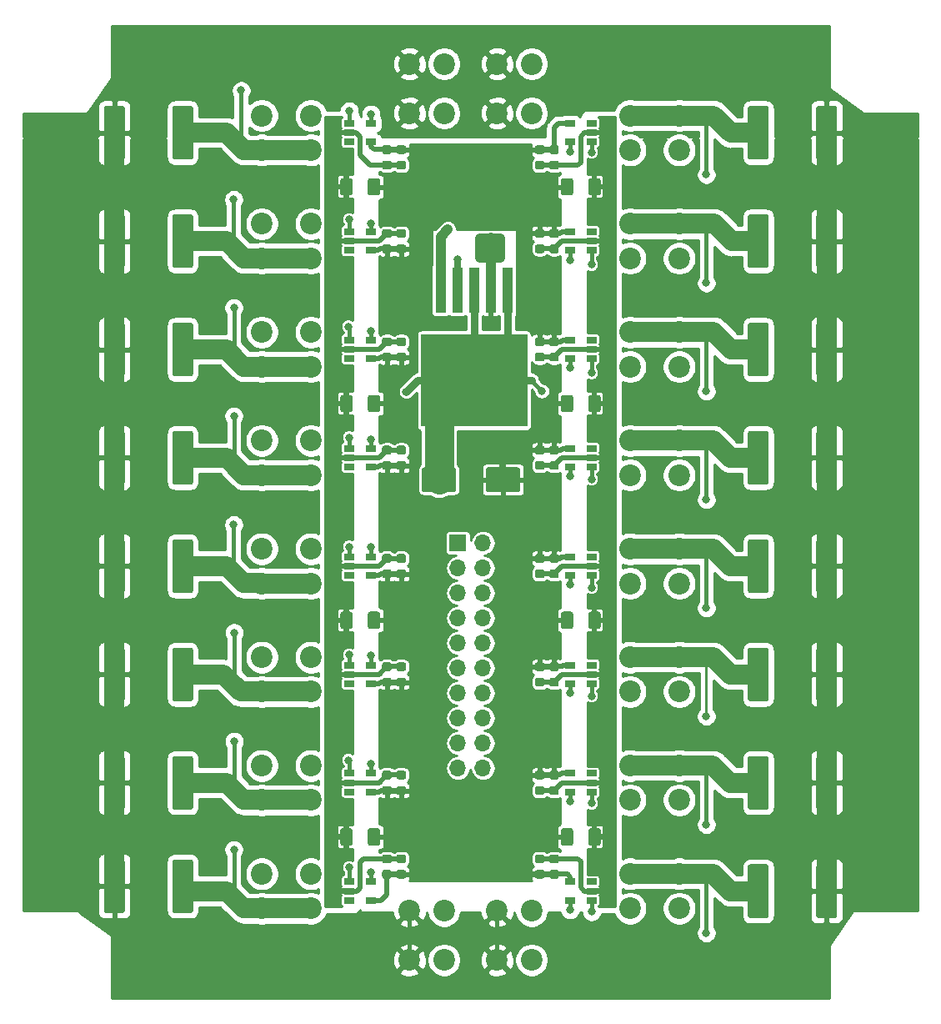
<source format=gbr>
G04 #@! TF.GenerationSoftware,KiCad,Pcbnew,(5.1.0)-1*
G04 #@! TF.CreationDate,2021-05-24T17:24:59+02:00*
G04 #@! TF.ProjectId,Magnetsteuerung,4d61676e-6574-4737-9465-756572756e67,rev?*
G04 #@! TF.SameCoordinates,Original*
G04 #@! TF.FileFunction,Copper,L2,Bot*
G04 #@! TF.FilePolarity,Positive*
%FSLAX46Y46*%
G04 Gerber Fmt 4.6, Leading zero omitted, Abs format (unit mm)*
G04 Created by KiCad (PCBNEW (5.1.0)-1) date 2021-05-24 17:24:59*
%MOMM*%
%LPD*%
G04 APERTURE LIST*
%ADD10C,0.100000*%
%ADD11C,0.875000*%
%ADD12R,1.060000X0.650000*%
%ADD13O,1.700000X1.700000*%
%ADD14R,1.700000X1.700000*%
%ADD15C,2.200000*%
%ADD16C,2.100000*%
%ADD17C,1.250000*%
%ADD18R,10.800000X9.400000*%
%ADD19R,1.100000X4.600000*%
%ADD20C,2.500000*%
%ADD21C,0.800000*%
%ADD22C,2.000000*%
%ADD23C,0.400000*%
%ADD24C,0.800000*%
%ADD25C,0.500000*%
%ADD26C,3.000000*%
%ADD27C,0.700000*%
%ADD28C,1.000000*%
%ADD29C,0.250000*%
%ADD30C,0.254000*%
%ADD31C,0.300000*%
G04 APERTURE END LIST*
D10*
G36*
X143777691Y-97851053D02*
G01*
X143798926Y-97854203D01*
X143819750Y-97859419D01*
X143839962Y-97866651D01*
X143859368Y-97875830D01*
X143877781Y-97886866D01*
X143895024Y-97899654D01*
X143910930Y-97914070D01*
X143925346Y-97929976D01*
X143938134Y-97947219D01*
X143949170Y-97965632D01*
X143958349Y-97985038D01*
X143965581Y-98005250D01*
X143970797Y-98026074D01*
X143973947Y-98047309D01*
X143975000Y-98068750D01*
X143975000Y-98506250D01*
X143973947Y-98527691D01*
X143970797Y-98548926D01*
X143965581Y-98569750D01*
X143958349Y-98589962D01*
X143949170Y-98609368D01*
X143938134Y-98627781D01*
X143925346Y-98645024D01*
X143910930Y-98660930D01*
X143895024Y-98675346D01*
X143877781Y-98688134D01*
X143859368Y-98699170D01*
X143839962Y-98708349D01*
X143819750Y-98715581D01*
X143798926Y-98720797D01*
X143777691Y-98723947D01*
X143756250Y-98725000D01*
X143243750Y-98725000D01*
X143222309Y-98723947D01*
X143201074Y-98720797D01*
X143180250Y-98715581D01*
X143160038Y-98708349D01*
X143140632Y-98699170D01*
X143122219Y-98688134D01*
X143104976Y-98675346D01*
X143089070Y-98660930D01*
X143074654Y-98645024D01*
X143061866Y-98627781D01*
X143050830Y-98609368D01*
X143041651Y-98589962D01*
X143034419Y-98569750D01*
X143029203Y-98548926D01*
X143026053Y-98527691D01*
X143025000Y-98506250D01*
X143025000Y-98068750D01*
X143026053Y-98047309D01*
X143029203Y-98026074D01*
X143034419Y-98005250D01*
X143041651Y-97985038D01*
X143050830Y-97965632D01*
X143061866Y-97947219D01*
X143074654Y-97929976D01*
X143089070Y-97914070D01*
X143104976Y-97899654D01*
X143122219Y-97886866D01*
X143140632Y-97875830D01*
X143160038Y-97866651D01*
X143180250Y-97859419D01*
X143201074Y-97854203D01*
X143222309Y-97851053D01*
X143243750Y-97850000D01*
X143756250Y-97850000D01*
X143777691Y-97851053D01*
X143777691Y-97851053D01*
G37*
D11*
X143500000Y-98287500D03*
D10*
G36*
X143777691Y-96276053D02*
G01*
X143798926Y-96279203D01*
X143819750Y-96284419D01*
X143839962Y-96291651D01*
X143859368Y-96300830D01*
X143877781Y-96311866D01*
X143895024Y-96324654D01*
X143910930Y-96339070D01*
X143925346Y-96354976D01*
X143938134Y-96372219D01*
X143949170Y-96390632D01*
X143958349Y-96410038D01*
X143965581Y-96430250D01*
X143970797Y-96451074D01*
X143973947Y-96472309D01*
X143975000Y-96493750D01*
X143975000Y-96931250D01*
X143973947Y-96952691D01*
X143970797Y-96973926D01*
X143965581Y-96994750D01*
X143958349Y-97014962D01*
X143949170Y-97034368D01*
X143938134Y-97052781D01*
X143925346Y-97070024D01*
X143910930Y-97085930D01*
X143895024Y-97100346D01*
X143877781Y-97113134D01*
X143859368Y-97124170D01*
X143839962Y-97133349D01*
X143819750Y-97140581D01*
X143798926Y-97145797D01*
X143777691Y-97148947D01*
X143756250Y-97150000D01*
X143243750Y-97150000D01*
X143222309Y-97148947D01*
X143201074Y-97145797D01*
X143180250Y-97140581D01*
X143160038Y-97133349D01*
X143140632Y-97124170D01*
X143122219Y-97113134D01*
X143104976Y-97100346D01*
X143089070Y-97085930D01*
X143074654Y-97070024D01*
X143061866Y-97052781D01*
X143050830Y-97034368D01*
X143041651Y-97014962D01*
X143034419Y-96994750D01*
X143029203Y-96973926D01*
X143026053Y-96952691D01*
X143025000Y-96931250D01*
X143025000Y-96493750D01*
X143026053Y-96472309D01*
X143029203Y-96451074D01*
X143034419Y-96430250D01*
X143041651Y-96410038D01*
X143050830Y-96390632D01*
X143061866Y-96372219D01*
X143074654Y-96354976D01*
X143089070Y-96339070D01*
X143104976Y-96324654D01*
X143122219Y-96311866D01*
X143140632Y-96300830D01*
X143160038Y-96291651D01*
X143180250Y-96284419D01*
X143201074Y-96279203D01*
X143222309Y-96276053D01*
X143243750Y-96275000D01*
X143756250Y-96275000D01*
X143777691Y-96276053D01*
X143777691Y-96276053D01*
G37*
D11*
X143500000Y-96712500D03*
D10*
G36*
X142317691Y-97851053D02*
G01*
X142338926Y-97854203D01*
X142359750Y-97859419D01*
X142379962Y-97866651D01*
X142399368Y-97875830D01*
X142417781Y-97886866D01*
X142435024Y-97899654D01*
X142450930Y-97914070D01*
X142465346Y-97929976D01*
X142478134Y-97947219D01*
X142489170Y-97965632D01*
X142498349Y-97985038D01*
X142505581Y-98005250D01*
X142510797Y-98026074D01*
X142513947Y-98047309D01*
X142515000Y-98068750D01*
X142515000Y-98506250D01*
X142513947Y-98527691D01*
X142510797Y-98548926D01*
X142505581Y-98569750D01*
X142498349Y-98589962D01*
X142489170Y-98609368D01*
X142478134Y-98627781D01*
X142465346Y-98645024D01*
X142450930Y-98660930D01*
X142435024Y-98675346D01*
X142417781Y-98688134D01*
X142399368Y-98699170D01*
X142379962Y-98708349D01*
X142359750Y-98715581D01*
X142338926Y-98720797D01*
X142317691Y-98723947D01*
X142296250Y-98725000D01*
X141783750Y-98725000D01*
X141762309Y-98723947D01*
X141741074Y-98720797D01*
X141720250Y-98715581D01*
X141700038Y-98708349D01*
X141680632Y-98699170D01*
X141662219Y-98688134D01*
X141644976Y-98675346D01*
X141629070Y-98660930D01*
X141614654Y-98645024D01*
X141601866Y-98627781D01*
X141590830Y-98609368D01*
X141581651Y-98589962D01*
X141574419Y-98569750D01*
X141569203Y-98548926D01*
X141566053Y-98527691D01*
X141565000Y-98506250D01*
X141565000Y-98068750D01*
X141566053Y-98047309D01*
X141569203Y-98026074D01*
X141574419Y-98005250D01*
X141581651Y-97985038D01*
X141590830Y-97965632D01*
X141601866Y-97947219D01*
X141614654Y-97929976D01*
X141629070Y-97914070D01*
X141644976Y-97899654D01*
X141662219Y-97886866D01*
X141680632Y-97875830D01*
X141700038Y-97866651D01*
X141720250Y-97859419D01*
X141741074Y-97854203D01*
X141762309Y-97851053D01*
X141783750Y-97850000D01*
X142296250Y-97850000D01*
X142317691Y-97851053D01*
X142317691Y-97851053D01*
G37*
D11*
X142040000Y-98287500D03*
D10*
G36*
X142317691Y-96276053D02*
G01*
X142338926Y-96279203D01*
X142359750Y-96284419D01*
X142379962Y-96291651D01*
X142399368Y-96300830D01*
X142417781Y-96311866D01*
X142435024Y-96324654D01*
X142450930Y-96339070D01*
X142465346Y-96354976D01*
X142478134Y-96372219D01*
X142489170Y-96390632D01*
X142498349Y-96410038D01*
X142505581Y-96430250D01*
X142510797Y-96451074D01*
X142513947Y-96472309D01*
X142515000Y-96493750D01*
X142515000Y-96931250D01*
X142513947Y-96952691D01*
X142510797Y-96973926D01*
X142505581Y-96994750D01*
X142498349Y-97014962D01*
X142489170Y-97034368D01*
X142478134Y-97052781D01*
X142465346Y-97070024D01*
X142450930Y-97085930D01*
X142435024Y-97100346D01*
X142417781Y-97113134D01*
X142399368Y-97124170D01*
X142379962Y-97133349D01*
X142359750Y-97140581D01*
X142338926Y-97145797D01*
X142317691Y-97148947D01*
X142296250Y-97150000D01*
X141783750Y-97150000D01*
X141762309Y-97148947D01*
X141741074Y-97145797D01*
X141720250Y-97140581D01*
X141700038Y-97133349D01*
X141680632Y-97124170D01*
X141662219Y-97113134D01*
X141644976Y-97100346D01*
X141629070Y-97085930D01*
X141614654Y-97070024D01*
X141601866Y-97052781D01*
X141590830Y-97034368D01*
X141581651Y-97014962D01*
X141574419Y-96994750D01*
X141569203Y-96973926D01*
X141566053Y-96952691D01*
X141565000Y-96931250D01*
X141565000Y-96493750D01*
X141566053Y-96472309D01*
X141569203Y-96451074D01*
X141574419Y-96430250D01*
X141581651Y-96410038D01*
X141590830Y-96390632D01*
X141601866Y-96372219D01*
X141614654Y-96354976D01*
X141629070Y-96339070D01*
X141644976Y-96324654D01*
X141662219Y-96311866D01*
X141680632Y-96300830D01*
X141700038Y-96291651D01*
X141720250Y-96284419D01*
X141741074Y-96279203D01*
X141762309Y-96276053D01*
X141783750Y-96275000D01*
X142296250Y-96275000D01*
X142317691Y-96276053D01*
X142317691Y-96276053D01*
G37*
D11*
X142040000Y-96712500D03*
D10*
G36*
X143777691Y-64851053D02*
G01*
X143798926Y-64854203D01*
X143819750Y-64859419D01*
X143839962Y-64866651D01*
X143859368Y-64875830D01*
X143877781Y-64886866D01*
X143895024Y-64899654D01*
X143910930Y-64914070D01*
X143925346Y-64929976D01*
X143938134Y-64947219D01*
X143949170Y-64965632D01*
X143958349Y-64985038D01*
X143965581Y-65005250D01*
X143970797Y-65026074D01*
X143973947Y-65047309D01*
X143975000Y-65068750D01*
X143975000Y-65506250D01*
X143973947Y-65527691D01*
X143970797Y-65548926D01*
X143965581Y-65569750D01*
X143958349Y-65589962D01*
X143949170Y-65609368D01*
X143938134Y-65627781D01*
X143925346Y-65645024D01*
X143910930Y-65660930D01*
X143895024Y-65675346D01*
X143877781Y-65688134D01*
X143859368Y-65699170D01*
X143839962Y-65708349D01*
X143819750Y-65715581D01*
X143798926Y-65720797D01*
X143777691Y-65723947D01*
X143756250Y-65725000D01*
X143243750Y-65725000D01*
X143222309Y-65723947D01*
X143201074Y-65720797D01*
X143180250Y-65715581D01*
X143160038Y-65708349D01*
X143140632Y-65699170D01*
X143122219Y-65688134D01*
X143104976Y-65675346D01*
X143089070Y-65660930D01*
X143074654Y-65645024D01*
X143061866Y-65627781D01*
X143050830Y-65609368D01*
X143041651Y-65589962D01*
X143034419Y-65569750D01*
X143029203Y-65548926D01*
X143026053Y-65527691D01*
X143025000Y-65506250D01*
X143025000Y-65068750D01*
X143026053Y-65047309D01*
X143029203Y-65026074D01*
X143034419Y-65005250D01*
X143041651Y-64985038D01*
X143050830Y-64965632D01*
X143061866Y-64947219D01*
X143074654Y-64929976D01*
X143089070Y-64914070D01*
X143104976Y-64899654D01*
X143122219Y-64886866D01*
X143140632Y-64875830D01*
X143160038Y-64866651D01*
X143180250Y-64859419D01*
X143201074Y-64854203D01*
X143222309Y-64851053D01*
X143243750Y-64850000D01*
X143756250Y-64850000D01*
X143777691Y-64851053D01*
X143777691Y-64851053D01*
G37*
D11*
X143500000Y-65287500D03*
D10*
G36*
X143777691Y-63276053D02*
G01*
X143798926Y-63279203D01*
X143819750Y-63284419D01*
X143839962Y-63291651D01*
X143859368Y-63300830D01*
X143877781Y-63311866D01*
X143895024Y-63324654D01*
X143910930Y-63339070D01*
X143925346Y-63354976D01*
X143938134Y-63372219D01*
X143949170Y-63390632D01*
X143958349Y-63410038D01*
X143965581Y-63430250D01*
X143970797Y-63451074D01*
X143973947Y-63472309D01*
X143975000Y-63493750D01*
X143975000Y-63931250D01*
X143973947Y-63952691D01*
X143970797Y-63973926D01*
X143965581Y-63994750D01*
X143958349Y-64014962D01*
X143949170Y-64034368D01*
X143938134Y-64052781D01*
X143925346Y-64070024D01*
X143910930Y-64085930D01*
X143895024Y-64100346D01*
X143877781Y-64113134D01*
X143859368Y-64124170D01*
X143839962Y-64133349D01*
X143819750Y-64140581D01*
X143798926Y-64145797D01*
X143777691Y-64148947D01*
X143756250Y-64150000D01*
X143243750Y-64150000D01*
X143222309Y-64148947D01*
X143201074Y-64145797D01*
X143180250Y-64140581D01*
X143160038Y-64133349D01*
X143140632Y-64124170D01*
X143122219Y-64113134D01*
X143104976Y-64100346D01*
X143089070Y-64085930D01*
X143074654Y-64070024D01*
X143061866Y-64052781D01*
X143050830Y-64034368D01*
X143041651Y-64014962D01*
X143034419Y-63994750D01*
X143029203Y-63973926D01*
X143026053Y-63952691D01*
X143025000Y-63931250D01*
X143025000Y-63493750D01*
X143026053Y-63472309D01*
X143029203Y-63451074D01*
X143034419Y-63430250D01*
X143041651Y-63410038D01*
X143050830Y-63390632D01*
X143061866Y-63372219D01*
X143074654Y-63354976D01*
X143089070Y-63339070D01*
X143104976Y-63324654D01*
X143122219Y-63311866D01*
X143140632Y-63300830D01*
X143160038Y-63291651D01*
X143180250Y-63284419D01*
X143201074Y-63279203D01*
X143222309Y-63276053D01*
X143243750Y-63275000D01*
X143756250Y-63275000D01*
X143777691Y-63276053D01*
X143777691Y-63276053D01*
G37*
D11*
X143500000Y-63712500D03*
D10*
G36*
X142317691Y-64851053D02*
G01*
X142338926Y-64854203D01*
X142359750Y-64859419D01*
X142379962Y-64866651D01*
X142399368Y-64875830D01*
X142417781Y-64886866D01*
X142435024Y-64899654D01*
X142450930Y-64914070D01*
X142465346Y-64929976D01*
X142478134Y-64947219D01*
X142489170Y-64965632D01*
X142498349Y-64985038D01*
X142505581Y-65005250D01*
X142510797Y-65026074D01*
X142513947Y-65047309D01*
X142515000Y-65068750D01*
X142515000Y-65506250D01*
X142513947Y-65527691D01*
X142510797Y-65548926D01*
X142505581Y-65569750D01*
X142498349Y-65589962D01*
X142489170Y-65609368D01*
X142478134Y-65627781D01*
X142465346Y-65645024D01*
X142450930Y-65660930D01*
X142435024Y-65675346D01*
X142417781Y-65688134D01*
X142399368Y-65699170D01*
X142379962Y-65708349D01*
X142359750Y-65715581D01*
X142338926Y-65720797D01*
X142317691Y-65723947D01*
X142296250Y-65725000D01*
X141783750Y-65725000D01*
X141762309Y-65723947D01*
X141741074Y-65720797D01*
X141720250Y-65715581D01*
X141700038Y-65708349D01*
X141680632Y-65699170D01*
X141662219Y-65688134D01*
X141644976Y-65675346D01*
X141629070Y-65660930D01*
X141614654Y-65645024D01*
X141601866Y-65627781D01*
X141590830Y-65609368D01*
X141581651Y-65589962D01*
X141574419Y-65569750D01*
X141569203Y-65548926D01*
X141566053Y-65527691D01*
X141565000Y-65506250D01*
X141565000Y-65068750D01*
X141566053Y-65047309D01*
X141569203Y-65026074D01*
X141574419Y-65005250D01*
X141581651Y-64985038D01*
X141590830Y-64965632D01*
X141601866Y-64947219D01*
X141614654Y-64929976D01*
X141629070Y-64914070D01*
X141644976Y-64899654D01*
X141662219Y-64886866D01*
X141680632Y-64875830D01*
X141700038Y-64866651D01*
X141720250Y-64859419D01*
X141741074Y-64854203D01*
X141762309Y-64851053D01*
X141783750Y-64850000D01*
X142296250Y-64850000D01*
X142317691Y-64851053D01*
X142317691Y-64851053D01*
G37*
D11*
X142040000Y-65287500D03*
D10*
G36*
X142317691Y-63276053D02*
G01*
X142338926Y-63279203D01*
X142359750Y-63284419D01*
X142379962Y-63291651D01*
X142399368Y-63300830D01*
X142417781Y-63311866D01*
X142435024Y-63324654D01*
X142450930Y-63339070D01*
X142465346Y-63354976D01*
X142478134Y-63372219D01*
X142489170Y-63390632D01*
X142498349Y-63410038D01*
X142505581Y-63430250D01*
X142510797Y-63451074D01*
X142513947Y-63472309D01*
X142515000Y-63493750D01*
X142515000Y-63931250D01*
X142513947Y-63952691D01*
X142510797Y-63973926D01*
X142505581Y-63994750D01*
X142498349Y-64014962D01*
X142489170Y-64034368D01*
X142478134Y-64052781D01*
X142465346Y-64070024D01*
X142450930Y-64085930D01*
X142435024Y-64100346D01*
X142417781Y-64113134D01*
X142399368Y-64124170D01*
X142379962Y-64133349D01*
X142359750Y-64140581D01*
X142338926Y-64145797D01*
X142317691Y-64148947D01*
X142296250Y-64150000D01*
X141783750Y-64150000D01*
X141762309Y-64148947D01*
X141741074Y-64145797D01*
X141720250Y-64140581D01*
X141700038Y-64133349D01*
X141680632Y-64124170D01*
X141662219Y-64113134D01*
X141644976Y-64100346D01*
X141629070Y-64085930D01*
X141614654Y-64070024D01*
X141601866Y-64052781D01*
X141590830Y-64034368D01*
X141581651Y-64014962D01*
X141574419Y-63994750D01*
X141569203Y-63973926D01*
X141566053Y-63952691D01*
X141565000Y-63931250D01*
X141565000Y-63493750D01*
X141566053Y-63472309D01*
X141569203Y-63451074D01*
X141574419Y-63430250D01*
X141581651Y-63410038D01*
X141590830Y-63390632D01*
X141601866Y-63372219D01*
X141614654Y-63354976D01*
X141629070Y-63339070D01*
X141644976Y-63324654D01*
X141662219Y-63311866D01*
X141680632Y-63300830D01*
X141700038Y-63291651D01*
X141720250Y-63284419D01*
X141741074Y-63279203D01*
X141762309Y-63276053D01*
X141783750Y-63275000D01*
X142296250Y-63275000D01*
X142317691Y-63276053D01*
X142317691Y-63276053D01*
G37*
D11*
X142040000Y-63712500D03*
D10*
G36*
X143777691Y-86851053D02*
G01*
X143798926Y-86854203D01*
X143819750Y-86859419D01*
X143839962Y-86866651D01*
X143859368Y-86875830D01*
X143877781Y-86886866D01*
X143895024Y-86899654D01*
X143910930Y-86914070D01*
X143925346Y-86929976D01*
X143938134Y-86947219D01*
X143949170Y-86965632D01*
X143958349Y-86985038D01*
X143965581Y-87005250D01*
X143970797Y-87026074D01*
X143973947Y-87047309D01*
X143975000Y-87068750D01*
X143975000Y-87506250D01*
X143973947Y-87527691D01*
X143970797Y-87548926D01*
X143965581Y-87569750D01*
X143958349Y-87589962D01*
X143949170Y-87609368D01*
X143938134Y-87627781D01*
X143925346Y-87645024D01*
X143910930Y-87660930D01*
X143895024Y-87675346D01*
X143877781Y-87688134D01*
X143859368Y-87699170D01*
X143839962Y-87708349D01*
X143819750Y-87715581D01*
X143798926Y-87720797D01*
X143777691Y-87723947D01*
X143756250Y-87725000D01*
X143243750Y-87725000D01*
X143222309Y-87723947D01*
X143201074Y-87720797D01*
X143180250Y-87715581D01*
X143160038Y-87708349D01*
X143140632Y-87699170D01*
X143122219Y-87688134D01*
X143104976Y-87675346D01*
X143089070Y-87660930D01*
X143074654Y-87645024D01*
X143061866Y-87627781D01*
X143050830Y-87609368D01*
X143041651Y-87589962D01*
X143034419Y-87569750D01*
X143029203Y-87548926D01*
X143026053Y-87527691D01*
X143025000Y-87506250D01*
X143025000Y-87068750D01*
X143026053Y-87047309D01*
X143029203Y-87026074D01*
X143034419Y-87005250D01*
X143041651Y-86985038D01*
X143050830Y-86965632D01*
X143061866Y-86947219D01*
X143074654Y-86929976D01*
X143089070Y-86914070D01*
X143104976Y-86899654D01*
X143122219Y-86886866D01*
X143140632Y-86875830D01*
X143160038Y-86866651D01*
X143180250Y-86859419D01*
X143201074Y-86854203D01*
X143222309Y-86851053D01*
X143243750Y-86850000D01*
X143756250Y-86850000D01*
X143777691Y-86851053D01*
X143777691Y-86851053D01*
G37*
D11*
X143500000Y-87287500D03*
D10*
G36*
X143777691Y-85276053D02*
G01*
X143798926Y-85279203D01*
X143819750Y-85284419D01*
X143839962Y-85291651D01*
X143859368Y-85300830D01*
X143877781Y-85311866D01*
X143895024Y-85324654D01*
X143910930Y-85339070D01*
X143925346Y-85354976D01*
X143938134Y-85372219D01*
X143949170Y-85390632D01*
X143958349Y-85410038D01*
X143965581Y-85430250D01*
X143970797Y-85451074D01*
X143973947Y-85472309D01*
X143975000Y-85493750D01*
X143975000Y-85931250D01*
X143973947Y-85952691D01*
X143970797Y-85973926D01*
X143965581Y-85994750D01*
X143958349Y-86014962D01*
X143949170Y-86034368D01*
X143938134Y-86052781D01*
X143925346Y-86070024D01*
X143910930Y-86085930D01*
X143895024Y-86100346D01*
X143877781Y-86113134D01*
X143859368Y-86124170D01*
X143839962Y-86133349D01*
X143819750Y-86140581D01*
X143798926Y-86145797D01*
X143777691Y-86148947D01*
X143756250Y-86150000D01*
X143243750Y-86150000D01*
X143222309Y-86148947D01*
X143201074Y-86145797D01*
X143180250Y-86140581D01*
X143160038Y-86133349D01*
X143140632Y-86124170D01*
X143122219Y-86113134D01*
X143104976Y-86100346D01*
X143089070Y-86085930D01*
X143074654Y-86070024D01*
X143061866Y-86052781D01*
X143050830Y-86034368D01*
X143041651Y-86014962D01*
X143034419Y-85994750D01*
X143029203Y-85973926D01*
X143026053Y-85952691D01*
X143025000Y-85931250D01*
X143025000Y-85493750D01*
X143026053Y-85472309D01*
X143029203Y-85451074D01*
X143034419Y-85430250D01*
X143041651Y-85410038D01*
X143050830Y-85390632D01*
X143061866Y-85372219D01*
X143074654Y-85354976D01*
X143089070Y-85339070D01*
X143104976Y-85324654D01*
X143122219Y-85311866D01*
X143140632Y-85300830D01*
X143160038Y-85291651D01*
X143180250Y-85284419D01*
X143201074Y-85279203D01*
X143222309Y-85276053D01*
X143243750Y-85275000D01*
X143756250Y-85275000D01*
X143777691Y-85276053D01*
X143777691Y-85276053D01*
G37*
D11*
X143500000Y-85712500D03*
D10*
G36*
X142317691Y-86851053D02*
G01*
X142338926Y-86854203D01*
X142359750Y-86859419D01*
X142379962Y-86866651D01*
X142399368Y-86875830D01*
X142417781Y-86886866D01*
X142435024Y-86899654D01*
X142450930Y-86914070D01*
X142465346Y-86929976D01*
X142478134Y-86947219D01*
X142489170Y-86965632D01*
X142498349Y-86985038D01*
X142505581Y-87005250D01*
X142510797Y-87026074D01*
X142513947Y-87047309D01*
X142515000Y-87068750D01*
X142515000Y-87506250D01*
X142513947Y-87527691D01*
X142510797Y-87548926D01*
X142505581Y-87569750D01*
X142498349Y-87589962D01*
X142489170Y-87609368D01*
X142478134Y-87627781D01*
X142465346Y-87645024D01*
X142450930Y-87660930D01*
X142435024Y-87675346D01*
X142417781Y-87688134D01*
X142399368Y-87699170D01*
X142379962Y-87708349D01*
X142359750Y-87715581D01*
X142338926Y-87720797D01*
X142317691Y-87723947D01*
X142296250Y-87725000D01*
X141783750Y-87725000D01*
X141762309Y-87723947D01*
X141741074Y-87720797D01*
X141720250Y-87715581D01*
X141700038Y-87708349D01*
X141680632Y-87699170D01*
X141662219Y-87688134D01*
X141644976Y-87675346D01*
X141629070Y-87660930D01*
X141614654Y-87645024D01*
X141601866Y-87627781D01*
X141590830Y-87609368D01*
X141581651Y-87589962D01*
X141574419Y-87569750D01*
X141569203Y-87548926D01*
X141566053Y-87527691D01*
X141565000Y-87506250D01*
X141565000Y-87068750D01*
X141566053Y-87047309D01*
X141569203Y-87026074D01*
X141574419Y-87005250D01*
X141581651Y-86985038D01*
X141590830Y-86965632D01*
X141601866Y-86947219D01*
X141614654Y-86929976D01*
X141629070Y-86914070D01*
X141644976Y-86899654D01*
X141662219Y-86886866D01*
X141680632Y-86875830D01*
X141700038Y-86866651D01*
X141720250Y-86859419D01*
X141741074Y-86854203D01*
X141762309Y-86851053D01*
X141783750Y-86850000D01*
X142296250Y-86850000D01*
X142317691Y-86851053D01*
X142317691Y-86851053D01*
G37*
D11*
X142040000Y-87287500D03*
D10*
G36*
X142317691Y-85276053D02*
G01*
X142338926Y-85279203D01*
X142359750Y-85284419D01*
X142379962Y-85291651D01*
X142399368Y-85300830D01*
X142417781Y-85311866D01*
X142435024Y-85324654D01*
X142450930Y-85339070D01*
X142465346Y-85354976D01*
X142478134Y-85372219D01*
X142489170Y-85390632D01*
X142498349Y-85410038D01*
X142505581Y-85430250D01*
X142510797Y-85451074D01*
X142513947Y-85472309D01*
X142515000Y-85493750D01*
X142515000Y-85931250D01*
X142513947Y-85952691D01*
X142510797Y-85973926D01*
X142505581Y-85994750D01*
X142498349Y-86014962D01*
X142489170Y-86034368D01*
X142478134Y-86052781D01*
X142465346Y-86070024D01*
X142450930Y-86085930D01*
X142435024Y-86100346D01*
X142417781Y-86113134D01*
X142399368Y-86124170D01*
X142379962Y-86133349D01*
X142359750Y-86140581D01*
X142338926Y-86145797D01*
X142317691Y-86148947D01*
X142296250Y-86150000D01*
X141783750Y-86150000D01*
X141762309Y-86148947D01*
X141741074Y-86145797D01*
X141720250Y-86140581D01*
X141700038Y-86133349D01*
X141680632Y-86124170D01*
X141662219Y-86113134D01*
X141644976Y-86100346D01*
X141629070Y-86085930D01*
X141614654Y-86070024D01*
X141601866Y-86052781D01*
X141590830Y-86034368D01*
X141581651Y-86014962D01*
X141574419Y-85994750D01*
X141569203Y-85973926D01*
X141566053Y-85952691D01*
X141565000Y-85931250D01*
X141565000Y-85493750D01*
X141566053Y-85472309D01*
X141569203Y-85451074D01*
X141574419Y-85430250D01*
X141581651Y-85410038D01*
X141590830Y-85390632D01*
X141601866Y-85372219D01*
X141614654Y-85354976D01*
X141629070Y-85339070D01*
X141644976Y-85324654D01*
X141662219Y-85311866D01*
X141680632Y-85300830D01*
X141700038Y-85291651D01*
X141720250Y-85284419D01*
X141741074Y-85279203D01*
X141762309Y-85276053D01*
X141783750Y-85275000D01*
X142296250Y-85275000D01*
X142317691Y-85276053D01*
X142317691Y-85276053D01*
G37*
D11*
X142040000Y-85712500D03*
D10*
G36*
X143777691Y-115776053D02*
G01*
X143798926Y-115779203D01*
X143819750Y-115784419D01*
X143839962Y-115791651D01*
X143859368Y-115800830D01*
X143877781Y-115811866D01*
X143895024Y-115824654D01*
X143910930Y-115839070D01*
X143925346Y-115854976D01*
X143938134Y-115872219D01*
X143949170Y-115890632D01*
X143958349Y-115910038D01*
X143965581Y-115930250D01*
X143970797Y-115951074D01*
X143973947Y-115972309D01*
X143975000Y-115993750D01*
X143975000Y-116431250D01*
X143973947Y-116452691D01*
X143970797Y-116473926D01*
X143965581Y-116494750D01*
X143958349Y-116514962D01*
X143949170Y-116534368D01*
X143938134Y-116552781D01*
X143925346Y-116570024D01*
X143910930Y-116585930D01*
X143895024Y-116600346D01*
X143877781Y-116613134D01*
X143859368Y-116624170D01*
X143839962Y-116633349D01*
X143819750Y-116640581D01*
X143798926Y-116645797D01*
X143777691Y-116648947D01*
X143756250Y-116650000D01*
X143243750Y-116650000D01*
X143222309Y-116648947D01*
X143201074Y-116645797D01*
X143180250Y-116640581D01*
X143160038Y-116633349D01*
X143140632Y-116624170D01*
X143122219Y-116613134D01*
X143104976Y-116600346D01*
X143089070Y-116585930D01*
X143074654Y-116570024D01*
X143061866Y-116552781D01*
X143050830Y-116534368D01*
X143041651Y-116514962D01*
X143034419Y-116494750D01*
X143029203Y-116473926D01*
X143026053Y-116452691D01*
X143025000Y-116431250D01*
X143025000Y-115993750D01*
X143026053Y-115972309D01*
X143029203Y-115951074D01*
X143034419Y-115930250D01*
X143041651Y-115910038D01*
X143050830Y-115890632D01*
X143061866Y-115872219D01*
X143074654Y-115854976D01*
X143089070Y-115839070D01*
X143104976Y-115824654D01*
X143122219Y-115811866D01*
X143140632Y-115800830D01*
X143160038Y-115791651D01*
X143180250Y-115784419D01*
X143201074Y-115779203D01*
X143222309Y-115776053D01*
X143243750Y-115775000D01*
X143756250Y-115775000D01*
X143777691Y-115776053D01*
X143777691Y-115776053D01*
G37*
D11*
X143500000Y-116212500D03*
D10*
G36*
X143777691Y-117351053D02*
G01*
X143798926Y-117354203D01*
X143819750Y-117359419D01*
X143839962Y-117366651D01*
X143859368Y-117375830D01*
X143877781Y-117386866D01*
X143895024Y-117399654D01*
X143910930Y-117414070D01*
X143925346Y-117429976D01*
X143938134Y-117447219D01*
X143949170Y-117465632D01*
X143958349Y-117485038D01*
X143965581Y-117505250D01*
X143970797Y-117526074D01*
X143973947Y-117547309D01*
X143975000Y-117568750D01*
X143975000Y-118006250D01*
X143973947Y-118027691D01*
X143970797Y-118048926D01*
X143965581Y-118069750D01*
X143958349Y-118089962D01*
X143949170Y-118109368D01*
X143938134Y-118127781D01*
X143925346Y-118145024D01*
X143910930Y-118160930D01*
X143895024Y-118175346D01*
X143877781Y-118188134D01*
X143859368Y-118199170D01*
X143839962Y-118208349D01*
X143819750Y-118215581D01*
X143798926Y-118220797D01*
X143777691Y-118223947D01*
X143756250Y-118225000D01*
X143243750Y-118225000D01*
X143222309Y-118223947D01*
X143201074Y-118220797D01*
X143180250Y-118215581D01*
X143160038Y-118208349D01*
X143140632Y-118199170D01*
X143122219Y-118188134D01*
X143104976Y-118175346D01*
X143089070Y-118160930D01*
X143074654Y-118145024D01*
X143061866Y-118127781D01*
X143050830Y-118109368D01*
X143041651Y-118089962D01*
X143034419Y-118069750D01*
X143029203Y-118048926D01*
X143026053Y-118027691D01*
X143025000Y-118006250D01*
X143025000Y-117568750D01*
X143026053Y-117547309D01*
X143029203Y-117526074D01*
X143034419Y-117505250D01*
X143041651Y-117485038D01*
X143050830Y-117465632D01*
X143061866Y-117447219D01*
X143074654Y-117429976D01*
X143089070Y-117414070D01*
X143104976Y-117399654D01*
X143122219Y-117386866D01*
X143140632Y-117375830D01*
X143160038Y-117366651D01*
X143180250Y-117359419D01*
X143201074Y-117354203D01*
X143222309Y-117351053D01*
X143243750Y-117350000D01*
X143756250Y-117350000D01*
X143777691Y-117351053D01*
X143777691Y-117351053D01*
G37*
D11*
X143500000Y-117787500D03*
D10*
G36*
X142317691Y-115776053D02*
G01*
X142338926Y-115779203D01*
X142359750Y-115784419D01*
X142379962Y-115791651D01*
X142399368Y-115800830D01*
X142417781Y-115811866D01*
X142435024Y-115824654D01*
X142450930Y-115839070D01*
X142465346Y-115854976D01*
X142478134Y-115872219D01*
X142489170Y-115890632D01*
X142498349Y-115910038D01*
X142505581Y-115930250D01*
X142510797Y-115951074D01*
X142513947Y-115972309D01*
X142515000Y-115993750D01*
X142515000Y-116431250D01*
X142513947Y-116452691D01*
X142510797Y-116473926D01*
X142505581Y-116494750D01*
X142498349Y-116514962D01*
X142489170Y-116534368D01*
X142478134Y-116552781D01*
X142465346Y-116570024D01*
X142450930Y-116585930D01*
X142435024Y-116600346D01*
X142417781Y-116613134D01*
X142399368Y-116624170D01*
X142379962Y-116633349D01*
X142359750Y-116640581D01*
X142338926Y-116645797D01*
X142317691Y-116648947D01*
X142296250Y-116650000D01*
X141783750Y-116650000D01*
X141762309Y-116648947D01*
X141741074Y-116645797D01*
X141720250Y-116640581D01*
X141700038Y-116633349D01*
X141680632Y-116624170D01*
X141662219Y-116613134D01*
X141644976Y-116600346D01*
X141629070Y-116585930D01*
X141614654Y-116570024D01*
X141601866Y-116552781D01*
X141590830Y-116534368D01*
X141581651Y-116514962D01*
X141574419Y-116494750D01*
X141569203Y-116473926D01*
X141566053Y-116452691D01*
X141565000Y-116431250D01*
X141565000Y-115993750D01*
X141566053Y-115972309D01*
X141569203Y-115951074D01*
X141574419Y-115930250D01*
X141581651Y-115910038D01*
X141590830Y-115890632D01*
X141601866Y-115872219D01*
X141614654Y-115854976D01*
X141629070Y-115839070D01*
X141644976Y-115824654D01*
X141662219Y-115811866D01*
X141680632Y-115800830D01*
X141700038Y-115791651D01*
X141720250Y-115784419D01*
X141741074Y-115779203D01*
X141762309Y-115776053D01*
X141783750Y-115775000D01*
X142296250Y-115775000D01*
X142317691Y-115776053D01*
X142317691Y-115776053D01*
G37*
D11*
X142040000Y-116212500D03*
D10*
G36*
X142317691Y-117351053D02*
G01*
X142338926Y-117354203D01*
X142359750Y-117359419D01*
X142379962Y-117366651D01*
X142399368Y-117375830D01*
X142417781Y-117386866D01*
X142435024Y-117399654D01*
X142450930Y-117414070D01*
X142465346Y-117429976D01*
X142478134Y-117447219D01*
X142489170Y-117465632D01*
X142498349Y-117485038D01*
X142505581Y-117505250D01*
X142510797Y-117526074D01*
X142513947Y-117547309D01*
X142515000Y-117568750D01*
X142515000Y-118006250D01*
X142513947Y-118027691D01*
X142510797Y-118048926D01*
X142505581Y-118069750D01*
X142498349Y-118089962D01*
X142489170Y-118109368D01*
X142478134Y-118127781D01*
X142465346Y-118145024D01*
X142450930Y-118160930D01*
X142435024Y-118175346D01*
X142417781Y-118188134D01*
X142399368Y-118199170D01*
X142379962Y-118208349D01*
X142359750Y-118215581D01*
X142338926Y-118220797D01*
X142317691Y-118223947D01*
X142296250Y-118225000D01*
X141783750Y-118225000D01*
X141762309Y-118223947D01*
X141741074Y-118220797D01*
X141720250Y-118215581D01*
X141700038Y-118208349D01*
X141680632Y-118199170D01*
X141662219Y-118188134D01*
X141644976Y-118175346D01*
X141629070Y-118160930D01*
X141614654Y-118145024D01*
X141601866Y-118127781D01*
X141590830Y-118109368D01*
X141581651Y-118089962D01*
X141574419Y-118069750D01*
X141569203Y-118048926D01*
X141566053Y-118027691D01*
X141565000Y-118006250D01*
X141565000Y-117568750D01*
X141566053Y-117547309D01*
X141569203Y-117526074D01*
X141574419Y-117505250D01*
X141581651Y-117485038D01*
X141590830Y-117465632D01*
X141601866Y-117447219D01*
X141614654Y-117429976D01*
X141629070Y-117414070D01*
X141644976Y-117399654D01*
X141662219Y-117386866D01*
X141680632Y-117375830D01*
X141700038Y-117366651D01*
X141720250Y-117359419D01*
X141741074Y-117354203D01*
X141762309Y-117351053D01*
X141783750Y-117350000D01*
X142296250Y-117350000D01*
X142317691Y-117351053D01*
X142317691Y-117351053D01*
G37*
D11*
X142040000Y-117787500D03*
D10*
G36*
X143777691Y-53851053D02*
G01*
X143798926Y-53854203D01*
X143819750Y-53859419D01*
X143839962Y-53866651D01*
X143859368Y-53875830D01*
X143877781Y-53886866D01*
X143895024Y-53899654D01*
X143910930Y-53914070D01*
X143925346Y-53929976D01*
X143938134Y-53947219D01*
X143949170Y-53965632D01*
X143958349Y-53985038D01*
X143965581Y-54005250D01*
X143970797Y-54026074D01*
X143973947Y-54047309D01*
X143975000Y-54068750D01*
X143975000Y-54506250D01*
X143973947Y-54527691D01*
X143970797Y-54548926D01*
X143965581Y-54569750D01*
X143958349Y-54589962D01*
X143949170Y-54609368D01*
X143938134Y-54627781D01*
X143925346Y-54645024D01*
X143910930Y-54660930D01*
X143895024Y-54675346D01*
X143877781Y-54688134D01*
X143859368Y-54699170D01*
X143839962Y-54708349D01*
X143819750Y-54715581D01*
X143798926Y-54720797D01*
X143777691Y-54723947D01*
X143756250Y-54725000D01*
X143243750Y-54725000D01*
X143222309Y-54723947D01*
X143201074Y-54720797D01*
X143180250Y-54715581D01*
X143160038Y-54708349D01*
X143140632Y-54699170D01*
X143122219Y-54688134D01*
X143104976Y-54675346D01*
X143089070Y-54660930D01*
X143074654Y-54645024D01*
X143061866Y-54627781D01*
X143050830Y-54609368D01*
X143041651Y-54589962D01*
X143034419Y-54569750D01*
X143029203Y-54548926D01*
X143026053Y-54527691D01*
X143025000Y-54506250D01*
X143025000Y-54068750D01*
X143026053Y-54047309D01*
X143029203Y-54026074D01*
X143034419Y-54005250D01*
X143041651Y-53985038D01*
X143050830Y-53965632D01*
X143061866Y-53947219D01*
X143074654Y-53929976D01*
X143089070Y-53914070D01*
X143104976Y-53899654D01*
X143122219Y-53886866D01*
X143140632Y-53875830D01*
X143160038Y-53866651D01*
X143180250Y-53859419D01*
X143201074Y-53854203D01*
X143222309Y-53851053D01*
X143243750Y-53850000D01*
X143756250Y-53850000D01*
X143777691Y-53851053D01*
X143777691Y-53851053D01*
G37*
D11*
X143500000Y-54287500D03*
D10*
G36*
X143777691Y-52276053D02*
G01*
X143798926Y-52279203D01*
X143819750Y-52284419D01*
X143839962Y-52291651D01*
X143859368Y-52300830D01*
X143877781Y-52311866D01*
X143895024Y-52324654D01*
X143910930Y-52339070D01*
X143925346Y-52354976D01*
X143938134Y-52372219D01*
X143949170Y-52390632D01*
X143958349Y-52410038D01*
X143965581Y-52430250D01*
X143970797Y-52451074D01*
X143973947Y-52472309D01*
X143975000Y-52493750D01*
X143975000Y-52931250D01*
X143973947Y-52952691D01*
X143970797Y-52973926D01*
X143965581Y-52994750D01*
X143958349Y-53014962D01*
X143949170Y-53034368D01*
X143938134Y-53052781D01*
X143925346Y-53070024D01*
X143910930Y-53085930D01*
X143895024Y-53100346D01*
X143877781Y-53113134D01*
X143859368Y-53124170D01*
X143839962Y-53133349D01*
X143819750Y-53140581D01*
X143798926Y-53145797D01*
X143777691Y-53148947D01*
X143756250Y-53150000D01*
X143243750Y-53150000D01*
X143222309Y-53148947D01*
X143201074Y-53145797D01*
X143180250Y-53140581D01*
X143160038Y-53133349D01*
X143140632Y-53124170D01*
X143122219Y-53113134D01*
X143104976Y-53100346D01*
X143089070Y-53085930D01*
X143074654Y-53070024D01*
X143061866Y-53052781D01*
X143050830Y-53034368D01*
X143041651Y-53014962D01*
X143034419Y-52994750D01*
X143029203Y-52973926D01*
X143026053Y-52952691D01*
X143025000Y-52931250D01*
X143025000Y-52493750D01*
X143026053Y-52472309D01*
X143029203Y-52451074D01*
X143034419Y-52430250D01*
X143041651Y-52410038D01*
X143050830Y-52390632D01*
X143061866Y-52372219D01*
X143074654Y-52354976D01*
X143089070Y-52339070D01*
X143104976Y-52324654D01*
X143122219Y-52311866D01*
X143140632Y-52300830D01*
X143160038Y-52291651D01*
X143180250Y-52284419D01*
X143201074Y-52279203D01*
X143222309Y-52276053D01*
X143243750Y-52275000D01*
X143756250Y-52275000D01*
X143777691Y-52276053D01*
X143777691Y-52276053D01*
G37*
D11*
X143500000Y-52712500D03*
D10*
G36*
X142317691Y-53851053D02*
G01*
X142338926Y-53854203D01*
X142359750Y-53859419D01*
X142379962Y-53866651D01*
X142399368Y-53875830D01*
X142417781Y-53886866D01*
X142435024Y-53899654D01*
X142450930Y-53914070D01*
X142465346Y-53929976D01*
X142478134Y-53947219D01*
X142489170Y-53965632D01*
X142498349Y-53985038D01*
X142505581Y-54005250D01*
X142510797Y-54026074D01*
X142513947Y-54047309D01*
X142515000Y-54068750D01*
X142515000Y-54506250D01*
X142513947Y-54527691D01*
X142510797Y-54548926D01*
X142505581Y-54569750D01*
X142498349Y-54589962D01*
X142489170Y-54609368D01*
X142478134Y-54627781D01*
X142465346Y-54645024D01*
X142450930Y-54660930D01*
X142435024Y-54675346D01*
X142417781Y-54688134D01*
X142399368Y-54699170D01*
X142379962Y-54708349D01*
X142359750Y-54715581D01*
X142338926Y-54720797D01*
X142317691Y-54723947D01*
X142296250Y-54725000D01*
X141783750Y-54725000D01*
X141762309Y-54723947D01*
X141741074Y-54720797D01*
X141720250Y-54715581D01*
X141700038Y-54708349D01*
X141680632Y-54699170D01*
X141662219Y-54688134D01*
X141644976Y-54675346D01*
X141629070Y-54660930D01*
X141614654Y-54645024D01*
X141601866Y-54627781D01*
X141590830Y-54609368D01*
X141581651Y-54589962D01*
X141574419Y-54569750D01*
X141569203Y-54548926D01*
X141566053Y-54527691D01*
X141565000Y-54506250D01*
X141565000Y-54068750D01*
X141566053Y-54047309D01*
X141569203Y-54026074D01*
X141574419Y-54005250D01*
X141581651Y-53985038D01*
X141590830Y-53965632D01*
X141601866Y-53947219D01*
X141614654Y-53929976D01*
X141629070Y-53914070D01*
X141644976Y-53899654D01*
X141662219Y-53886866D01*
X141680632Y-53875830D01*
X141700038Y-53866651D01*
X141720250Y-53859419D01*
X141741074Y-53854203D01*
X141762309Y-53851053D01*
X141783750Y-53850000D01*
X142296250Y-53850000D01*
X142317691Y-53851053D01*
X142317691Y-53851053D01*
G37*
D11*
X142040000Y-54287500D03*
D10*
G36*
X142317691Y-52276053D02*
G01*
X142338926Y-52279203D01*
X142359750Y-52284419D01*
X142379962Y-52291651D01*
X142399368Y-52300830D01*
X142417781Y-52311866D01*
X142435024Y-52324654D01*
X142450930Y-52339070D01*
X142465346Y-52354976D01*
X142478134Y-52372219D01*
X142489170Y-52390632D01*
X142498349Y-52410038D01*
X142505581Y-52430250D01*
X142510797Y-52451074D01*
X142513947Y-52472309D01*
X142515000Y-52493750D01*
X142515000Y-52931250D01*
X142513947Y-52952691D01*
X142510797Y-52973926D01*
X142505581Y-52994750D01*
X142498349Y-53014962D01*
X142489170Y-53034368D01*
X142478134Y-53052781D01*
X142465346Y-53070024D01*
X142450930Y-53085930D01*
X142435024Y-53100346D01*
X142417781Y-53113134D01*
X142399368Y-53124170D01*
X142379962Y-53133349D01*
X142359750Y-53140581D01*
X142338926Y-53145797D01*
X142317691Y-53148947D01*
X142296250Y-53150000D01*
X141783750Y-53150000D01*
X141762309Y-53148947D01*
X141741074Y-53145797D01*
X141720250Y-53140581D01*
X141700038Y-53133349D01*
X141680632Y-53124170D01*
X141662219Y-53113134D01*
X141644976Y-53100346D01*
X141629070Y-53085930D01*
X141614654Y-53070024D01*
X141601866Y-53052781D01*
X141590830Y-53034368D01*
X141581651Y-53014962D01*
X141574419Y-52994750D01*
X141569203Y-52973926D01*
X141566053Y-52952691D01*
X141565000Y-52931250D01*
X141565000Y-52493750D01*
X141566053Y-52472309D01*
X141569203Y-52451074D01*
X141574419Y-52430250D01*
X141581651Y-52410038D01*
X141590830Y-52390632D01*
X141601866Y-52372219D01*
X141614654Y-52354976D01*
X141629070Y-52339070D01*
X141644976Y-52324654D01*
X141662219Y-52311866D01*
X141680632Y-52300830D01*
X141700038Y-52291651D01*
X141720250Y-52284419D01*
X141741074Y-52279203D01*
X141762309Y-52276053D01*
X141783750Y-52275000D01*
X142296250Y-52275000D01*
X142317691Y-52276053D01*
X142317691Y-52276053D01*
G37*
D11*
X142040000Y-52712500D03*
D10*
G36*
X143777691Y-108851053D02*
G01*
X143798926Y-108854203D01*
X143819750Y-108859419D01*
X143839962Y-108866651D01*
X143859368Y-108875830D01*
X143877781Y-108886866D01*
X143895024Y-108899654D01*
X143910930Y-108914070D01*
X143925346Y-108929976D01*
X143938134Y-108947219D01*
X143949170Y-108965632D01*
X143958349Y-108985038D01*
X143965581Y-109005250D01*
X143970797Y-109026074D01*
X143973947Y-109047309D01*
X143975000Y-109068750D01*
X143975000Y-109506250D01*
X143973947Y-109527691D01*
X143970797Y-109548926D01*
X143965581Y-109569750D01*
X143958349Y-109589962D01*
X143949170Y-109609368D01*
X143938134Y-109627781D01*
X143925346Y-109645024D01*
X143910930Y-109660930D01*
X143895024Y-109675346D01*
X143877781Y-109688134D01*
X143859368Y-109699170D01*
X143839962Y-109708349D01*
X143819750Y-109715581D01*
X143798926Y-109720797D01*
X143777691Y-109723947D01*
X143756250Y-109725000D01*
X143243750Y-109725000D01*
X143222309Y-109723947D01*
X143201074Y-109720797D01*
X143180250Y-109715581D01*
X143160038Y-109708349D01*
X143140632Y-109699170D01*
X143122219Y-109688134D01*
X143104976Y-109675346D01*
X143089070Y-109660930D01*
X143074654Y-109645024D01*
X143061866Y-109627781D01*
X143050830Y-109609368D01*
X143041651Y-109589962D01*
X143034419Y-109569750D01*
X143029203Y-109548926D01*
X143026053Y-109527691D01*
X143025000Y-109506250D01*
X143025000Y-109068750D01*
X143026053Y-109047309D01*
X143029203Y-109026074D01*
X143034419Y-109005250D01*
X143041651Y-108985038D01*
X143050830Y-108965632D01*
X143061866Y-108947219D01*
X143074654Y-108929976D01*
X143089070Y-108914070D01*
X143104976Y-108899654D01*
X143122219Y-108886866D01*
X143140632Y-108875830D01*
X143160038Y-108866651D01*
X143180250Y-108859419D01*
X143201074Y-108854203D01*
X143222309Y-108851053D01*
X143243750Y-108850000D01*
X143756250Y-108850000D01*
X143777691Y-108851053D01*
X143777691Y-108851053D01*
G37*
D11*
X143500000Y-109287500D03*
D10*
G36*
X143777691Y-107276053D02*
G01*
X143798926Y-107279203D01*
X143819750Y-107284419D01*
X143839962Y-107291651D01*
X143859368Y-107300830D01*
X143877781Y-107311866D01*
X143895024Y-107324654D01*
X143910930Y-107339070D01*
X143925346Y-107354976D01*
X143938134Y-107372219D01*
X143949170Y-107390632D01*
X143958349Y-107410038D01*
X143965581Y-107430250D01*
X143970797Y-107451074D01*
X143973947Y-107472309D01*
X143975000Y-107493750D01*
X143975000Y-107931250D01*
X143973947Y-107952691D01*
X143970797Y-107973926D01*
X143965581Y-107994750D01*
X143958349Y-108014962D01*
X143949170Y-108034368D01*
X143938134Y-108052781D01*
X143925346Y-108070024D01*
X143910930Y-108085930D01*
X143895024Y-108100346D01*
X143877781Y-108113134D01*
X143859368Y-108124170D01*
X143839962Y-108133349D01*
X143819750Y-108140581D01*
X143798926Y-108145797D01*
X143777691Y-108148947D01*
X143756250Y-108150000D01*
X143243750Y-108150000D01*
X143222309Y-108148947D01*
X143201074Y-108145797D01*
X143180250Y-108140581D01*
X143160038Y-108133349D01*
X143140632Y-108124170D01*
X143122219Y-108113134D01*
X143104976Y-108100346D01*
X143089070Y-108085930D01*
X143074654Y-108070024D01*
X143061866Y-108052781D01*
X143050830Y-108034368D01*
X143041651Y-108014962D01*
X143034419Y-107994750D01*
X143029203Y-107973926D01*
X143026053Y-107952691D01*
X143025000Y-107931250D01*
X143025000Y-107493750D01*
X143026053Y-107472309D01*
X143029203Y-107451074D01*
X143034419Y-107430250D01*
X143041651Y-107410038D01*
X143050830Y-107390632D01*
X143061866Y-107372219D01*
X143074654Y-107354976D01*
X143089070Y-107339070D01*
X143104976Y-107324654D01*
X143122219Y-107311866D01*
X143140632Y-107300830D01*
X143160038Y-107291651D01*
X143180250Y-107284419D01*
X143201074Y-107279203D01*
X143222309Y-107276053D01*
X143243750Y-107275000D01*
X143756250Y-107275000D01*
X143777691Y-107276053D01*
X143777691Y-107276053D01*
G37*
D11*
X143500000Y-107712500D03*
D10*
G36*
X142317691Y-108851053D02*
G01*
X142338926Y-108854203D01*
X142359750Y-108859419D01*
X142379962Y-108866651D01*
X142399368Y-108875830D01*
X142417781Y-108886866D01*
X142435024Y-108899654D01*
X142450930Y-108914070D01*
X142465346Y-108929976D01*
X142478134Y-108947219D01*
X142489170Y-108965632D01*
X142498349Y-108985038D01*
X142505581Y-109005250D01*
X142510797Y-109026074D01*
X142513947Y-109047309D01*
X142515000Y-109068750D01*
X142515000Y-109506250D01*
X142513947Y-109527691D01*
X142510797Y-109548926D01*
X142505581Y-109569750D01*
X142498349Y-109589962D01*
X142489170Y-109609368D01*
X142478134Y-109627781D01*
X142465346Y-109645024D01*
X142450930Y-109660930D01*
X142435024Y-109675346D01*
X142417781Y-109688134D01*
X142399368Y-109699170D01*
X142379962Y-109708349D01*
X142359750Y-109715581D01*
X142338926Y-109720797D01*
X142317691Y-109723947D01*
X142296250Y-109725000D01*
X141783750Y-109725000D01*
X141762309Y-109723947D01*
X141741074Y-109720797D01*
X141720250Y-109715581D01*
X141700038Y-109708349D01*
X141680632Y-109699170D01*
X141662219Y-109688134D01*
X141644976Y-109675346D01*
X141629070Y-109660930D01*
X141614654Y-109645024D01*
X141601866Y-109627781D01*
X141590830Y-109609368D01*
X141581651Y-109589962D01*
X141574419Y-109569750D01*
X141569203Y-109548926D01*
X141566053Y-109527691D01*
X141565000Y-109506250D01*
X141565000Y-109068750D01*
X141566053Y-109047309D01*
X141569203Y-109026074D01*
X141574419Y-109005250D01*
X141581651Y-108985038D01*
X141590830Y-108965632D01*
X141601866Y-108947219D01*
X141614654Y-108929976D01*
X141629070Y-108914070D01*
X141644976Y-108899654D01*
X141662219Y-108886866D01*
X141680632Y-108875830D01*
X141700038Y-108866651D01*
X141720250Y-108859419D01*
X141741074Y-108854203D01*
X141762309Y-108851053D01*
X141783750Y-108850000D01*
X142296250Y-108850000D01*
X142317691Y-108851053D01*
X142317691Y-108851053D01*
G37*
D11*
X142040000Y-109287500D03*
D10*
G36*
X142317691Y-107276053D02*
G01*
X142338926Y-107279203D01*
X142359750Y-107284419D01*
X142379962Y-107291651D01*
X142399368Y-107300830D01*
X142417781Y-107311866D01*
X142435024Y-107324654D01*
X142450930Y-107339070D01*
X142465346Y-107354976D01*
X142478134Y-107372219D01*
X142489170Y-107390632D01*
X142498349Y-107410038D01*
X142505581Y-107430250D01*
X142510797Y-107451074D01*
X142513947Y-107472309D01*
X142515000Y-107493750D01*
X142515000Y-107931250D01*
X142513947Y-107952691D01*
X142510797Y-107973926D01*
X142505581Y-107994750D01*
X142498349Y-108014962D01*
X142489170Y-108034368D01*
X142478134Y-108052781D01*
X142465346Y-108070024D01*
X142450930Y-108085930D01*
X142435024Y-108100346D01*
X142417781Y-108113134D01*
X142399368Y-108124170D01*
X142379962Y-108133349D01*
X142359750Y-108140581D01*
X142338926Y-108145797D01*
X142317691Y-108148947D01*
X142296250Y-108150000D01*
X141783750Y-108150000D01*
X141762309Y-108148947D01*
X141741074Y-108145797D01*
X141720250Y-108140581D01*
X141700038Y-108133349D01*
X141680632Y-108124170D01*
X141662219Y-108113134D01*
X141644976Y-108100346D01*
X141629070Y-108085930D01*
X141614654Y-108070024D01*
X141601866Y-108052781D01*
X141590830Y-108034368D01*
X141581651Y-108014962D01*
X141574419Y-107994750D01*
X141569203Y-107973926D01*
X141566053Y-107952691D01*
X141565000Y-107931250D01*
X141565000Y-107493750D01*
X141566053Y-107472309D01*
X141569203Y-107451074D01*
X141574419Y-107430250D01*
X141581651Y-107410038D01*
X141590830Y-107390632D01*
X141601866Y-107372219D01*
X141614654Y-107354976D01*
X141629070Y-107339070D01*
X141644976Y-107324654D01*
X141662219Y-107311866D01*
X141680632Y-107300830D01*
X141700038Y-107291651D01*
X141720250Y-107284419D01*
X141741074Y-107279203D01*
X141762309Y-107276053D01*
X141783750Y-107275000D01*
X142296250Y-107275000D01*
X142317691Y-107276053D01*
X142317691Y-107276053D01*
G37*
D11*
X142040000Y-107712500D03*
D10*
G36*
X143777691Y-75851053D02*
G01*
X143798926Y-75854203D01*
X143819750Y-75859419D01*
X143839962Y-75866651D01*
X143859368Y-75875830D01*
X143877781Y-75886866D01*
X143895024Y-75899654D01*
X143910930Y-75914070D01*
X143925346Y-75929976D01*
X143938134Y-75947219D01*
X143949170Y-75965632D01*
X143958349Y-75985038D01*
X143965581Y-76005250D01*
X143970797Y-76026074D01*
X143973947Y-76047309D01*
X143975000Y-76068750D01*
X143975000Y-76506250D01*
X143973947Y-76527691D01*
X143970797Y-76548926D01*
X143965581Y-76569750D01*
X143958349Y-76589962D01*
X143949170Y-76609368D01*
X143938134Y-76627781D01*
X143925346Y-76645024D01*
X143910930Y-76660930D01*
X143895024Y-76675346D01*
X143877781Y-76688134D01*
X143859368Y-76699170D01*
X143839962Y-76708349D01*
X143819750Y-76715581D01*
X143798926Y-76720797D01*
X143777691Y-76723947D01*
X143756250Y-76725000D01*
X143243750Y-76725000D01*
X143222309Y-76723947D01*
X143201074Y-76720797D01*
X143180250Y-76715581D01*
X143160038Y-76708349D01*
X143140632Y-76699170D01*
X143122219Y-76688134D01*
X143104976Y-76675346D01*
X143089070Y-76660930D01*
X143074654Y-76645024D01*
X143061866Y-76627781D01*
X143050830Y-76609368D01*
X143041651Y-76589962D01*
X143034419Y-76569750D01*
X143029203Y-76548926D01*
X143026053Y-76527691D01*
X143025000Y-76506250D01*
X143025000Y-76068750D01*
X143026053Y-76047309D01*
X143029203Y-76026074D01*
X143034419Y-76005250D01*
X143041651Y-75985038D01*
X143050830Y-75965632D01*
X143061866Y-75947219D01*
X143074654Y-75929976D01*
X143089070Y-75914070D01*
X143104976Y-75899654D01*
X143122219Y-75886866D01*
X143140632Y-75875830D01*
X143160038Y-75866651D01*
X143180250Y-75859419D01*
X143201074Y-75854203D01*
X143222309Y-75851053D01*
X143243750Y-75850000D01*
X143756250Y-75850000D01*
X143777691Y-75851053D01*
X143777691Y-75851053D01*
G37*
D11*
X143500000Y-76287500D03*
D10*
G36*
X143777691Y-74276053D02*
G01*
X143798926Y-74279203D01*
X143819750Y-74284419D01*
X143839962Y-74291651D01*
X143859368Y-74300830D01*
X143877781Y-74311866D01*
X143895024Y-74324654D01*
X143910930Y-74339070D01*
X143925346Y-74354976D01*
X143938134Y-74372219D01*
X143949170Y-74390632D01*
X143958349Y-74410038D01*
X143965581Y-74430250D01*
X143970797Y-74451074D01*
X143973947Y-74472309D01*
X143975000Y-74493750D01*
X143975000Y-74931250D01*
X143973947Y-74952691D01*
X143970797Y-74973926D01*
X143965581Y-74994750D01*
X143958349Y-75014962D01*
X143949170Y-75034368D01*
X143938134Y-75052781D01*
X143925346Y-75070024D01*
X143910930Y-75085930D01*
X143895024Y-75100346D01*
X143877781Y-75113134D01*
X143859368Y-75124170D01*
X143839962Y-75133349D01*
X143819750Y-75140581D01*
X143798926Y-75145797D01*
X143777691Y-75148947D01*
X143756250Y-75150000D01*
X143243750Y-75150000D01*
X143222309Y-75148947D01*
X143201074Y-75145797D01*
X143180250Y-75140581D01*
X143160038Y-75133349D01*
X143140632Y-75124170D01*
X143122219Y-75113134D01*
X143104976Y-75100346D01*
X143089070Y-75085930D01*
X143074654Y-75070024D01*
X143061866Y-75052781D01*
X143050830Y-75034368D01*
X143041651Y-75014962D01*
X143034419Y-74994750D01*
X143029203Y-74973926D01*
X143026053Y-74952691D01*
X143025000Y-74931250D01*
X143025000Y-74493750D01*
X143026053Y-74472309D01*
X143029203Y-74451074D01*
X143034419Y-74430250D01*
X143041651Y-74410038D01*
X143050830Y-74390632D01*
X143061866Y-74372219D01*
X143074654Y-74354976D01*
X143089070Y-74339070D01*
X143104976Y-74324654D01*
X143122219Y-74311866D01*
X143140632Y-74300830D01*
X143160038Y-74291651D01*
X143180250Y-74284419D01*
X143201074Y-74279203D01*
X143222309Y-74276053D01*
X143243750Y-74275000D01*
X143756250Y-74275000D01*
X143777691Y-74276053D01*
X143777691Y-74276053D01*
G37*
D11*
X143500000Y-74712500D03*
D10*
G36*
X142317691Y-75851053D02*
G01*
X142338926Y-75854203D01*
X142359750Y-75859419D01*
X142379962Y-75866651D01*
X142399368Y-75875830D01*
X142417781Y-75886866D01*
X142435024Y-75899654D01*
X142450930Y-75914070D01*
X142465346Y-75929976D01*
X142478134Y-75947219D01*
X142489170Y-75965632D01*
X142498349Y-75985038D01*
X142505581Y-76005250D01*
X142510797Y-76026074D01*
X142513947Y-76047309D01*
X142515000Y-76068750D01*
X142515000Y-76506250D01*
X142513947Y-76527691D01*
X142510797Y-76548926D01*
X142505581Y-76569750D01*
X142498349Y-76589962D01*
X142489170Y-76609368D01*
X142478134Y-76627781D01*
X142465346Y-76645024D01*
X142450930Y-76660930D01*
X142435024Y-76675346D01*
X142417781Y-76688134D01*
X142399368Y-76699170D01*
X142379962Y-76708349D01*
X142359750Y-76715581D01*
X142338926Y-76720797D01*
X142317691Y-76723947D01*
X142296250Y-76725000D01*
X141783750Y-76725000D01*
X141762309Y-76723947D01*
X141741074Y-76720797D01*
X141720250Y-76715581D01*
X141700038Y-76708349D01*
X141680632Y-76699170D01*
X141662219Y-76688134D01*
X141644976Y-76675346D01*
X141629070Y-76660930D01*
X141614654Y-76645024D01*
X141601866Y-76627781D01*
X141590830Y-76609368D01*
X141581651Y-76589962D01*
X141574419Y-76569750D01*
X141569203Y-76548926D01*
X141566053Y-76527691D01*
X141565000Y-76506250D01*
X141565000Y-76068750D01*
X141566053Y-76047309D01*
X141569203Y-76026074D01*
X141574419Y-76005250D01*
X141581651Y-75985038D01*
X141590830Y-75965632D01*
X141601866Y-75947219D01*
X141614654Y-75929976D01*
X141629070Y-75914070D01*
X141644976Y-75899654D01*
X141662219Y-75886866D01*
X141680632Y-75875830D01*
X141700038Y-75866651D01*
X141720250Y-75859419D01*
X141741074Y-75854203D01*
X141762309Y-75851053D01*
X141783750Y-75850000D01*
X142296250Y-75850000D01*
X142317691Y-75851053D01*
X142317691Y-75851053D01*
G37*
D11*
X142040000Y-76287500D03*
D10*
G36*
X142317691Y-74276053D02*
G01*
X142338926Y-74279203D01*
X142359750Y-74284419D01*
X142379962Y-74291651D01*
X142399368Y-74300830D01*
X142417781Y-74311866D01*
X142435024Y-74324654D01*
X142450930Y-74339070D01*
X142465346Y-74354976D01*
X142478134Y-74372219D01*
X142489170Y-74390632D01*
X142498349Y-74410038D01*
X142505581Y-74430250D01*
X142510797Y-74451074D01*
X142513947Y-74472309D01*
X142515000Y-74493750D01*
X142515000Y-74931250D01*
X142513947Y-74952691D01*
X142510797Y-74973926D01*
X142505581Y-74994750D01*
X142498349Y-75014962D01*
X142489170Y-75034368D01*
X142478134Y-75052781D01*
X142465346Y-75070024D01*
X142450930Y-75085930D01*
X142435024Y-75100346D01*
X142417781Y-75113134D01*
X142399368Y-75124170D01*
X142379962Y-75133349D01*
X142359750Y-75140581D01*
X142338926Y-75145797D01*
X142317691Y-75148947D01*
X142296250Y-75150000D01*
X141783750Y-75150000D01*
X141762309Y-75148947D01*
X141741074Y-75145797D01*
X141720250Y-75140581D01*
X141700038Y-75133349D01*
X141680632Y-75124170D01*
X141662219Y-75113134D01*
X141644976Y-75100346D01*
X141629070Y-75085930D01*
X141614654Y-75070024D01*
X141601866Y-75052781D01*
X141590830Y-75034368D01*
X141581651Y-75014962D01*
X141574419Y-74994750D01*
X141569203Y-74973926D01*
X141566053Y-74952691D01*
X141565000Y-74931250D01*
X141565000Y-74493750D01*
X141566053Y-74472309D01*
X141569203Y-74451074D01*
X141574419Y-74430250D01*
X141581651Y-74410038D01*
X141590830Y-74390632D01*
X141601866Y-74372219D01*
X141614654Y-74354976D01*
X141629070Y-74339070D01*
X141644976Y-74324654D01*
X141662219Y-74311866D01*
X141680632Y-74300830D01*
X141700038Y-74291651D01*
X141720250Y-74284419D01*
X141741074Y-74279203D01*
X141762309Y-74276053D01*
X141783750Y-74275000D01*
X142296250Y-74275000D01*
X142317691Y-74276053D01*
X142317691Y-74276053D01*
G37*
D11*
X142040000Y-74712500D03*
D10*
G36*
X143777691Y-45351053D02*
G01*
X143798926Y-45354203D01*
X143819750Y-45359419D01*
X143839962Y-45366651D01*
X143859368Y-45375830D01*
X143877781Y-45386866D01*
X143895024Y-45399654D01*
X143910930Y-45414070D01*
X143925346Y-45429976D01*
X143938134Y-45447219D01*
X143949170Y-45465632D01*
X143958349Y-45485038D01*
X143965581Y-45505250D01*
X143970797Y-45526074D01*
X143973947Y-45547309D01*
X143975000Y-45568750D01*
X143975000Y-46006250D01*
X143973947Y-46027691D01*
X143970797Y-46048926D01*
X143965581Y-46069750D01*
X143958349Y-46089962D01*
X143949170Y-46109368D01*
X143938134Y-46127781D01*
X143925346Y-46145024D01*
X143910930Y-46160930D01*
X143895024Y-46175346D01*
X143877781Y-46188134D01*
X143859368Y-46199170D01*
X143839962Y-46208349D01*
X143819750Y-46215581D01*
X143798926Y-46220797D01*
X143777691Y-46223947D01*
X143756250Y-46225000D01*
X143243750Y-46225000D01*
X143222309Y-46223947D01*
X143201074Y-46220797D01*
X143180250Y-46215581D01*
X143160038Y-46208349D01*
X143140632Y-46199170D01*
X143122219Y-46188134D01*
X143104976Y-46175346D01*
X143089070Y-46160930D01*
X143074654Y-46145024D01*
X143061866Y-46127781D01*
X143050830Y-46109368D01*
X143041651Y-46089962D01*
X143034419Y-46069750D01*
X143029203Y-46048926D01*
X143026053Y-46027691D01*
X143025000Y-46006250D01*
X143025000Y-45568750D01*
X143026053Y-45547309D01*
X143029203Y-45526074D01*
X143034419Y-45505250D01*
X143041651Y-45485038D01*
X143050830Y-45465632D01*
X143061866Y-45447219D01*
X143074654Y-45429976D01*
X143089070Y-45414070D01*
X143104976Y-45399654D01*
X143122219Y-45386866D01*
X143140632Y-45375830D01*
X143160038Y-45366651D01*
X143180250Y-45359419D01*
X143201074Y-45354203D01*
X143222309Y-45351053D01*
X143243750Y-45350000D01*
X143756250Y-45350000D01*
X143777691Y-45351053D01*
X143777691Y-45351053D01*
G37*
D11*
X143500000Y-45787500D03*
D10*
G36*
X143777691Y-43776053D02*
G01*
X143798926Y-43779203D01*
X143819750Y-43784419D01*
X143839962Y-43791651D01*
X143859368Y-43800830D01*
X143877781Y-43811866D01*
X143895024Y-43824654D01*
X143910930Y-43839070D01*
X143925346Y-43854976D01*
X143938134Y-43872219D01*
X143949170Y-43890632D01*
X143958349Y-43910038D01*
X143965581Y-43930250D01*
X143970797Y-43951074D01*
X143973947Y-43972309D01*
X143975000Y-43993750D01*
X143975000Y-44431250D01*
X143973947Y-44452691D01*
X143970797Y-44473926D01*
X143965581Y-44494750D01*
X143958349Y-44514962D01*
X143949170Y-44534368D01*
X143938134Y-44552781D01*
X143925346Y-44570024D01*
X143910930Y-44585930D01*
X143895024Y-44600346D01*
X143877781Y-44613134D01*
X143859368Y-44624170D01*
X143839962Y-44633349D01*
X143819750Y-44640581D01*
X143798926Y-44645797D01*
X143777691Y-44648947D01*
X143756250Y-44650000D01*
X143243750Y-44650000D01*
X143222309Y-44648947D01*
X143201074Y-44645797D01*
X143180250Y-44640581D01*
X143160038Y-44633349D01*
X143140632Y-44624170D01*
X143122219Y-44613134D01*
X143104976Y-44600346D01*
X143089070Y-44585930D01*
X143074654Y-44570024D01*
X143061866Y-44552781D01*
X143050830Y-44534368D01*
X143041651Y-44514962D01*
X143034419Y-44494750D01*
X143029203Y-44473926D01*
X143026053Y-44452691D01*
X143025000Y-44431250D01*
X143025000Y-43993750D01*
X143026053Y-43972309D01*
X143029203Y-43951074D01*
X143034419Y-43930250D01*
X143041651Y-43910038D01*
X143050830Y-43890632D01*
X143061866Y-43872219D01*
X143074654Y-43854976D01*
X143089070Y-43839070D01*
X143104976Y-43824654D01*
X143122219Y-43811866D01*
X143140632Y-43800830D01*
X143160038Y-43791651D01*
X143180250Y-43784419D01*
X143201074Y-43779203D01*
X143222309Y-43776053D01*
X143243750Y-43775000D01*
X143756250Y-43775000D01*
X143777691Y-43776053D01*
X143777691Y-43776053D01*
G37*
D11*
X143500000Y-44212500D03*
D10*
G36*
X142317691Y-45351053D02*
G01*
X142338926Y-45354203D01*
X142359750Y-45359419D01*
X142379962Y-45366651D01*
X142399368Y-45375830D01*
X142417781Y-45386866D01*
X142435024Y-45399654D01*
X142450930Y-45414070D01*
X142465346Y-45429976D01*
X142478134Y-45447219D01*
X142489170Y-45465632D01*
X142498349Y-45485038D01*
X142505581Y-45505250D01*
X142510797Y-45526074D01*
X142513947Y-45547309D01*
X142515000Y-45568750D01*
X142515000Y-46006250D01*
X142513947Y-46027691D01*
X142510797Y-46048926D01*
X142505581Y-46069750D01*
X142498349Y-46089962D01*
X142489170Y-46109368D01*
X142478134Y-46127781D01*
X142465346Y-46145024D01*
X142450930Y-46160930D01*
X142435024Y-46175346D01*
X142417781Y-46188134D01*
X142399368Y-46199170D01*
X142379962Y-46208349D01*
X142359750Y-46215581D01*
X142338926Y-46220797D01*
X142317691Y-46223947D01*
X142296250Y-46225000D01*
X141783750Y-46225000D01*
X141762309Y-46223947D01*
X141741074Y-46220797D01*
X141720250Y-46215581D01*
X141700038Y-46208349D01*
X141680632Y-46199170D01*
X141662219Y-46188134D01*
X141644976Y-46175346D01*
X141629070Y-46160930D01*
X141614654Y-46145024D01*
X141601866Y-46127781D01*
X141590830Y-46109368D01*
X141581651Y-46089962D01*
X141574419Y-46069750D01*
X141569203Y-46048926D01*
X141566053Y-46027691D01*
X141565000Y-46006250D01*
X141565000Y-45568750D01*
X141566053Y-45547309D01*
X141569203Y-45526074D01*
X141574419Y-45505250D01*
X141581651Y-45485038D01*
X141590830Y-45465632D01*
X141601866Y-45447219D01*
X141614654Y-45429976D01*
X141629070Y-45414070D01*
X141644976Y-45399654D01*
X141662219Y-45386866D01*
X141680632Y-45375830D01*
X141700038Y-45366651D01*
X141720250Y-45359419D01*
X141741074Y-45354203D01*
X141762309Y-45351053D01*
X141783750Y-45350000D01*
X142296250Y-45350000D01*
X142317691Y-45351053D01*
X142317691Y-45351053D01*
G37*
D11*
X142040000Y-45787500D03*
D10*
G36*
X142317691Y-43776053D02*
G01*
X142338926Y-43779203D01*
X142359750Y-43784419D01*
X142379962Y-43791651D01*
X142399368Y-43800830D01*
X142417781Y-43811866D01*
X142435024Y-43824654D01*
X142450930Y-43839070D01*
X142465346Y-43854976D01*
X142478134Y-43872219D01*
X142489170Y-43890632D01*
X142498349Y-43910038D01*
X142505581Y-43930250D01*
X142510797Y-43951074D01*
X142513947Y-43972309D01*
X142515000Y-43993750D01*
X142515000Y-44431250D01*
X142513947Y-44452691D01*
X142510797Y-44473926D01*
X142505581Y-44494750D01*
X142498349Y-44514962D01*
X142489170Y-44534368D01*
X142478134Y-44552781D01*
X142465346Y-44570024D01*
X142450930Y-44585930D01*
X142435024Y-44600346D01*
X142417781Y-44613134D01*
X142399368Y-44624170D01*
X142379962Y-44633349D01*
X142359750Y-44640581D01*
X142338926Y-44645797D01*
X142317691Y-44648947D01*
X142296250Y-44650000D01*
X141783750Y-44650000D01*
X141762309Y-44648947D01*
X141741074Y-44645797D01*
X141720250Y-44640581D01*
X141700038Y-44633349D01*
X141680632Y-44624170D01*
X141662219Y-44613134D01*
X141644976Y-44600346D01*
X141629070Y-44585930D01*
X141614654Y-44570024D01*
X141601866Y-44552781D01*
X141590830Y-44534368D01*
X141581651Y-44514962D01*
X141574419Y-44494750D01*
X141569203Y-44473926D01*
X141566053Y-44452691D01*
X141565000Y-44431250D01*
X141565000Y-43993750D01*
X141566053Y-43972309D01*
X141569203Y-43951074D01*
X141574419Y-43930250D01*
X141581651Y-43910038D01*
X141590830Y-43890632D01*
X141601866Y-43872219D01*
X141614654Y-43854976D01*
X141629070Y-43839070D01*
X141644976Y-43824654D01*
X141662219Y-43811866D01*
X141680632Y-43800830D01*
X141700038Y-43791651D01*
X141720250Y-43784419D01*
X141741074Y-43779203D01*
X141762309Y-43776053D01*
X141783750Y-43775000D01*
X142296250Y-43775000D01*
X142317691Y-43776053D01*
X142317691Y-43776053D01*
G37*
D11*
X142040000Y-44212500D03*
D10*
G36*
X126777691Y-63276053D02*
G01*
X126798926Y-63279203D01*
X126819750Y-63284419D01*
X126839962Y-63291651D01*
X126859368Y-63300830D01*
X126877781Y-63311866D01*
X126895024Y-63324654D01*
X126910930Y-63339070D01*
X126925346Y-63354976D01*
X126938134Y-63372219D01*
X126949170Y-63390632D01*
X126958349Y-63410038D01*
X126965581Y-63430250D01*
X126970797Y-63451074D01*
X126973947Y-63472309D01*
X126975000Y-63493750D01*
X126975000Y-63931250D01*
X126973947Y-63952691D01*
X126970797Y-63973926D01*
X126965581Y-63994750D01*
X126958349Y-64014962D01*
X126949170Y-64034368D01*
X126938134Y-64052781D01*
X126925346Y-64070024D01*
X126910930Y-64085930D01*
X126895024Y-64100346D01*
X126877781Y-64113134D01*
X126859368Y-64124170D01*
X126839962Y-64133349D01*
X126819750Y-64140581D01*
X126798926Y-64145797D01*
X126777691Y-64148947D01*
X126756250Y-64150000D01*
X126243750Y-64150000D01*
X126222309Y-64148947D01*
X126201074Y-64145797D01*
X126180250Y-64140581D01*
X126160038Y-64133349D01*
X126140632Y-64124170D01*
X126122219Y-64113134D01*
X126104976Y-64100346D01*
X126089070Y-64085930D01*
X126074654Y-64070024D01*
X126061866Y-64052781D01*
X126050830Y-64034368D01*
X126041651Y-64014962D01*
X126034419Y-63994750D01*
X126029203Y-63973926D01*
X126026053Y-63952691D01*
X126025000Y-63931250D01*
X126025000Y-63493750D01*
X126026053Y-63472309D01*
X126029203Y-63451074D01*
X126034419Y-63430250D01*
X126041651Y-63410038D01*
X126050830Y-63390632D01*
X126061866Y-63372219D01*
X126074654Y-63354976D01*
X126089070Y-63339070D01*
X126104976Y-63324654D01*
X126122219Y-63311866D01*
X126140632Y-63300830D01*
X126160038Y-63291651D01*
X126180250Y-63284419D01*
X126201074Y-63279203D01*
X126222309Y-63276053D01*
X126243750Y-63275000D01*
X126756250Y-63275000D01*
X126777691Y-63276053D01*
X126777691Y-63276053D01*
G37*
D11*
X126500000Y-63712500D03*
D10*
G36*
X126777691Y-64851053D02*
G01*
X126798926Y-64854203D01*
X126819750Y-64859419D01*
X126839962Y-64866651D01*
X126859368Y-64875830D01*
X126877781Y-64886866D01*
X126895024Y-64899654D01*
X126910930Y-64914070D01*
X126925346Y-64929976D01*
X126938134Y-64947219D01*
X126949170Y-64965632D01*
X126958349Y-64985038D01*
X126965581Y-65005250D01*
X126970797Y-65026074D01*
X126973947Y-65047309D01*
X126975000Y-65068750D01*
X126975000Y-65506250D01*
X126973947Y-65527691D01*
X126970797Y-65548926D01*
X126965581Y-65569750D01*
X126958349Y-65589962D01*
X126949170Y-65609368D01*
X126938134Y-65627781D01*
X126925346Y-65645024D01*
X126910930Y-65660930D01*
X126895024Y-65675346D01*
X126877781Y-65688134D01*
X126859368Y-65699170D01*
X126839962Y-65708349D01*
X126819750Y-65715581D01*
X126798926Y-65720797D01*
X126777691Y-65723947D01*
X126756250Y-65725000D01*
X126243750Y-65725000D01*
X126222309Y-65723947D01*
X126201074Y-65720797D01*
X126180250Y-65715581D01*
X126160038Y-65708349D01*
X126140632Y-65699170D01*
X126122219Y-65688134D01*
X126104976Y-65675346D01*
X126089070Y-65660930D01*
X126074654Y-65645024D01*
X126061866Y-65627781D01*
X126050830Y-65609368D01*
X126041651Y-65589962D01*
X126034419Y-65569750D01*
X126029203Y-65548926D01*
X126026053Y-65527691D01*
X126025000Y-65506250D01*
X126025000Y-65068750D01*
X126026053Y-65047309D01*
X126029203Y-65026074D01*
X126034419Y-65005250D01*
X126041651Y-64985038D01*
X126050830Y-64965632D01*
X126061866Y-64947219D01*
X126074654Y-64929976D01*
X126089070Y-64914070D01*
X126104976Y-64899654D01*
X126122219Y-64886866D01*
X126140632Y-64875830D01*
X126160038Y-64866651D01*
X126180250Y-64859419D01*
X126201074Y-64854203D01*
X126222309Y-64851053D01*
X126243750Y-64850000D01*
X126756250Y-64850000D01*
X126777691Y-64851053D01*
X126777691Y-64851053D01*
G37*
D11*
X126500000Y-65287500D03*
D10*
G36*
X128237691Y-63276053D02*
G01*
X128258926Y-63279203D01*
X128279750Y-63284419D01*
X128299962Y-63291651D01*
X128319368Y-63300830D01*
X128337781Y-63311866D01*
X128355024Y-63324654D01*
X128370930Y-63339070D01*
X128385346Y-63354976D01*
X128398134Y-63372219D01*
X128409170Y-63390632D01*
X128418349Y-63410038D01*
X128425581Y-63430250D01*
X128430797Y-63451074D01*
X128433947Y-63472309D01*
X128435000Y-63493750D01*
X128435000Y-63931250D01*
X128433947Y-63952691D01*
X128430797Y-63973926D01*
X128425581Y-63994750D01*
X128418349Y-64014962D01*
X128409170Y-64034368D01*
X128398134Y-64052781D01*
X128385346Y-64070024D01*
X128370930Y-64085930D01*
X128355024Y-64100346D01*
X128337781Y-64113134D01*
X128319368Y-64124170D01*
X128299962Y-64133349D01*
X128279750Y-64140581D01*
X128258926Y-64145797D01*
X128237691Y-64148947D01*
X128216250Y-64150000D01*
X127703750Y-64150000D01*
X127682309Y-64148947D01*
X127661074Y-64145797D01*
X127640250Y-64140581D01*
X127620038Y-64133349D01*
X127600632Y-64124170D01*
X127582219Y-64113134D01*
X127564976Y-64100346D01*
X127549070Y-64085930D01*
X127534654Y-64070024D01*
X127521866Y-64052781D01*
X127510830Y-64034368D01*
X127501651Y-64014962D01*
X127494419Y-63994750D01*
X127489203Y-63973926D01*
X127486053Y-63952691D01*
X127485000Y-63931250D01*
X127485000Y-63493750D01*
X127486053Y-63472309D01*
X127489203Y-63451074D01*
X127494419Y-63430250D01*
X127501651Y-63410038D01*
X127510830Y-63390632D01*
X127521866Y-63372219D01*
X127534654Y-63354976D01*
X127549070Y-63339070D01*
X127564976Y-63324654D01*
X127582219Y-63311866D01*
X127600632Y-63300830D01*
X127620038Y-63291651D01*
X127640250Y-63284419D01*
X127661074Y-63279203D01*
X127682309Y-63276053D01*
X127703750Y-63275000D01*
X128216250Y-63275000D01*
X128237691Y-63276053D01*
X128237691Y-63276053D01*
G37*
D11*
X127960000Y-63712500D03*
D10*
G36*
X128237691Y-64851053D02*
G01*
X128258926Y-64854203D01*
X128279750Y-64859419D01*
X128299962Y-64866651D01*
X128319368Y-64875830D01*
X128337781Y-64886866D01*
X128355024Y-64899654D01*
X128370930Y-64914070D01*
X128385346Y-64929976D01*
X128398134Y-64947219D01*
X128409170Y-64965632D01*
X128418349Y-64985038D01*
X128425581Y-65005250D01*
X128430797Y-65026074D01*
X128433947Y-65047309D01*
X128435000Y-65068750D01*
X128435000Y-65506250D01*
X128433947Y-65527691D01*
X128430797Y-65548926D01*
X128425581Y-65569750D01*
X128418349Y-65589962D01*
X128409170Y-65609368D01*
X128398134Y-65627781D01*
X128385346Y-65645024D01*
X128370930Y-65660930D01*
X128355024Y-65675346D01*
X128337781Y-65688134D01*
X128319368Y-65699170D01*
X128299962Y-65708349D01*
X128279750Y-65715581D01*
X128258926Y-65720797D01*
X128237691Y-65723947D01*
X128216250Y-65725000D01*
X127703750Y-65725000D01*
X127682309Y-65723947D01*
X127661074Y-65720797D01*
X127640250Y-65715581D01*
X127620038Y-65708349D01*
X127600632Y-65699170D01*
X127582219Y-65688134D01*
X127564976Y-65675346D01*
X127549070Y-65660930D01*
X127534654Y-65645024D01*
X127521866Y-65627781D01*
X127510830Y-65609368D01*
X127501651Y-65589962D01*
X127494419Y-65569750D01*
X127489203Y-65548926D01*
X127486053Y-65527691D01*
X127485000Y-65506250D01*
X127485000Y-65068750D01*
X127486053Y-65047309D01*
X127489203Y-65026074D01*
X127494419Y-65005250D01*
X127501651Y-64985038D01*
X127510830Y-64965632D01*
X127521866Y-64947219D01*
X127534654Y-64929976D01*
X127549070Y-64914070D01*
X127564976Y-64899654D01*
X127582219Y-64886866D01*
X127600632Y-64875830D01*
X127620038Y-64866651D01*
X127640250Y-64859419D01*
X127661074Y-64854203D01*
X127682309Y-64851053D01*
X127703750Y-64850000D01*
X128216250Y-64850000D01*
X128237691Y-64851053D01*
X128237691Y-64851053D01*
G37*
D11*
X127960000Y-65287500D03*
D10*
G36*
X126777691Y-96276053D02*
G01*
X126798926Y-96279203D01*
X126819750Y-96284419D01*
X126839962Y-96291651D01*
X126859368Y-96300830D01*
X126877781Y-96311866D01*
X126895024Y-96324654D01*
X126910930Y-96339070D01*
X126925346Y-96354976D01*
X126938134Y-96372219D01*
X126949170Y-96390632D01*
X126958349Y-96410038D01*
X126965581Y-96430250D01*
X126970797Y-96451074D01*
X126973947Y-96472309D01*
X126975000Y-96493750D01*
X126975000Y-96931250D01*
X126973947Y-96952691D01*
X126970797Y-96973926D01*
X126965581Y-96994750D01*
X126958349Y-97014962D01*
X126949170Y-97034368D01*
X126938134Y-97052781D01*
X126925346Y-97070024D01*
X126910930Y-97085930D01*
X126895024Y-97100346D01*
X126877781Y-97113134D01*
X126859368Y-97124170D01*
X126839962Y-97133349D01*
X126819750Y-97140581D01*
X126798926Y-97145797D01*
X126777691Y-97148947D01*
X126756250Y-97150000D01*
X126243750Y-97150000D01*
X126222309Y-97148947D01*
X126201074Y-97145797D01*
X126180250Y-97140581D01*
X126160038Y-97133349D01*
X126140632Y-97124170D01*
X126122219Y-97113134D01*
X126104976Y-97100346D01*
X126089070Y-97085930D01*
X126074654Y-97070024D01*
X126061866Y-97052781D01*
X126050830Y-97034368D01*
X126041651Y-97014962D01*
X126034419Y-96994750D01*
X126029203Y-96973926D01*
X126026053Y-96952691D01*
X126025000Y-96931250D01*
X126025000Y-96493750D01*
X126026053Y-96472309D01*
X126029203Y-96451074D01*
X126034419Y-96430250D01*
X126041651Y-96410038D01*
X126050830Y-96390632D01*
X126061866Y-96372219D01*
X126074654Y-96354976D01*
X126089070Y-96339070D01*
X126104976Y-96324654D01*
X126122219Y-96311866D01*
X126140632Y-96300830D01*
X126160038Y-96291651D01*
X126180250Y-96284419D01*
X126201074Y-96279203D01*
X126222309Y-96276053D01*
X126243750Y-96275000D01*
X126756250Y-96275000D01*
X126777691Y-96276053D01*
X126777691Y-96276053D01*
G37*
D11*
X126500000Y-96712500D03*
D10*
G36*
X126777691Y-97851053D02*
G01*
X126798926Y-97854203D01*
X126819750Y-97859419D01*
X126839962Y-97866651D01*
X126859368Y-97875830D01*
X126877781Y-97886866D01*
X126895024Y-97899654D01*
X126910930Y-97914070D01*
X126925346Y-97929976D01*
X126938134Y-97947219D01*
X126949170Y-97965632D01*
X126958349Y-97985038D01*
X126965581Y-98005250D01*
X126970797Y-98026074D01*
X126973947Y-98047309D01*
X126975000Y-98068750D01*
X126975000Y-98506250D01*
X126973947Y-98527691D01*
X126970797Y-98548926D01*
X126965581Y-98569750D01*
X126958349Y-98589962D01*
X126949170Y-98609368D01*
X126938134Y-98627781D01*
X126925346Y-98645024D01*
X126910930Y-98660930D01*
X126895024Y-98675346D01*
X126877781Y-98688134D01*
X126859368Y-98699170D01*
X126839962Y-98708349D01*
X126819750Y-98715581D01*
X126798926Y-98720797D01*
X126777691Y-98723947D01*
X126756250Y-98725000D01*
X126243750Y-98725000D01*
X126222309Y-98723947D01*
X126201074Y-98720797D01*
X126180250Y-98715581D01*
X126160038Y-98708349D01*
X126140632Y-98699170D01*
X126122219Y-98688134D01*
X126104976Y-98675346D01*
X126089070Y-98660930D01*
X126074654Y-98645024D01*
X126061866Y-98627781D01*
X126050830Y-98609368D01*
X126041651Y-98589962D01*
X126034419Y-98569750D01*
X126029203Y-98548926D01*
X126026053Y-98527691D01*
X126025000Y-98506250D01*
X126025000Y-98068750D01*
X126026053Y-98047309D01*
X126029203Y-98026074D01*
X126034419Y-98005250D01*
X126041651Y-97985038D01*
X126050830Y-97965632D01*
X126061866Y-97947219D01*
X126074654Y-97929976D01*
X126089070Y-97914070D01*
X126104976Y-97899654D01*
X126122219Y-97886866D01*
X126140632Y-97875830D01*
X126160038Y-97866651D01*
X126180250Y-97859419D01*
X126201074Y-97854203D01*
X126222309Y-97851053D01*
X126243750Y-97850000D01*
X126756250Y-97850000D01*
X126777691Y-97851053D01*
X126777691Y-97851053D01*
G37*
D11*
X126500000Y-98287500D03*
D10*
G36*
X128237691Y-96276053D02*
G01*
X128258926Y-96279203D01*
X128279750Y-96284419D01*
X128299962Y-96291651D01*
X128319368Y-96300830D01*
X128337781Y-96311866D01*
X128355024Y-96324654D01*
X128370930Y-96339070D01*
X128385346Y-96354976D01*
X128398134Y-96372219D01*
X128409170Y-96390632D01*
X128418349Y-96410038D01*
X128425581Y-96430250D01*
X128430797Y-96451074D01*
X128433947Y-96472309D01*
X128435000Y-96493750D01*
X128435000Y-96931250D01*
X128433947Y-96952691D01*
X128430797Y-96973926D01*
X128425581Y-96994750D01*
X128418349Y-97014962D01*
X128409170Y-97034368D01*
X128398134Y-97052781D01*
X128385346Y-97070024D01*
X128370930Y-97085930D01*
X128355024Y-97100346D01*
X128337781Y-97113134D01*
X128319368Y-97124170D01*
X128299962Y-97133349D01*
X128279750Y-97140581D01*
X128258926Y-97145797D01*
X128237691Y-97148947D01*
X128216250Y-97150000D01*
X127703750Y-97150000D01*
X127682309Y-97148947D01*
X127661074Y-97145797D01*
X127640250Y-97140581D01*
X127620038Y-97133349D01*
X127600632Y-97124170D01*
X127582219Y-97113134D01*
X127564976Y-97100346D01*
X127549070Y-97085930D01*
X127534654Y-97070024D01*
X127521866Y-97052781D01*
X127510830Y-97034368D01*
X127501651Y-97014962D01*
X127494419Y-96994750D01*
X127489203Y-96973926D01*
X127486053Y-96952691D01*
X127485000Y-96931250D01*
X127485000Y-96493750D01*
X127486053Y-96472309D01*
X127489203Y-96451074D01*
X127494419Y-96430250D01*
X127501651Y-96410038D01*
X127510830Y-96390632D01*
X127521866Y-96372219D01*
X127534654Y-96354976D01*
X127549070Y-96339070D01*
X127564976Y-96324654D01*
X127582219Y-96311866D01*
X127600632Y-96300830D01*
X127620038Y-96291651D01*
X127640250Y-96284419D01*
X127661074Y-96279203D01*
X127682309Y-96276053D01*
X127703750Y-96275000D01*
X128216250Y-96275000D01*
X128237691Y-96276053D01*
X128237691Y-96276053D01*
G37*
D11*
X127960000Y-96712500D03*
D10*
G36*
X128237691Y-97851053D02*
G01*
X128258926Y-97854203D01*
X128279750Y-97859419D01*
X128299962Y-97866651D01*
X128319368Y-97875830D01*
X128337781Y-97886866D01*
X128355024Y-97899654D01*
X128370930Y-97914070D01*
X128385346Y-97929976D01*
X128398134Y-97947219D01*
X128409170Y-97965632D01*
X128418349Y-97985038D01*
X128425581Y-98005250D01*
X128430797Y-98026074D01*
X128433947Y-98047309D01*
X128435000Y-98068750D01*
X128435000Y-98506250D01*
X128433947Y-98527691D01*
X128430797Y-98548926D01*
X128425581Y-98569750D01*
X128418349Y-98589962D01*
X128409170Y-98609368D01*
X128398134Y-98627781D01*
X128385346Y-98645024D01*
X128370930Y-98660930D01*
X128355024Y-98675346D01*
X128337781Y-98688134D01*
X128319368Y-98699170D01*
X128299962Y-98708349D01*
X128279750Y-98715581D01*
X128258926Y-98720797D01*
X128237691Y-98723947D01*
X128216250Y-98725000D01*
X127703750Y-98725000D01*
X127682309Y-98723947D01*
X127661074Y-98720797D01*
X127640250Y-98715581D01*
X127620038Y-98708349D01*
X127600632Y-98699170D01*
X127582219Y-98688134D01*
X127564976Y-98675346D01*
X127549070Y-98660930D01*
X127534654Y-98645024D01*
X127521866Y-98627781D01*
X127510830Y-98609368D01*
X127501651Y-98589962D01*
X127494419Y-98569750D01*
X127489203Y-98548926D01*
X127486053Y-98527691D01*
X127485000Y-98506250D01*
X127485000Y-98068750D01*
X127486053Y-98047309D01*
X127489203Y-98026074D01*
X127494419Y-98005250D01*
X127501651Y-97985038D01*
X127510830Y-97965632D01*
X127521866Y-97947219D01*
X127534654Y-97929976D01*
X127549070Y-97914070D01*
X127564976Y-97899654D01*
X127582219Y-97886866D01*
X127600632Y-97875830D01*
X127620038Y-97866651D01*
X127640250Y-97859419D01*
X127661074Y-97854203D01*
X127682309Y-97851053D01*
X127703750Y-97850000D01*
X128216250Y-97850000D01*
X128237691Y-97851053D01*
X128237691Y-97851053D01*
G37*
D11*
X127960000Y-98287500D03*
D10*
G36*
X126777691Y-45351053D02*
G01*
X126798926Y-45354203D01*
X126819750Y-45359419D01*
X126839962Y-45366651D01*
X126859368Y-45375830D01*
X126877781Y-45386866D01*
X126895024Y-45399654D01*
X126910930Y-45414070D01*
X126925346Y-45429976D01*
X126938134Y-45447219D01*
X126949170Y-45465632D01*
X126958349Y-45485038D01*
X126965581Y-45505250D01*
X126970797Y-45526074D01*
X126973947Y-45547309D01*
X126975000Y-45568750D01*
X126975000Y-46006250D01*
X126973947Y-46027691D01*
X126970797Y-46048926D01*
X126965581Y-46069750D01*
X126958349Y-46089962D01*
X126949170Y-46109368D01*
X126938134Y-46127781D01*
X126925346Y-46145024D01*
X126910930Y-46160930D01*
X126895024Y-46175346D01*
X126877781Y-46188134D01*
X126859368Y-46199170D01*
X126839962Y-46208349D01*
X126819750Y-46215581D01*
X126798926Y-46220797D01*
X126777691Y-46223947D01*
X126756250Y-46225000D01*
X126243750Y-46225000D01*
X126222309Y-46223947D01*
X126201074Y-46220797D01*
X126180250Y-46215581D01*
X126160038Y-46208349D01*
X126140632Y-46199170D01*
X126122219Y-46188134D01*
X126104976Y-46175346D01*
X126089070Y-46160930D01*
X126074654Y-46145024D01*
X126061866Y-46127781D01*
X126050830Y-46109368D01*
X126041651Y-46089962D01*
X126034419Y-46069750D01*
X126029203Y-46048926D01*
X126026053Y-46027691D01*
X126025000Y-46006250D01*
X126025000Y-45568750D01*
X126026053Y-45547309D01*
X126029203Y-45526074D01*
X126034419Y-45505250D01*
X126041651Y-45485038D01*
X126050830Y-45465632D01*
X126061866Y-45447219D01*
X126074654Y-45429976D01*
X126089070Y-45414070D01*
X126104976Y-45399654D01*
X126122219Y-45386866D01*
X126140632Y-45375830D01*
X126160038Y-45366651D01*
X126180250Y-45359419D01*
X126201074Y-45354203D01*
X126222309Y-45351053D01*
X126243750Y-45350000D01*
X126756250Y-45350000D01*
X126777691Y-45351053D01*
X126777691Y-45351053D01*
G37*
D11*
X126500000Y-45787500D03*
D10*
G36*
X126777691Y-43776053D02*
G01*
X126798926Y-43779203D01*
X126819750Y-43784419D01*
X126839962Y-43791651D01*
X126859368Y-43800830D01*
X126877781Y-43811866D01*
X126895024Y-43824654D01*
X126910930Y-43839070D01*
X126925346Y-43854976D01*
X126938134Y-43872219D01*
X126949170Y-43890632D01*
X126958349Y-43910038D01*
X126965581Y-43930250D01*
X126970797Y-43951074D01*
X126973947Y-43972309D01*
X126975000Y-43993750D01*
X126975000Y-44431250D01*
X126973947Y-44452691D01*
X126970797Y-44473926D01*
X126965581Y-44494750D01*
X126958349Y-44514962D01*
X126949170Y-44534368D01*
X126938134Y-44552781D01*
X126925346Y-44570024D01*
X126910930Y-44585930D01*
X126895024Y-44600346D01*
X126877781Y-44613134D01*
X126859368Y-44624170D01*
X126839962Y-44633349D01*
X126819750Y-44640581D01*
X126798926Y-44645797D01*
X126777691Y-44648947D01*
X126756250Y-44650000D01*
X126243750Y-44650000D01*
X126222309Y-44648947D01*
X126201074Y-44645797D01*
X126180250Y-44640581D01*
X126160038Y-44633349D01*
X126140632Y-44624170D01*
X126122219Y-44613134D01*
X126104976Y-44600346D01*
X126089070Y-44585930D01*
X126074654Y-44570024D01*
X126061866Y-44552781D01*
X126050830Y-44534368D01*
X126041651Y-44514962D01*
X126034419Y-44494750D01*
X126029203Y-44473926D01*
X126026053Y-44452691D01*
X126025000Y-44431250D01*
X126025000Y-43993750D01*
X126026053Y-43972309D01*
X126029203Y-43951074D01*
X126034419Y-43930250D01*
X126041651Y-43910038D01*
X126050830Y-43890632D01*
X126061866Y-43872219D01*
X126074654Y-43854976D01*
X126089070Y-43839070D01*
X126104976Y-43824654D01*
X126122219Y-43811866D01*
X126140632Y-43800830D01*
X126160038Y-43791651D01*
X126180250Y-43784419D01*
X126201074Y-43779203D01*
X126222309Y-43776053D01*
X126243750Y-43775000D01*
X126756250Y-43775000D01*
X126777691Y-43776053D01*
X126777691Y-43776053D01*
G37*
D11*
X126500000Y-44212500D03*
D10*
G36*
X128237691Y-45351053D02*
G01*
X128258926Y-45354203D01*
X128279750Y-45359419D01*
X128299962Y-45366651D01*
X128319368Y-45375830D01*
X128337781Y-45386866D01*
X128355024Y-45399654D01*
X128370930Y-45414070D01*
X128385346Y-45429976D01*
X128398134Y-45447219D01*
X128409170Y-45465632D01*
X128418349Y-45485038D01*
X128425581Y-45505250D01*
X128430797Y-45526074D01*
X128433947Y-45547309D01*
X128435000Y-45568750D01*
X128435000Y-46006250D01*
X128433947Y-46027691D01*
X128430797Y-46048926D01*
X128425581Y-46069750D01*
X128418349Y-46089962D01*
X128409170Y-46109368D01*
X128398134Y-46127781D01*
X128385346Y-46145024D01*
X128370930Y-46160930D01*
X128355024Y-46175346D01*
X128337781Y-46188134D01*
X128319368Y-46199170D01*
X128299962Y-46208349D01*
X128279750Y-46215581D01*
X128258926Y-46220797D01*
X128237691Y-46223947D01*
X128216250Y-46225000D01*
X127703750Y-46225000D01*
X127682309Y-46223947D01*
X127661074Y-46220797D01*
X127640250Y-46215581D01*
X127620038Y-46208349D01*
X127600632Y-46199170D01*
X127582219Y-46188134D01*
X127564976Y-46175346D01*
X127549070Y-46160930D01*
X127534654Y-46145024D01*
X127521866Y-46127781D01*
X127510830Y-46109368D01*
X127501651Y-46089962D01*
X127494419Y-46069750D01*
X127489203Y-46048926D01*
X127486053Y-46027691D01*
X127485000Y-46006250D01*
X127485000Y-45568750D01*
X127486053Y-45547309D01*
X127489203Y-45526074D01*
X127494419Y-45505250D01*
X127501651Y-45485038D01*
X127510830Y-45465632D01*
X127521866Y-45447219D01*
X127534654Y-45429976D01*
X127549070Y-45414070D01*
X127564976Y-45399654D01*
X127582219Y-45386866D01*
X127600632Y-45375830D01*
X127620038Y-45366651D01*
X127640250Y-45359419D01*
X127661074Y-45354203D01*
X127682309Y-45351053D01*
X127703750Y-45350000D01*
X128216250Y-45350000D01*
X128237691Y-45351053D01*
X128237691Y-45351053D01*
G37*
D11*
X127960000Y-45787500D03*
D10*
G36*
X128237691Y-43776053D02*
G01*
X128258926Y-43779203D01*
X128279750Y-43784419D01*
X128299962Y-43791651D01*
X128319368Y-43800830D01*
X128337781Y-43811866D01*
X128355024Y-43824654D01*
X128370930Y-43839070D01*
X128385346Y-43854976D01*
X128398134Y-43872219D01*
X128409170Y-43890632D01*
X128418349Y-43910038D01*
X128425581Y-43930250D01*
X128430797Y-43951074D01*
X128433947Y-43972309D01*
X128435000Y-43993750D01*
X128435000Y-44431250D01*
X128433947Y-44452691D01*
X128430797Y-44473926D01*
X128425581Y-44494750D01*
X128418349Y-44514962D01*
X128409170Y-44534368D01*
X128398134Y-44552781D01*
X128385346Y-44570024D01*
X128370930Y-44585930D01*
X128355024Y-44600346D01*
X128337781Y-44613134D01*
X128319368Y-44624170D01*
X128299962Y-44633349D01*
X128279750Y-44640581D01*
X128258926Y-44645797D01*
X128237691Y-44648947D01*
X128216250Y-44650000D01*
X127703750Y-44650000D01*
X127682309Y-44648947D01*
X127661074Y-44645797D01*
X127640250Y-44640581D01*
X127620038Y-44633349D01*
X127600632Y-44624170D01*
X127582219Y-44613134D01*
X127564976Y-44600346D01*
X127549070Y-44585930D01*
X127534654Y-44570024D01*
X127521866Y-44552781D01*
X127510830Y-44534368D01*
X127501651Y-44514962D01*
X127494419Y-44494750D01*
X127489203Y-44473926D01*
X127486053Y-44452691D01*
X127485000Y-44431250D01*
X127485000Y-43993750D01*
X127486053Y-43972309D01*
X127489203Y-43951074D01*
X127494419Y-43930250D01*
X127501651Y-43910038D01*
X127510830Y-43890632D01*
X127521866Y-43872219D01*
X127534654Y-43854976D01*
X127549070Y-43839070D01*
X127564976Y-43824654D01*
X127582219Y-43811866D01*
X127600632Y-43800830D01*
X127620038Y-43791651D01*
X127640250Y-43784419D01*
X127661074Y-43779203D01*
X127682309Y-43776053D01*
X127703750Y-43775000D01*
X128216250Y-43775000D01*
X128237691Y-43776053D01*
X128237691Y-43776053D01*
G37*
D11*
X127960000Y-44212500D03*
D10*
G36*
X126777691Y-74276053D02*
G01*
X126798926Y-74279203D01*
X126819750Y-74284419D01*
X126839962Y-74291651D01*
X126859368Y-74300830D01*
X126877781Y-74311866D01*
X126895024Y-74324654D01*
X126910930Y-74339070D01*
X126925346Y-74354976D01*
X126938134Y-74372219D01*
X126949170Y-74390632D01*
X126958349Y-74410038D01*
X126965581Y-74430250D01*
X126970797Y-74451074D01*
X126973947Y-74472309D01*
X126975000Y-74493750D01*
X126975000Y-74931250D01*
X126973947Y-74952691D01*
X126970797Y-74973926D01*
X126965581Y-74994750D01*
X126958349Y-75014962D01*
X126949170Y-75034368D01*
X126938134Y-75052781D01*
X126925346Y-75070024D01*
X126910930Y-75085930D01*
X126895024Y-75100346D01*
X126877781Y-75113134D01*
X126859368Y-75124170D01*
X126839962Y-75133349D01*
X126819750Y-75140581D01*
X126798926Y-75145797D01*
X126777691Y-75148947D01*
X126756250Y-75150000D01*
X126243750Y-75150000D01*
X126222309Y-75148947D01*
X126201074Y-75145797D01*
X126180250Y-75140581D01*
X126160038Y-75133349D01*
X126140632Y-75124170D01*
X126122219Y-75113134D01*
X126104976Y-75100346D01*
X126089070Y-75085930D01*
X126074654Y-75070024D01*
X126061866Y-75052781D01*
X126050830Y-75034368D01*
X126041651Y-75014962D01*
X126034419Y-74994750D01*
X126029203Y-74973926D01*
X126026053Y-74952691D01*
X126025000Y-74931250D01*
X126025000Y-74493750D01*
X126026053Y-74472309D01*
X126029203Y-74451074D01*
X126034419Y-74430250D01*
X126041651Y-74410038D01*
X126050830Y-74390632D01*
X126061866Y-74372219D01*
X126074654Y-74354976D01*
X126089070Y-74339070D01*
X126104976Y-74324654D01*
X126122219Y-74311866D01*
X126140632Y-74300830D01*
X126160038Y-74291651D01*
X126180250Y-74284419D01*
X126201074Y-74279203D01*
X126222309Y-74276053D01*
X126243750Y-74275000D01*
X126756250Y-74275000D01*
X126777691Y-74276053D01*
X126777691Y-74276053D01*
G37*
D11*
X126500000Y-74712500D03*
D10*
G36*
X126777691Y-75851053D02*
G01*
X126798926Y-75854203D01*
X126819750Y-75859419D01*
X126839962Y-75866651D01*
X126859368Y-75875830D01*
X126877781Y-75886866D01*
X126895024Y-75899654D01*
X126910930Y-75914070D01*
X126925346Y-75929976D01*
X126938134Y-75947219D01*
X126949170Y-75965632D01*
X126958349Y-75985038D01*
X126965581Y-76005250D01*
X126970797Y-76026074D01*
X126973947Y-76047309D01*
X126975000Y-76068750D01*
X126975000Y-76506250D01*
X126973947Y-76527691D01*
X126970797Y-76548926D01*
X126965581Y-76569750D01*
X126958349Y-76589962D01*
X126949170Y-76609368D01*
X126938134Y-76627781D01*
X126925346Y-76645024D01*
X126910930Y-76660930D01*
X126895024Y-76675346D01*
X126877781Y-76688134D01*
X126859368Y-76699170D01*
X126839962Y-76708349D01*
X126819750Y-76715581D01*
X126798926Y-76720797D01*
X126777691Y-76723947D01*
X126756250Y-76725000D01*
X126243750Y-76725000D01*
X126222309Y-76723947D01*
X126201074Y-76720797D01*
X126180250Y-76715581D01*
X126160038Y-76708349D01*
X126140632Y-76699170D01*
X126122219Y-76688134D01*
X126104976Y-76675346D01*
X126089070Y-76660930D01*
X126074654Y-76645024D01*
X126061866Y-76627781D01*
X126050830Y-76609368D01*
X126041651Y-76589962D01*
X126034419Y-76569750D01*
X126029203Y-76548926D01*
X126026053Y-76527691D01*
X126025000Y-76506250D01*
X126025000Y-76068750D01*
X126026053Y-76047309D01*
X126029203Y-76026074D01*
X126034419Y-76005250D01*
X126041651Y-75985038D01*
X126050830Y-75965632D01*
X126061866Y-75947219D01*
X126074654Y-75929976D01*
X126089070Y-75914070D01*
X126104976Y-75899654D01*
X126122219Y-75886866D01*
X126140632Y-75875830D01*
X126160038Y-75866651D01*
X126180250Y-75859419D01*
X126201074Y-75854203D01*
X126222309Y-75851053D01*
X126243750Y-75850000D01*
X126756250Y-75850000D01*
X126777691Y-75851053D01*
X126777691Y-75851053D01*
G37*
D11*
X126500000Y-76287500D03*
D10*
G36*
X128237691Y-74276053D02*
G01*
X128258926Y-74279203D01*
X128279750Y-74284419D01*
X128299962Y-74291651D01*
X128319368Y-74300830D01*
X128337781Y-74311866D01*
X128355024Y-74324654D01*
X128370930Y-74339070D01*
X128385346Y-74354976D01*
X128398134Y-74372219D01*
X128409170Y-74390632D01*
X128418349Y-74410038D01*
X128425581Y-74430250D01*
X128430797Y-74451074D01*
X128433947Y-74472309D01*
X128435000Y-74493750D01*
X128435000Y-74931250D01*
X128433947Y-74952691D01*
X128430797Y-74973926D01*
X128425581Y-74994750D01*
X128418349Y-75014962D01*
X128409170Y-75034368D01*
X128398134Y-75052781D01*
X128385346Y-75070024D01*
X128370930Y-75085930D01*
X128355024Y-75100346D01*
X128337781Y-75113134D01*
X128319368Y-75124170D01*
X128299962Y-75133349D01*
X128279750Y-75140581D01*
X128258926Y-75145797D01*
X128237691Y-75148947D01*
X128216250Y-75150000D01*
X127703750Y-75150000D01*
X127682309Y-75148947D01*
X127661074Y-75145797D01*
X127640250Y-75140581D01*
X127620038Y-75133349D01*
X127600632Y-75124170D01*
X127582219Y-75113134D01*
X127564976Y-75100346D01*
X127549070Y-75085930D01*
X127534654Y-75070024D01*
X127521866Y-75052781D01*
X127510830Y-75034368D01*
X127501651Y-75014962D01*
X127494419Y-74994750D01*
X127489203Y-74973926D01*
X127486053Y-74952691D01*
X127485000Y-74931250D01*
X127485000Y-74493750D01*
X127486053Y-74472309D01*
X127489203Y-74451074D01*
X127494419Y-74430250D01*
X127501651Y-74410038D01*
X127510830Y-74390632D01*
X127521866Y-74372219D01*
X127534654Y-74354976D01*
X127549070Y-74339070D01*
X127564976Y-74324654D01*
X127582219Y-74311866D01*
X127600632Y-74300830D01*
X127620038Y-74291651D01*
X127640250Y-74284419D01*
X127661074Y-74279203D01*
X127682309Y-74276053D01*
X127703750Y-74275000D01*
X128216250Y-74275000D01*
X128237691Y-74276053D01*
X128237691Y-74276053D01*
G37*
D11*
X127960000Y-74712500D03*
D10*
G36*
X128237691Y-75851053D02*
G01*
X128258926Y-75854203D01*
X128279750Y-75859419D01*
X128299962Y-75866651D01*
X128319368Y-75875830D01*
X128337781Y-75886866D01*
X128355024Y-75899654D01*
X128370930Y-75914070D01*
X128385346Y-75929976D01*
X128398134Y-75947219D01*
X128409170Y-75965632D01*
X128418349Y-75985038D01*
X128425581Y-76005250D01*
X128430797Y-76026074D01*
X128433947Y-76047309D01*
X128435000Y-76068750D01*
X128435000Y-76506250D01*
X128433947Y-76527691D01*
X128430797Y-76548926D01*
X128425581Y-76569750D01*
X128418349Y-76589962D01*
X128409170Y-76609368D01*
X128398134Y-76627781D01*
X128385346Y-76645024D01*
X128370930Y-76660930D01*
X128355024Y-76675346D01*
X128337781Y-76688134D01*
X128319368Y-76699170D01*
X128299962Y-76708349D01*
X128279750Y-76715581D01*
X128258926Y-76720797D01*
X128237691Y-76723947D01*
X128216250Y-76725000D01*
X127703750Y-76725000D01*
X127682309Y-76723947D01*
X127661074Y-76720797D01*
X127640250Y-76715581D01*
X127620038Y-76708349D01*
X127600632Y-76699170D01*
X127582219Y-76688134D01*
X127564976Y-76675346D01*
X127549070Y-76660930D01*
X127534654Y-76645024D01*
X127521866Y-76627781D01*
X127510830Y-76609368D01*
X127501651Y-76589962D01*
X127494419Y-76569750D01*
X127489203Y-76548926D01*
X127486053Y-76527691D01*
X127485000Y-76506250D01*
X127485000Y-76068750D01*
X127486053Y-76047309D01*
X127489203Y-76026074D01*
X127494419Y-76005250D01*
X127501651Y-75985038D01*
X127510830Y-75965632D01*
X127521866Y-75947219D01*
X127534654Y-75929976D01*
X127549070Y-75914070D01*
X127564976Y-75899654D01*
X127582219Y-75886866D01*
X127600632Y-75875830D01*
X127620038Y-75866651D01*
X127640250Y-75859419D01*
X127661074Y-75854203D01*
X127682309Y-75851053D01*
X127703750Y-75850000D01*
X128216250Y-75850000D01*
X128237691Y-75851053D01*
X128237691Y-75851053D01*
G37*
D11*
X127960000Y-76287500D03*
D10*
G36*
X126777691Y-107276053D02*
G01*
X126798926Y-107279203D01*
X126819750Y-107284419D01*
X126839962Y-107291651D01*
X126859368Y-107300830D01*
X126877781Y-107311866D01*
X126895024Y-107324654D01*
X126910930Y-107339070D01*
X126925346Y-107354976D01*
X126938134Y-107372219D01*
X126949170Y-107390632D01*
X126958349Y-107410038D01*
X126965581Y-107430250D01*
X126970797Y-107451074D01*
X126973947Y-107472309D01*
X126975000Y-107493750D01*
X126975000Y-107931250D01*
X126973947Y-107952691D01*
X126970797Y-107973926D01*
X126965581Y-107994750D01*
X126958349Y-108014962D01*
X126949170Y-108034368D01*
X126938134Y-108052781D01*
X126925346Y-108070024D01*
X126910930Y-108085930D01*
X126895024Y-108100346D01*
X126877781Y-108113134D01*
X126859368Y-108124170D01*
X126839962Y-108133349D01*
X126819750Y-108140581D01*
X126798926Y-108145797D01*
X126777691Y-108148947D01*
X126756250Y-108150000D01*
X126243750Y-108150000D01*
X126222309Y-108148947D01*
X126201074Y-108145797D01*
X126180250Y-108140581D01*
X126160038Y-108133349D01*
X126140632Y-108124170D01*
X126122219Y-108113134D01*
X126104976Y-108100346D01*
X126089070Y-108085930D01*
X126074654Y-108070024D01*
X126061866Y-108052781D01*
X126050830Y-108034368D01*
X126041651Y-108014962D01*
X126034419Y-107994750D01*
X126029203Y-107973926D01*
X126026053Y-107952691D01*
X126025000Y-107931250D01*
X126025000Y-107493750D01*
X126026053Y-107472309D01*
X126029203Y-107451074D01*
X126034419Y-107430250D01*
X126041651Y-107410038D01*
X126050830Y-107390632D01*
X126061866Y-107372219D01*
X126074654Y-107354976D01*
X126089070Y-107339070D01*
X126104976Y-107324654D01*
X126122219Y-107311866D01*
X126140632Y-107300830D01*
X126160038Y-107291651D01*
X126180250Y-107284419D01*
X126201074Y-107279203D01*
X126222309Y-107276053D01*
X126243750Y-107275000D01*
X126756250Y-107275000D01*
X126777691Y-107276053D01*
X126777691Y-107276053D01*
G37*
D11*
X126500000Y-107712500D03*
D10*
G36*
X126777691Y-108851053D02*
G01*
X126798926Y-108854203D01*
X126819750Y-108859419D01*
X126839962Y-108866651D01*
X126859368Y-108875830D01*
X126877781Y-108886866D01*
X126895024Y-108899654D01*
X126910930Y-108914070D01*
X126925346Y-108929976D01*
X126938134Y-108947219D01*
X126949170Y-108965632D01*
X126958349Y-108985038D01*
X126965581Y-109005250D01*
X126970797Y-109026074D01*
X126973947Y-109047309D01*
X126975000Y-109068750D01*
X126975000Y-109506250D01*
X126973947Y-109527691D01*
X126970797Y-109548926D01*
X126965581Y-109569750D01*
X126958349Y-109589962D01*
X126949170Y-109609368D01*
X126938134Y-109627781D01*
X126925346Y-109645024D01*
X126910930Y-109660930D01*
X126895024Y-109675346D01*
X126877781Y-109688134D01*
X126859368Y-109699170D01*
X126839962Y-109708349D01*
X126819750Y-109715581D01*
X126798926Y-109720797D01*
X126777691Y-109723947D01*
X126756250Y-109725000D01*
X126243750Y-109725000D01*
X126222309Y-109723947D01*
X126201074Y-109720797D01*
X126180250Y-109715581D01*
X126160038Y-109708349D01*
X126140632Y-109699170D01*
X126122219Y-109688134D01*
X126104976Y-109675346D01*
X126089070Y-109660930D01*
X126074654Y-109645024D01*
X126061866Y-109627781D01*
X126050830Y-109609368D01*
X126041651Y-109589962D01*
X126034419Y-109569750D01*
X126029203Y-109548926D01*
X126026053Y-109527691D01*
X126025000Y-109506250D01*
X126025000Y-109068750D01*
X126026053Y-109047309D01*
X126029203Y-109026074D01*
X126034419Y-109005250D01*
X126041651Y-108985038D01*
X126050830Y-108965632D01*
X126061866Y-108947219D01*
X126074654Y-108929976D01*
X126089070Y-108914070D01*
X126104976Y-108899654D01*
X126122219Y-108886866D01*
X126140632Y-108875830D01*
X126160038Y-108866651D01*
X126180250Y-108859419D01*
X126201074Y-108854203D01*
X126222309Y-108851053D01*
X126243750Y-108850000D01*
X126756250Y-108850000D01*
X126777691Y-108851053D01*
X126777691Y-108851053D01*
G37*
D11*
X126500000Y-109287500D03*
D10*
G36*
X128237691Y-107276053D02*
G01*
X128258926Y-107279203D01*
X128279750Y-107284419D01*
X128299962Y-107291651D01*
X128319368Y-107300830D01*
X128337781Y-107311866D01*
X128355024Y-107324654D01*
X128370930Y-107339070D01*
X128385346Y-107354976D01*
X128398134Y-107372219D01*
X128409170Y-107390632D01*
X128418349Y-107410038D01*
X128425581Y-107430250D01*
X128430797Y-107451074D01*
X128433947Y-107472309D01*
X128435000Y-107493750D01*
X128435000Y-107931250D01*
X128433947Y-107952691D01*
X128430797Y-107973926D01*
X128425581Y-107994750D01*
X128418349Y-108014962D01*
X128409170Y-108034368D01*
X128398134Y-108052781D01*
X128385346Y-108070024D01*
X128370930Y-108085930D01*
X128355024Y-108100346D01*
X128337781Y-108113134D01*
X128319368Y-108124170D01*
X128299962Y-108133349D01*
X128279750Y-108140581D01*
X128258926Y-108145797D01*
X128237691Y-108148947D01*
X128216250Y-108150000D01*
X127703750Y-108150000D01*
X127682309Y-108148947D01*
X127661074Y-108145797D01*
X127640250Y-108140581D01*
X127620038Y-108133349D01*
X127600632Y-108124170D01*
X127582219Y-108113134D01*
X127564976Y-108100346D01*
X127549070Y-108085930D01*
X127534654Y-108070024D01*
X127521866Y-108052781D01*
X127510830Y-108034368D01*
X127501651Y-108014962D01*
X127494419Y-107994750D01*
X127489203Y-107973926D01*
X127486053Y-107952691D01*
X127485000Y-107931250D01*
X127485000Y-107493750D01*
X127486053Y-107472309D01*
X127489203Y-107451074D01*
X127494419Y-107430250D01*
X127501651Y-107410038D01*
X127510830Y-107390632D01*
X127521866Y-107372219D01*
X127534654Y-107354976D01*
X127549070Y-107339070D01*
X127564976Y-107324654D01*
X127582219Y-107311866D01*
X127600632Y-107300830D01*
X127620038Y-107291651D01*
X127640250Y-107284419D01*
X127661074Y-107279203D01*
X127682309Y-107276053D01*
X127703750Y-107275000D01*
X128216250Y-107275000D01*
X128237691Y-107276053D01*
X128237691Y-107276053D01*
G37*
D11*
X127960000Y-107712500D03*
D10*
G36*
X128237691Y-108851053D02*
G01*
X128258926Y-108854203D01*
X128279750Y-108859419D01*
X128299962Y-108866651D01*
X128319368Y-108875830D01*
X128337781Y-108886866D01*
X128355024Y-108899654D01*
X128370930Y-108914070D01*
X128385346Y-108929976D01*
X128398134Y-108947219D01*
X128409170Y-108965632D01*
X128418349Y-108985038D01*
X128425581Y-109005250D01*
X128430797Y-109026074D01*
X128433947Y-109047309D01*
X128435000Y-109068750D01*
X128435000Y-109506250D01*
X128433947Y-109527691D01*
X128430797Y-109548926D01*
X128425581Y-109569750D01*
X128418349Y-109589962D01*
X128409170Y-109609368D01*
X128398134Y-109627781D01*
X128385346Y-109645024D01*
X128370930Y-109660930D01*
X128355024Y-109675346D01*
X128337781Y-109688134D01*
X128319368Y-109699170D01*
X128299962Y-109708349D01*
X128279750Y-109715581D01*
X128258926Y-109720797D01*
X128237691Y-109723947D01*
X128216250Y-109725000D01*
X127703750Y-109725000D01*
X127682309Y-109723947D01*
X127661074Y-109720797D01*
X127640250Y-109715581D01*
X127620038Y-109708349D01*
X127600632Y-109699170D01*
X127582219Y-109688134D01*
X127564976Y-109675346D01*
X127549070Y-109660930D01*
X127534654Y-109645024D01*
X127521866Y-109627781D01*
X127510830Y-109609368D01*
X127501651Y-109589962D01*
X127494419Y-109569750D01*
X127489203Y-109548926D01*
X127486053Y-109527691D01*
X127485000Y-109506250D01*
X127485000Y-109068750D01*
X127486053Y-109047309D01*
X127489203Y-109026074D01*
X127494419Y-109005250D01*
X127501651Y-108985038D01*
X127510830Y-108965632D01*
X127521866Y-108947219D01*
X127534654Y-108929976D01*
X127549070Y-108914070D01*
X127564976Y-108899654D01*
X127582219Y-108886866D01*
X127600632Y-108875830D01*
X127620038Y-108866651D01*
X127640250Y-108859419D01*
X127661074Y-108854203D01*
X127682309Y-108851053D01*
X127703750Y-108850000D01*
X128216250Y-108850000D01*
X128237691Y-108851053D01*
X128237691Y-108851053D01*
G37*
D11*
X127960000Y-109287500D03*
D10*
G36*
X126777691Y-52276053D02*
G01*
X126798926Y-52279203D01*
X126819750Y-52284419D01*
X126839962Y-52291651D01*
X126859368Y-52300830D01*
X126877781Y-52311866D01*
X126895024Y-52324654D01*
X126910930Y-52339070D01*
X126925346Y-52354976D01*
X126938134Y-52372219D01*
X126949170Y-52390632D01*
X126958349Y-52410038D01*
X126965581Y-52430250D01*
X126970797Y-52451074D01*
X126973947Y-52472309D01*
X126975000Y-52493750D01*
X126975000Y-52931250D01*
X126973947Y-52952691D01*
X126970797Y-52973926D01*
X126965581Y-52994750D01*
X126958349Y-53014962D01*
X126949170Y-53034368D01*
X126938134Y-53052781D01*
X126925346Y-53070024D01*
X126910930Y-53085930D01*
X126895024Y-53100346D01*
X126877781Y-53113134D01*
X126859368Y-53124170D01*
X126839962Y-53133349D01*
X126819750Y-53140581D01*
X126798926Y-53145797D01*
X126777691Y-53148947D01*
X126756250Y-53150000D01*
X126243750Y-53150000D01*
X126222309Y-53148947D01*
X126201074Y-53145797D01*
X126180250Y-53140581D01*
X126160038Y-53133349D01*
X126140632Y-53124170D01*
X126122219Y-53113134D01*
X126104976Y-53100346D01*
X126089070Y-53085930D01*
X126074654Y-53070024D01*
X126061866Y-53052781D01*
X126050830Y-53034368D01*
X126041651Y-53014962D01*
X126034419Y-52994750D01*
X126029203Y-52973926D01*
X126026053Y-52952691D01*
X126025000Y-52931250D01*
X126025000Y-52493750D01*
X126026053Y-52472309D01*
X126029203Y-52451074D01*
X126034419Y-52430250D01*
X126041651Y-52410038D01*
X126050830Y-52390632D01*
X126061866Y-52372219D01*
X126074654Y-52354976D01*
X126089070Y-52339070D01*
X126104976Y-52324654D01*
X126122219Y-52311866D01*
X126140632Y-52300830D01*
X126160038Y-52291651D01*
X126180250Y-52284419D01*
X126201074Y-52279203D01*
X126222309Y-52276053D01*
X126243750Y-52275000D01*
X126756250Y-52275000D01*
X126777691Y-52276053D01*
X126777691Y-52276053D01*
G37*
D11*
X126500000Y-52712500D03*
D10*
G36*
X126777691Y-53851053D02*
G01*
X126798926Y-53854203D01*
X126819750Y-53859419D01*
X126839962Y-53866651D01*
X126859368Y-53875830D01*
X126877781Y-53886866D01*
X126895024Y-53899654D01*
X126910930Y-53914070D01*
X126925346Y-53929976D01*
X126938134Y-53947219D01*
X126949170Y-53965632D01*
X126958349Y-53985038D01*
X126965581Y-54005250D01*
X126970797Y-54026074D01*
X126973947Y-54047309D01*
X126975000Y-54068750D01*
X126975000Y-54506250D01*
X126973947Y-54527691D01*
X126970797Y-54548926D01*
X126965581Y-54569750D01*
X126958349Y-54589962D01*
X126949170Y-54609368D01*
X126938134Y-54627781D01*
X126925346Y-54645024D01*
X126910930Y-54660930D01*
X126895024Y-54675346D01*
X126877781Y-54688134D01*
X126859368Y-54699170D01*
X126839962Y-54708349D01*
X126819750Y-54715581D01*
X126798926Y-54720797D01*
X126777691Y-54723947D01*
X126756250Y-54725000D01*
X126243750Y-54725000D01*
X126222309Y-54723947D01*
X126201074Y-54720797D01*
X126180250Y-54715581D01*
X126160038Y-54708349D01*
X126140632Y-54699170D01*
X126122219Y-54688134D01*
X126104976Y-54675346D01*
X126089070Y-54660930D01*
X126074654Y-54645024D01*
X126061866Y-54627781D01*
X126050830Y-54609368D01*
X126041651Y-54589962D01*
X126034419Y-54569750D01*
X126029203Y-54548926D01*
X126026053Y-54527691D01*
X126025000Y-54506250D01*
X126025000Y-54068750D01*
X126026053Y-54047309D01*
X126029203Y-54026074D01*
X126034419Y-54005250D01*
X126041651Y-53985038D01*
X126050830Y-53965632D01*
X126061866Y-53947219D01*
X126074654Y-53929976D01*
X126089070Y-53914070D01*
X126104976Y-53899654D01*
X126122219Y-53886866D01*
X126140632Y-53875830D01*
X126160038Y-53866651D01*
X126180250Y-53859419D01*
X126201074Y-53854203D01*
X126222309Y-53851053D01*
X126243750Y-53850000D01*
X126756250Y-53850000D01*
X126777691Y-53851053D01*
X126777691Y-53851053D01*
G37*
D11*
X126500000Y-54287500D03*
D10*
G36*
X128237691Y-52276053D02*
G01*
X128258926Y-52279203D01*
X128279750Y-52284419D01*
X128299962Y-52291651D01*
X128319368Y-52300830D01*
X128337781Y-52311866D01*
X128355024Y-52324654D01*
X128370930Y-52339070D01*
X128385346Y-52354976D01*
X128398134Y-52372219D01*
X128409170Y-52390632D01*
X128418349Y-52410038D01*
X128425581Y-52430250D01*
X128430797Y-52451074D01*
X128433947Y-52472309D01*
X128435000Y-52493750D01*
X128435000Y-52931250D01*
X128433947Y-52952691D01*
X128430797Y-52973926D01*
X128425581Y-52994750D01*
X128418349Y-53014962D01*
X128409170Y-53034368D01*
X128398134Y-53052781D01*
X128385346Y-53070024D01*
X128370930Y-53085930D01*
X128355024Y-53100346D01*
X128337781Y-53113134D01*
X128319368Y-53124170D01*
X128299962Y-53133349D01*
X128279750Y-53140581D01*
X128258926Y-53145797D01*
X128237691Y-53148947D01*
X128216250Y-53150000D01*
X127703750Y-53150000D01*
X127682309Y-53148947D01*
X127661074Y-53145797D01*
X127640250Y-53140581D01*
X127620038Y-53133349D01*
X127600632Y-53124170D01*
X127582219Y-53113134D01*
X127564976Y-53100346D01*
X127549070Y-53085930D01*
X127534654Y-53070024D01*
X127521866Y-53052781D01*
X127510830Y-53034368D01*
X127501651Y-53014962D01*
X127494419Y-52994750D01*
X127489203Y-52973926D01*
X127486053Y-52952691D01*
X127485000Y-52931250D01*
X127485000Y-52493750D01*
X127486053Y-52472309D01*
X127489203Y-52451074D01*
X127494419Y-52430250D01*
X127501651Y-52410038D01*
X127510830Y-52390632D01*
X127521866Y-52372219D01*
X127534654Y-52354976D01*
X127549070Y-52339070D01*
X127564976Y-52324654D01*
X127582219Y-52311866D01*
X127600632Y-52300830D01*
X127620038Y-52291651D01*
X127640250Y-52284419D01*
X127661074Y-52279203D01*
X127682309Y-52276053D01*
X127703750Y-52275000D01*
X128216250Y-52275000D01*
X128237691Y-52276053D01*
X128237691Y-52276053D01*
G37*
D11*
X127960000Y-52712500D03*
D10*
G36*
X128237691Y-53851053D02*
G01*
X128258926Y-53854203D01*
X128279750Y-53859419D01*
X128299962Y-53866651D01*
X128319368Y-53875830D01*
X128337781Y-53886866D01*
X128355024Y-53899654D01*
X128370930Y-53914070D01*
X128385346Y-53929976D01*
X128398134Y-53947219D01*
X128409170Y-53965632D01*
X128418349Y-53985038D01*
X128425581Y-54005250D01*
X128430797Y-54026074D01*
X128433947Y-54047309D01*
X128435000Y-54068750D01*
X128435000Y-54506250D01*
X128433947Y-54527691D01*
X128430797Y-54548926D01*
X128425581Y-54569750D01*
X128418349Y-54589962D01*
X128409170Y-54609368D01*
X128398134Y-54627781D01*
X128385346Y-54645024D01*
X128370930Y-54660930D01*
X128355024Y-54675346D01*
X128337781Y-54688134D01*
X128319368Y-54699170D01*
X128299962Y-54708349D01*
X128279750Y-54715581D01*
X128258926Y-54720797D01*
X128237691Y-54723947D01*
X128216250Y-54725000D01*
X127703750Y-54725000D01*
X127682309Y-54723947D01*
X127661074Y-54720797D01*
X127640250Y-54715581D01*
X127620038Y-54708349D01*
X127600632Y-54699170D01*
X127582219Y-54688134D01*
X127564976Y-54675346D01*
X127549070Y-54660930D01*
X127534654Y-54645024D01*
X127521866Y-54627781D01*
X127510830Y-54609368D01*
X127501651Y-54589962D01*
X127494419Y-54569750D01*
X127489203Y-54548926D01*
X127486053Y-54527691D01*
X127485000Y-54506250D01*
X127485000Y-54068750D01*
X127486053Y-54047309D01*
X127489203Y-54026074D01*
X127494419Y-54005250D01*
X127501651Y-53985038D01*
X127510830Y-53965632D01*
X127521866Y-53947219D01*
X127534654Y-53929976D01*
X127549070Y-53914070D01*
X127564976Y-53899654D01*
X127582219Y-53886866D01*
X127600632Y-53875830D01*
X127620038Y-53866651D01*
X127640250Y-53859419D01*
X127661074Y-53854203D01*
X127682309Y-53851053D01*
X127703750Y-53850000D01*
X128216250Y-53850000D01*
X128237691Y-53851053D01*
X128237691Y-53851053D01*
G37*
D11*
X127960000Y-54287500D03*
D10*
G36*
X126777691Y-85276053D02*
G01*
X126798926Y-85279203D01*
X126819750Y-85284419D01*
X126839962Y-85291651D01*
X126859368Y-85300830D01*
X126877781Y-85311866D01*
X126895024Y-85324654D01*
X126910930Y-85339070D01*
X126925346Y-85354976D01*
X126938134Y-85372219D01*
X126949170Y-85390632D01*
X126958349Y-85410038D01*
X126965581Y-85430250D01*
X126970797Y-85451074D01*
X126973947Y-85472309D01*
X126975000Y-85493750D01*
X126975000Y-85931250D01*
X126973947Y-85952691D01*
X126970797Y-85973926D01*
X126965581Y-85994750D01*
X126958349Y-86014962D01*
X126949170Y-86034368D01*
X126938134Y-86052781D01*
X126925346Y-86070024D01*
X126910930Y-86085930D01*
X126895024Y-86100346D01*
X126877781Y-86113134D01*
X126859368Y-86124170D01*
X126839962Y-86133349D01*
X126819750Y-86140581D01*
X126798926Y-86145797D01*
X126777691Y-86148947D01*
X126756250Y-86150000D01*
X126243750Y-86150000D01*
X126222309Y-86148947D01*
X126201074Y-86145797D01*
X126180250Y-86140581D01*
X126160038Y-86133349D01*
X126140632Y-86124170D01*
X126122219Y-86113134D01*
X126104976Y-86100346D01*
X126089070Y-86085930D01*
X126074654Y-86070024D01*
X126061866Y-86052781D01*
X126050830Y-86034368D01*
X126041651Y-86014962D01*
X126034419Y-85994750D01*
X126029203Y-85973926D01*
X126026053Y-85952691D01*
X126025000Y-85931250D01*
X126025000Y-85493750D01*
X126026053Y-85472309D01*
X126029203Y-85451074D01*
X126034419Y-85430250D01*
X126041651Y-85410038D01*
X126050830Y-85390632D01*
X126061866Y-85372219D01*
X126074654Y-85354976D01*
X126089070Y-85339070D01*
X126104976Y-85324654D01*
X126122219Y-85311866D01*
X126140632Y-85300830D01*
X126160038Y-85291651D01*
X126180250Y-85284419D01*
X126201074Y-85279203D01*
X126222309Y-85276053D01*
X126243750Y-85275000D01*
X126756250Y-85275000D01*
X126777691Y-85276053D01*
X126777691Y-85276053D01*
G37*
D11*
X126500000Y-85712500D03*
D10*
G36*
X126777691Y-86851053D02*
G01*
X126798926Y-86854203D01*
X126819750Y-86859419D01*
X126839962Y-86866651D01*
X126859368Y-86875830D01*
X126877781Y-86886866D01*
X126895024Y-86899654D01*
X126910930Y-86914070D01*
X126925346Y-86929976D01*
X126938134Y-86947219D01*
X126949170Y-86965632D01*
X126958349Y-86985038D01*
X126965581Y-87005250D01*
X126970797Y-87026074D01*
X126973947Y-87047309D01*
X126975000Y-87068750D01*
X126975000Y-87506250D01*
X126973947Y-87527691D01*
X126970797Y-87548926D01*
X126965581Y-87569750D01*
X126958349Y-87589962D01*
X126949170Y-87609368D01*
X126938134Y-87627781D01*
X126925346Y-87645024D01*
X126910930Y-87660930D01*
X126895024Y-87675346D01*
X126877781Y-87688134D01*
X126859368Y-87699170D01*
X126839962Y-87708349D01*
X126819750Y-87715581D01*
X126798926Y-87720797D01*
X126777691Y-87723947D01*
X126756250Y-87725000D01*
X126243750Y-87725000D01*
X126222309Y-87723947D01*
X126201074Y-87720797D01*
X126180250Y-87715581D01*
X126160038Y-87708349D01*
X126140632Y-87699170D01*
X126122219Y-87688134D01*
X126104976Y-87675346D01*
X126089070Y-87660930D01*
X126074654Y-87645024D01*
X126061866Y-87627781D01*
X126050830Y-87609368D01*
X126041651Y-87589962D01*
X126034419Y-87569750D01*
X126029203Y-87548926D01*
X126026053Y-87527691D01*
X126025000Y-87506250D01*
X126025000Y-87068750D01*
X126026053Y-87047309D01*
X126029203Y-87026074D01*
X126034419Y-87005250D01*
X126041651Y-86985038D01*
X126050830Y-86965632D01*
X126061866Y-86947219D01*
X126074654Y-86929976D01*
X126089070Y-86914070D01*
X126104976Y-86899654D01*
X126122219Y-86886866D01*
X126140632Y-86875830D01*
X126160038Y-86866651D01*
X126180250Y-86859419D01*
X126201074Y-86854203D01*
X126222309Y-86851053D01*
X126243750Y-86850000D01*
X126756250Y-86850000D01*
X126777691Y-86851053D01*
X126777691Y-86851053D01*
G37*
D11*
X126500000Y-87287500D03*
D10*
G36*
X128237691Y-85276053D02*
G01*
X128258926Y-85279203D01*
X128279750Y-85284419D01*
X128299962Y-85291651D01*
X128319368Y-85300830D01*
X128337781Y-85311866D01*
X128355024Y-85324654D01*
X128370930Y-85339070D01*
X128385346Y-85354976D01*
X128398134Y-85372219D01*
X128409170Y-85390632D01*
X128418349Y-85410038D01*
X128425581Y-85430250D01*
X128430797Y-85451074D01*
X128433947Y-85472309D01*
X128435000Y-85493750D01*
X128435000Y-85931250D01*
X128433947Y-85952691D01*
X128430797Y-85973926D01*
X128425581Y-85994750D01*
X128418349Y-86014962D01*
X128409170Y-86034368D01*
X128398134Y-86052781D01*
X128385346Y-86070024D01*
X128370930Y-86085930D01*
X128355024Y-86100346D01*
X128337781Y-86113134D01*
X128319368Y-86124170D01*
X128299962Y-86133349D01*
X128279750Y-86140581D01*
X128258926Y-86145797D01*
X128237691Y-86148947D01*
X128216250Y-86150000D01*
X127703750Y-86150000D01*
X127682309Y-86148947D01*
X127661074Y-86145797D01*
X127640250Y-86140581D01*
X127620038Y-86133349D01*
X127600632Y-86124170D01*
X127582219Y-86113134D01*
X127564976Y-86100346D01*
X127549070Y-86085930D01*
X127534654Y-86070024D01*
X127521866Y-86052781D01*
X127510830Y-86034368D01*
X127501651Y-86014962D01*
X127494419Y-85994750D01*
X127489203Y-85973926D01*
X127486053Y-85952691D01*
X127485000Y-85931250D01*
X127485000Y-85493750D01*
X127486053Y-85472309D01*
X127489203Y-85451074D01*
X127494419Y-85430250D01*
X127501651Y-85410038D01*
X127510830Y-85390632D01*
X127521866Y-85372219D01*
X127534654Y-85354976D01*
X127549070Y-85339070D01*
X127564976Y-85324654D01*
X127582219Y-85311866D01*
X127600632Y-85300830D01*
X127620038Y-85291651D01*
X127640250Y-85284419D01*
X127661074Y-85279203D01*
X127682309Y-85276053D01*
X127703750Y-85275000D01*
X128216250Y-85275000D01*
X128237691Y-85276053D01*
X128237691Y-85276053D01*
G37*
D11*
X127960000Y-85712500D03*
D10*
G36*
X128237691Y-86851053D02*
G01*
X128258926Y-86854203D01*
X128279750Y-86859419D01*
X128299962Y-86866651D01*
X128319368Y-86875830D01*
X128337781Y-86886866D01*
X128355024Y-86899654D01*
X128370930Y-86914070D01*
X128385346Y-86929976D01*
X128398134Y-86947219D01*
X128409170Y-86965632D01*
X128418349Y-86985038D01*
X128425581Y-87005250D01*
X128430797Y-87026074D01*
X128433947Y-87047309D01*
X128435000Y-87068750D01*
X128435000Y-87506250D01*
X128433947Y-87527691D01*
X128430797Y-87548926D01*
X128425581Y-87569750D01*
X128418349Y-87589962D01*
X128409170Y-87609368D01*
X128398134Y-87627781D01*
X128385346Y-87645024D01*
X128370930Y-87660930D01*
X128355024Y-87675346D01*
X128337781Y-87688134D01*
X128319368Y-87699170D01*
X128299962Y-87708349D01*
X128279750Y-87715581D01*
X128258926Y-87720797D01*
X128237691Y-87723947D01*
X128216250Y-87725000D01*
X127703750Y-87725000D01*
X127682309Y-87723947D01*
X127661074Y-87720797D01*
X127640250Y-87715581D01*
X127620038Y-87708349D01*
X127600632Y-87699170D01*
X127582219Y-87688134D01*
X127564976Y-87675346D01*
X127549070Y-87660930D01*
X127534654Y-87645024D01*
X127521866Y-87627781D01*
X127510830Y-87609368D01*
X127501651Y-87589962D01*
X127494419Y-87569750D01*
X127489203Y-87548926D01*
X127486053Y-87527691D01*
X127485000Y-87506250D01*
X127485000Y-87068750D01*
X127486053Y-87047309D01*
X127489203Y-87026074D01*
X127494419Y-87005250D01*
X127501651Y-86985038D01*
X127510830Y-86965632D01*
X127521866Y-86947219D01*
X127534654Y-86929976D01*
X127549070Y-86914070D01*
X127564976Y-86899654D01*
X127582219Y-86886866D01*
X127600632Y-86875830D01*
X127620038Y-86866651D01*
X127640250Y-86859419D01*
X127661074Y-86854203D01*
X127682309Y-86851053D01*
X127703750Y-86850000D01*
X128216250Y-86850000D01*
X128237691Y-86851053D01*
X128237691Y-86851053D01*
G37*
D11*
X127960000Y-87287500D03*
D10*
G36*
X126777691Y-115776053D02*
G01*
X126798926Y-115779203D01*
X126819750Y-115784419D01*
X126839962Y-115791651D01*
X126859368Y-115800830D01*
X126877781Y-115811866D01*
X126895024Y-115824654D01*
X126910930Y-115839070D01*
X126925346Y-115854976D01*
X126938134Y-115872219D01*
X126949170Y-115890632D01*
X126958349Y-115910038D01*
X126965581Y-115930250D01*
X126970797Y-115951074D01*
X126973947Y-115972309D01*
X126975000Y-115993750D01*
X126975000Y-116431250D01*
X126973947Y-116452691D01*
X126970797Y-116473926D01*
X126965581Y-116494750D01*
X126958349Y-116514962D01*
X126949170Y-116534368D01*
X126938134Y-116552781D01*
X126925346Y-116570024D01*
X126910930Y-116585930D01*
X126895024Y-116600346D01*
X126877781Y-116613134D01*
X126859368Y-116624170D01*
X126839962Y-116633349D01*
X126819750Y-116640581D01*
X126798926Y-116645797D01*
X126777691Y-116648947D01*
X126756250Y-116650000D01*
X126243750Y-116650000D01*
X126222309Y-116648947D01*
X126201074Y-116645797D01*
X126180250Y-116640581D01*
X126160038Y-116633349D01*
X126140632Y-116624170D01*
X126122219Y-116613134D01*
X126104976Y-116600346D01*
X126089070Y-116585930D01*
X126074654Y-116570024D01*
X126061866Y-116552781D01*
X126050830Y-116534368D01*
X126041651Y-116514962D01*
X126034419Y-116494750D01*
X126029203Y-116473926D01*
X126026053Y-116452691D01*
X126025000Y-116431250D01*
X126025000Y-115993750D01*
X126026053Y-115972309D01*
X126029203Y-115951074D01*
X126034419Y-115930250D01*
X126041651Y-115910038D01*
X126050830Y-115890632D01*
X126061866Y-115872219D01*
X126074654Y-115854976D01*
X126089070Y-115839070D01*
X126104976Y-115824654D01*
X126122219Y-115811866D01*
X126140632Y-115800830D01*
X126160038Y-115791651D01*
X126180250Y-115784419D01*
X126201074Y-115779203D01*
X126222309Y-115776053D01*
X126243750Y-115775000D01*
X126756250Y-115775000D01*
X126777691Y-115776053D01*
X126777691Y-115776053D01*
G37*
D11*
X126500000Y-116212500D03*
D10*
G36*
X126777691Y-117351053D02*
G01*
X126798926Y-117354203D01*
X126819750Y-117359419D01*
X126839962Y-117366651D01*
X126859368Y-117375830D01*
X126877781Y-117386866D01*
X126895024Y-117399654D01*
X126910930Y-117414070D01*
X126925346Y-117429976D01*
X126938134Y-117447219D01*
X126949170Y-117465632D01*
X126958349Y-117485038D01*
X126965581Y-117505250D01*
X126970797Y-117526074D01*
X126973947Y-117547309D01*
X126975000Y-117568750D01*
X126975000Y-118006250D01*
X126973947Y-118027691D01*
X126970797Y-118048926D01*
X126965581Y-118069750D01*
X126958349Y-118089962D01*
X126949170Y-118109368D01*
X126938134Y-118127781D01*
X126925346Y-118145024D01*
X126910930Y-118160930D01*
X126895024Y-118175346D01*
X126877781Y-118188134D01*
X126859368Y-118199170D01*
X126839962Y-118208349D01*
X126819750Y-118215581D01*
X126798926Y-118220797D01*
X126777691Y-118223947D01*
X126756250Y-118225000D01*
X126243750Y-118225000D01*
X126222309Y-118223947D01*
X126201074Y-118220797D01*
X126180250Y-118215581D01*
X126160038Y-118208349D01*
X126140632Y-118199170D01*
X126122219Y-118188134D01*
X126104976Y-118175346D01*
X126089070Y-118160930D01*
X126074654Y-118145024D01*
X126061866Y-118127781D01*
X126050830Y-118109368D01*
X126041651Y-118089962D01*
X126034419Y-118069750D01*
X126029203Y-118048926D01*
X126026053Y-118027691D01*
X126025000Y-118006250D01*
X126025000Y-117568750D01*
X126026053Y-117547309D01*
X126029203Y-117526074D01*
X126034419Y-117505250D01*
X126041651Y-117485038D01*
X126050830Y-117465632D01*
X126061866Y-117447219D01*
X126074654Y-117429976D01*
X126089070Y-117414070D01*
X126104976Y-117399654D01*
X126122219Y-117386866D01*
X126140632Y-117375830D01*
X126160038Y-117366651D01*
X126180250Y-117359419D01*
X126201074Y-117354203D01*
X126222309Y-117351053D01*
X126243750Y-117350000D01*
X126756250Y-117350000D01*
X126777691Y-117351053D01*
X126777691Y-117351053D01*
G37*
D11*
X126500000Y-117787500D03*
D10*
G36*
X128237691Y-115776053D02*
G01*
X128258926Y-115779203D01*
X128279750Y-115784419D01*
X128299962Y-115791651D01*
X128319368Y-115800830D01*
X128337781Y-115811866D01*
X128355024Y-115824654D01*
X128370930Y-115839070D01*
X128385346Y-115854976D01*
X128398134Y-115872219D01*
X128409170Y-115890632D01*
X128418349Y-115910038D01*
X128425581Y-115930250D01*
X128430797Y-115951074D01*
X128433947Y-115972309D01*
X128435000Y-115993750D01*
X128435000Y-116431250D01*
X128433947Y-116452691D01*
X128430797Y-116473926D01*
X128425581Y-116494750D01*
X128418349Y-116514962D01*
X128409170Y-116534368D01*
X128398134Y-116552781D01*
X128385346Y-116570024D01*
X128370930Y-116585930D01*
X128355024Y-116600346D01*
X128337781Y-116613134D01*
X128319368Y-116624170D01*
X128299962Y-116633349D01*
X128279750Y-116640581D01*
X128258926Y-116645797D01*
X128237691Y-116648947D01*
X128216250Y-116650000D01*
X127703750Y-116650000D01*
X127682309Y-116648947D01*
X127661074Y-116645797D01*
X127640250Y-116640581D01*
X127620038Y-116633349D01*
X127600632Y-116624170D01*
X127582219Y-116613134D01*
X127564976Y-116600346D01*
X127549070Y-116585930D01*
X127534654Y-116570024D01*
X127521866Y-116552781D01*
X127510830Y-116534368D01*
X127501651Y-116514962D01*
X127494419Y-116494750D01*
X127489203Y-116473926D01*
X127486053Y-116452691D01*
X127485000Y-116431250D01*
X127485000Y-115993750D01*
X127486053Y-115972309D01*
X127489203Y-115951074D01*
X127494419Y-115930250D01*
X127501651Y-115910038D01*
X127510830Y-115890632D01*
X127521866Y-115872219D01*
X127534654Y-115854976D01*
X127549070Y-115839070D01*
X127564976Y-115824654D01*
X127582219Y-115811866D01*
X127600632Y-115800830D01*
X127620038Y-115791651D01*
X127640250Y-115784419D01*
X127661074Y-115779203D01*
X127682309Y-115776053D01*
X127703750Y-115775000D01*
X128216250Y-115775000D01*
X128237691Y-115776053D01*
X128237691Y-115776053D01*
G37*
D11*
X127960000Y-116212500D03*
D10*
G36*
X128237691Y-117351053D02*
G01*
X128258926Y-117354203D01*
X128279750Y-117359419D01*
X128299962Y-117366651D01*
X128319368Y-117375830D01*
X128337781Y-117386866D01*
X128355024Y-117399654D01*
X128370930Y-117414070D01*
X128385346Y-117429976D01*
X128398134Y-117447219D01*
X128409170Y-117465632D01*
X128418349Y-117485038D01*
X128425581Y-117505250D01*
X128430797Y-117526074D01*
X128433947Y-117547309D01*
X128435000Y-117568750D01*
X128435000Y-118006250D01*
X128433947Y-118027691D01*
X128430797Y-118048926D01*
X128425581Y-118069750D01*
X128418349Y-118089962D01*
X128409170Y-118109368D01*
X128398134Y-118127781D01*
X128385346Y-118145024D01*
X128370930Y-118160930D01*
X128355024Y-118175346D01*
X128337781Y-118188134D01*
X128319368Y-118199170D01*
X128299962Y-118208349D01*
X128279750Y-118215581D01*
X128258926Y-118220797D01*
X128237691Y-118223947D01*
X128216250Y-118225000D01*
X127703750Y-118225000D01*
X127682309Y-118223947D01*
X127661074Y-118220797D01*
X127640250Y-118215581D01*
X127620038Y-118208349D01*
X127600632Y-118199170D01*
X127582219Y-118188134D01*
X127564976Y-118175346D01*
X127549070Y-118160930D01*
X127534654Y-118145024D01*
X127521866Y-118127781D01*
X127510830Y-118109368D01*
X127501651Y-118089962D01*
X127494419Y-118069750D01*
X127489203Y-118048926D01*
X127486053Y-118027691D01*
X127485000Y-118006250D01*
X127485000Y-117568750D01*
X127486053Y-117547309D01*
X127489203Y-117526074D01*
X127494419Y-117505250D01*
X127501651Y-117485038D01*
X127510830Y-117465632D01*
X127521866Y-117447219D01*
X127534654Y-117429976D01*
X127549070Y-117414070D01*
X127564976Y-117399654D01*
X127582219Y-117386866D01*
X127600632Y-117375830D01*
X127620038Y-117366651D01*
X127640250Y-117359419D01*
X127661074Y-117354203D01*
X127682309Y-117351053D01*
X127703750Y-117350000D01*
X128216250Y-117350000D01*
X128237691Y-117351053D01*
X128237691Y-117351053D01*
G37*
D11*
X127960000Y-117787500D03*
D12*
X145100000Y-96550000D03*
X145100000Y-98450000D03*
X147300000Y-98450000D03*
X147300000Y-97500000D03*
X147300000Y-96550000D03*
X145100000Y-63550000D03*
X145100000Y-65450000D03*
X147300000Y-65450000D03*
X147300000Y-64500000D03*
X147300000Y-63550000D03*
X145100000Y-118550000D03*
X145100000Y-120450000D03*
X147300000Y-120450000D03*
X147300000Y-119500000D03*
X147300000Y-118550000D03*
X145100000Y-85550000D03*
X145100000Y-87450000D03*
X147300000Y-87450000D03*
X147300000Y-86500000D03*
X147300000Y-85550000D03*
X145100000Y-52550000D03*
X145100000Y-54450000D03*
X147300000Y-54450000D03*
X147300000Y-53500000D03*
X147300000Y-52550000D03*
X145100000Y-107550000D03*
X145100000Y-109450000D03*
X147300000Y-109450000D03*
X147300000Y-108500000D03*
X147300000Y-107550000D03*
X145100000Y-74550000D03*
X145100000Y-76450000D03*
X147300000Y-76450000D03*
X147300000Y-75500000D03*
X147300000Y-74550000D03*
X145100000Y-41550000D03*
X145100000Y-43450000D03*
X147300000Y-43450000D03*
X147300000Y-42500000D03*
X147300000Y-41550000D03*
X124900000Y-65450000D03*
X124900000Y-63550000D03*
X122700000Y-63550000D03*
X122700000Y-64500000D03*
X122700000Y-65450000D03*
X124900000Y-98450000D03*
X124900000Y-96550000D03*
X122700000Y-96550000D03*
X122700000Y-97500000D03*
X122700000Y-98450000D03*
X124900000Y-43450000D03*
X124900000Y-41550000D03*
X122700000Y-41550000D03*
X122700000Y-42500000D03*
X122700000Y-43450000D03*
X124900000Y-109450000D03*
X124900000Y-107550000D03*
X122700000Y-107550000D03*
X122700000Y-108500000D03*
X122700000Y-109450000D03*
X124900000Y-76450000D03*
X124900000Y-74550000D03*
X122700000Y-74550000D03*
X122700000Y-75500000D03*
X122700000Y-76450000D03*
X124900000Y-54450000D03*
X124900000Y-52550000D03*
X122700000Y-52550000D03*
X122700000Y-53500000D03*
X122700000Y-54450000D03*
X124900000Y-87450000D03*
X124900000Y-85550000D03*
X122700000Y-85550000D03*
X122700000Y-86500000D03*
X122700000Y-87450000D03*
X124900000Y-120450000D03*
X124900000Y-118550000D03*
X122700000Y-118550000D03*
X122700000Y-119500000D03*
X122700000Y-120450000D03*
D13*
X133725000Y-89225000D03*
X133725000Y-96845000D03*
X133725000Y-101925000D03*
X136265000Y-104465000D03*
X133725000Y-107005000D03*
X133725000Y-86685000D03*
X136265000Y-89225000D03*
X133725000Y-91765000D03*
X136265000Y-91765000D03*
X133725000Y-94305000D03*
X136265000Y-94305000D03*
X136265000Y-86685000D03*
D14*
X133725000Y-84145000D03*
D13*
X136265000Y-96845000D03*
X136265000Y-101925000D03*
X133725000Y-104465000D03*
X136265000Y-107005000D03*
X136265000Y-84145000D03*
X133725000Y-99385000D03*
X136265000Y-99385000D03*
D15*
X151200000Y-99250000D03*
X156200000Y-99250000D03*
X156200000Y-95750000D03*
X151200000Y-95750000D03*
X151200000Y-66250000D03*
X156200000Y-66250000D03*
X156200000Y-62750000D03*
X151200000Y-62750000D03*
X151200000Y-121250000D03*
X156200000Y-121250000D03*
X156200000Y-117750000D03*
X151200000Y-117750000D03*
X151200000Y-88250000D03*
X156200000Y-88250000D03*
X156200000Y-84750000D03*
X151200000Y-84750000D03*
X151200000Y-55250000D03*
X156200000Y-55250000D03*
X156200000Y-51750000D03*
X151200000Y-51750000D03*
X151200000Y-110250000D03*
X156200000Y-110250000D03*
X156200000Y-106750000D03*
X151200000Y-106750000D03*
X137700000Y-35500000D03*
X137700000Y-40500000D03*
X141200000Y-40500000D03*
X141200000Y-35500000D03*
X128800000Y-35500000D03*
X128800000Y-40500000D03*
X132300000Y-40500000D03*
X132300000Y-35500000D03*
X151200000Y-77250000D03*
X156200000Y-77250000D03*
X156200000Y-73750000D03*
X151200000Y-73750000D03*
X151200000Y-44250000D03*
X156200000Y-44250000D03*
X156200000Y-40750000D03*
X151200000Y-40750000D03*
X141200000Y-126500000D03*
X141200000Y-121500000D03*
X137700000Y-121500000D03*
X137700000Y-126500000D03*
X132300000Y-126500000D03*
X132300000Y-121500000D03*
X128800000Y-121500000D03*
X128800000Y-126500000D03*
X118800000Y-40750000D03*
X113800000Y-40750000D03*
X113800000Y-44250000D03*
X118800000Y-44250000D03*
X118800000Y-51750000D03*
X113800000Y-51750000D03*
X113800000Y-55250000D03*
X118800000Y-55250000D03*
X118800000Y-62750000D03*
X113800000Y-62750000D03*
X113800000Y-66250000D03*
X118800000Y-66250000D03*
X118800000Y-73750000D03*
X113800000Y-73750000D03*
X113800000Y-77250000D03*
X118800000Y-77250000D03*
X118800000Y-84750000D03*
X113800000Y-84750000D03*
X113800000Y-88250000D03*
X118800000Y-88250000D03*
X118800000Y-95750000D03*
X113800000Y-95750000D03*
X113800000Y-99250000D03*
X118800000Y-99250000D03*
X118800000Y-106750000D03*
X113800000Y-106750000D03*
X113800000Y-110250000D03*
X118800000Y-110250000D03*
X118800000Y-117750000D03*
X113800000Y-117750000D03*
X113800000Y-121250000D03*
X118800000Y-121250000D03*
D10*
G36*
X165049504Y-94776204D02*
G01*
X165073773Y-94779804D01*
X165097571Y-94785765D01*
X165120671Y-94794030D01*
X165142849Y-94804520D01*
X165163893Y-94817133D01*
X165183598Y-94831747D01*
X165201777Y-94848223D01*
X165218253Y-94866402D01*
X165232867Y-94886107D01*
X165245480Y-94907151D01*
X165255970Y-94929329D01*
X165264235Y-94952429D01*
X165270196Y-94976227D01*
X165273796Y-95000496D01*
X165275000Y-95025000D01*
X165275000Y-99975000D01*
X165273796Y-99999504D01*
X165270196Y-100023773D01*
X165264235Y-100047571D01*
X165255970Y-100070671D01*
X165245480Y-100092849D01*
X165232867Y-100113893D01*
X165218253Y-100133598D01*
X165201777Y-100151777D01*
X165183598Y-100168253D01*
X165163893Y-100182867D01*
X165142849Y-100195480D01*
X165120671Y-100205970D01*
X165097571Y-100214235D01*
X165073773Y-100220196D01*
X165049504Y-100223796D01*
X165025000Y-100225000D01*
X163425000Y-100225000D01*
X163400496Y-100223796D01*
X163376227Y-100220196D01*
X163352429Y-100214235D01*
X163329329Y-100205970D01*
X163307151Y-100195480D01*
X163286107Y-100182867D01*
X163266402Y-100168253D01*
X163248223Y-100151777D01*
X163231747Y-100133598D01*
X163217133Y-100113893D01*
X163204520Y-100092849D01*
X163194030Y-100070671D01*
X163185765Y-100047571D01*
X163179804Y-100023773D01*
X163176204Y-99999504D01*
X163175000Y-99975000D01*
X163175000Y-95025000D01*
X163176204Y-95000496D01*
X163179804Y-94976227D01*
X163185765Y-94952429D01*
X163194030Y-94929329D01*
X163204520Y-94907151D01*
X163217133Y-94886107D01*
X163231747Y-94866402D01*
X163248223Y-94848223D01*
X163266402Y-94831747D01*
X163286107Y-94817133D01*
X163307151Y-94804520D01*
X163329329Y-94794030D01*
X163352429Y-94785765D01*
X163376227Y-94779804D01*
X163400496Y-94776204D01*
X163425000Y-94775000D01*
X165025000Y-94775000D01*
X165049504Y-94776204D01*
X165049504Y-94776204D01*
G37*
D16*
X164225000Y-97500000D03*
D10*
G36*
X171999504Y-94776204D02*
G01*
X172023773Y-94779804D01*
X172047571Y-94785765D01*
X172070671Y-94794030D01*
X172092849Y-94804520D01*
X172113893Y-94817133D01*
X172133598Y-94831747D01*
X172151777Y-94848223D01*
X172168253Y-94866402D01*
X172182867Y-94886107D01*
X172195480Y-94907151D01*
X172205970Y-94929329D01*
X172214235Y-94952429D01*
X172220196Y-94976227D01*
X172223796Y-95000496D01*
X172225000Y-95025000D01*
X172225000Y-99975000D01*
X172223796Y-99999504D01*
X172220196Y-100023773D01*
X172214235Y-100047571D01*
X172205970Y-100070671D01*
X172195480Y-100092849D01*
X172182867Y-100113893D01*
X172168253Y-100133598D01*
X172151777Y-100151777D01*
X172133598Y-100168253D01*
X172113893Y-100182867D01*
X172092849Y-100195480D01*
X172070671Y-100205970D01*
X172047571Y-100214235D01*
X172023773Y-100220196D01*
X171999504Y-100223796D01*
X171975000Y-100225000D01*
X170375000Y-100225000D01*
X170350496Y-100223796D01*
X170326227Y-100220196D01*
X170302429Y-100214235D01*
X170279329Y-100205970D01*
X170257151Y-100195480D01*
X170236107Y-100182867D01*
X170216402Y-100168253D01*
X170198223Y-100151777D01*
X170181747Y-100133598D01*
X170167133Y-100113893D01*
X170154520Y-100092849D01*
X170144030Y-100070671D01*
X170135765Y-100047571D01*
X170129804Y-100023773D01*
X170126204Y-99999504D01*
X170125000Y-99975000D01*
X170125000Y-95025000D01*
X170126204Y-95000496D01*
X170129804Y-94976227D01*
X170135765Y-94952429D01*
X170144030Y-94929329D01*
X170154520Y-94907151D01*
X170167133Y-94886107D01*
X170181747Y-94866402D01*
X170198223Y-94848223D01*
X170216402Y-94831747D01*
X170236107Y-94817133D01*
X170257151Y-94804520D01*
X170279329Y-94794030D01*
X170302429Y-94785765D01*
X170326227Y-94779804D01*
X170350496Y-94776204D01*
X170375000Y-94775000D01*
X171975000Y-94775000D01*
X171999504Y-94776204D01*
X171999504Y-94776204D01*
G37*
D16*
X171175000Y-97500000D03*
D10*
G36*
X165049504Y-61776204D02*
G01*
X165073773Y-61779804D01*
X165097571Y-61785765D01*
X165120671Y-61794030D01*
X165142849Y-61804520D01*
X165163893Y-61817133D01*
X165183598Y-61831747D01*
X165201777Y-61848223D01*
X165218253Y-61866402D01*
X165232867Y-61886107D01*
X165245480Y-61907151D01*
X165255970Y-61929329D01*
X165264235Y-61952429D01*
X165270196Y-61976227D01*
X165273796Y-62000496D01*
X165275000Y-62025000D01*
X165275000Y-66975000D01*
X165273796Y-66999504D01*
X165270196Y-67023773D01*
X165264235Y-67047571D01*
X165255970Y-67070671D01*
X165245480Y-67092849D01*
X165232867Y-67113893D01*
X165218253Y-67133598D01*
X165201777Y-67151777D01*
X165183598Y-67168253D01*
X165163893Y-67182867D01*
X165142849Y-67195480D01*
X165120671Y-67205970D01*
X165097571Y-67214235D01*
X165073773Y-67220196D01*
X165049504Y-67223796D01*
X165025000Y-67225000D01*
X163425000Y-67225000D01*
X163400496Y-67223796D01*
X163376227Y-67220196D01*
X163352429Y-67214235D01*
X163329329Y-67205970D01*
X163307151Y-67195480D01*
X163286107Y-67182867D01*
X163266402Y-67168253D01*
X163248223Y-67151777D01*
X163231747Y-67133598D01*
X163217133Y-67113893D01*
X163204520Y-67092849D01*
X163194030Y-67070671D01*
X163185765Y-67047571D01*
X163179804Y-67023773D01*
X163176204Y-66999504D01*
X163175000Y-66975000D01*
X163175000Y-62025000D01*
X163176204Y-62000496D01*
X163179804Y-61976227D01*
X163185765Y-61952429D01*
X163194030Y-61929329D01*
X163204520Y-61907151D01*
X163217133Y-61886107D01*
X163231747Y-61866402D01*
X163248223Y-61848223D01*
X163266402Y-61831747D01*
X163286107Y-61817133D01*
X163307151Y-61804520D01*
X163329329Y-61794030D01*
X163352429Y-61785765D01*
X163376227Y-61779804D01*
X163400496Y-61776204D01*
X163425000Y-61775000D01*
X165025000Y-61775000D01*
X165049504Y-61776204D01*
X165049504Y-61776204D01*
G37*
D16*
X164225000Y-64500000D03*
D10*
G36*
X171999504Y-61776204D02*
G01*
X172023773Y-61779804D01*
X172047571Y-61785765D01*
X172070671Y-61794030D01*
X172092849Y-61804520D01*
X172113893Y-61817133D01*
X172133598Y-61831747D01*
X172151777Y-61848223D01*
X172168253Y-61866402D01*
X172182867Y-61886107D01*
X172195480Y-61907151D01*
X172205970Y-61929329D01*
X172214235Y-61952429D01*
X172220196Y-61976227D01*
X172223796Y-62000496D01*
X172225000Y-62025000D01*
X172225000Y-66975000D01*
X172223796Y-66999504D01*
X172220196Y-67023773D01*
X172214235Y-67047571D01*
X172205970Y-67070671D01*
X172195480Y-67092849D01*
X172182867Y-67113893D01*
X172168253Y-67133598D01*
X172151777Y-67151777D01*
X172133598Y-67168253D01*
X172113893Y-67182867D01*
X172092849Y-67195480D01*
X172070671Y-67205970D01*
X172047571Y-67214235D01*
X172023773Y-67220196D01*
X171999504Y-67223796D01*
X171975000Y-67225000D01*
X170375000Y-67225000D01*
X170350496Y-67223796D01*
X170326227Y-67220196D01*
X170302429Y-67214235D01*
X170279329Y-67205970D01*
X170257151Y-67195480D01*
X170236107Y-67182867D01*
X170216402Y-67168253D01*
X170198223Y-67151777D01*
X170181747Y-67133598D01*
X170167133Y-67113893D01*
X170154520Y-67092849D01*
X170144030Y-67070671D01*
X170135765Y-67047571D01*
X170129804Y-67023773D01*
X170126204Y-66999504D01*
X170125000Y-66975000D01*
X170125000Y-62025000D01*
X170126204Y-62000496D01*
X170129804Y-61976227D01*
X170135765Y-61952429D01*
X170144030Y-61929329D01*
X170154520Y-61907151D01*
X170167133Y-61886107D01*
X170181747Y-61866402D01*
X170198223Y-61848223D01*
X170216402Y-61831747D01*
X170236107Y-61817133D01*
X170257151Y-61804520D01*
X170279329Y-61794030D01*
X170302429Y-61785765D01*
X170326227Y-61779804D01*
X170350496Y-61776204D01*
X170375000Y-61775000D01*
X171975000Y-61775000D01*
X171999504Y-61776204D01*
X171999504Y-61776204D01*
G37*
D16*
X171175000Y-64500000D03*
D10*
G36*
X165049504Y-116776204D02*
G01*
X165073773Y-116779804D01*
X165097571Y-116785765D01*
X165120671Y-116794030D01*
X165142849Y-116804520D01*
X165163893Y-116817133D01*
X165183598Y-116831747D01*
X165201777Y-116848223D01*
X165218253Y-116866402D01*
X165232867Y-116886107D01*
X165245480Y-116907151D01*
X165255970Y-116929329D01*
X165264235Y-116952429D01*
X165270196Y-116976227D01*
X165273796Y-117000496D01*
X165275000Y-117025000D01*
X165275000Y-121975000D01*
X165273796Y-121999504D01*
X165270196Y-122023773D01*
X165264235Y-122047571D01*
X165255970Y-122070671D01*
X165245480Y-122092849D01*
X165232867Y-122113893D01*
X165218253Y-122133598D01*
X165201777Y-122151777D01*
X165183598Y-122168253D01*
X165163893Y-122182867D01*
X165142849Y-122195480D01*
X165120671Y-122205970D01*
X165097571Y-122214235D01*
X165073773Y-122220196D01*
X165049504Y-122223796D01*
X165025000Y-122225000D01*
X163425000Y-122225000D01*
X163400496Y-122223796D01*
X163376227Y-122220196D01*
X163352429Y-122214235D01*
X163329329Y-122205970D01*
X163307151Y-122195480D01*
X163286107Y-122182867D01*
X163266402Y-122168253D01*
X163248223Y-122151777D01*
X163231747Y-122133598D01*
X163217133Y-122113893D01*
X163204520Y-122092849D01*
X163194030Y-122070671D01*
X163185765Y-122047571D01*
X163179804Y-122023773D01*
X163176204Y-121999504D01*
X163175000Y-121975000D01*
X163175000Y-117025000D01*
X163176204Y-117000496D01*
X163179804Y-116976227D01*
X163185765Y-116952429D01*
X163194030Y-116929329D01*
X163204520Y-116907151D01*
X163217133Y-116886107D01*
X163231747Y-116866402D01*
X163248223Y-116848223D01*
X163266402Y-116831747D01*
X163286107Y-116817133D01*
X163307151Y-116804520D01*
X163329329Y-116794030D01*
X163352429Y-116785765D01*
X163376227Y-116779804D01*
X163400496Y-116776204D01*
X163425000Y-116775000D01*
X165025000Y-116775000D01*
X165049504Y-116776204D01*
X165049504Y-116776204D01*
G37*
D16*
X164225000Y-119500000D03*
D10*
G36*
X171999504Y-116776204D02*
G01*
X172023773Y-116779804D01*
X172047571Y-116785765D01*
X172070671Y-116794030D01*
X172092849Y-116804520D01*
X172113893Y-116817133D01*
X172133598Y-116831747D01*
X172151777Y-116848223D01*
X172168253Y-116866402D01*
X172182867Y-116886107D01*
X172195480Y-116907151D01*
X172205970Y-116929329D01*
X172214235Y-116952429D01*
X172220196Y-116976227D01*
X172223796Y-117000496D01*
X172225000Y-117025000D01*
X172225000Y-121975000D01*
X172223796Y-121999504D01*
X172220196Y-122023773D01*
X172214235Y-122047571D01*
X172205970Y-122070671D01*
X172195480Y-122092849D01*
X172182867Y-122113893D01*
X172168253Y-122133598D01*
X172151777Y-122151777D01*
X172133598Y-122168253D01*
X172113893Y-122182867D01*
X172092849Y-122195480D01*
X172070671Y-122205970D01*
X172047571Y-122214235D01*
X172023773Y-122220196D01*
X171999504Y-122223796D01*
X171975000Y-122225000D01*
X170375000Y-122225000D01*
X170350496Y-122223796D01*
X170326227Y-122220196D01*
X170302429Y-122214235D01*
X170279329Y-122205970D01*
X170257151Y-122195480D01*
X170236107Y-122182867D01*
X170216402Y-122168253D01*
X170198223Y-122151777D01*
X170181747Y-122133598D01*
X170167133Y-122113893D01*
X170154520Y-122092849D01*
X170144030Y-122070671D01*
X170135765Y-122047571D01*
X170129804Y-122023773D01*
X170126204Y-121999504D01*
X170125000Y-121975000D01*
X170125000Y-117025000D01*
X170126204Y-117000496D01*
X170129804Y-116976227D01*
X170135765Y-116952429D01*
X170144030Y-116929329D01*
X170154520Y-116907151D01*
X170167133Y-116886107D01*
X170181747Y-116866402D01*
X170198223Y-116848223D01*
X170216402Y-116831747D01*
X170236107Y-116817133D01*
X170257151Y-116804520D01*
X170279329Y-116794030D01*
X170302429Y-116785765D01*
X170326227Y-116779804D01*
X170350496Y-116776204D01*
X170375000Y-116775000D01*
X171975000Y-116775000D01*
X171999504Y-116776204D01*
X171999504Y-116776204D01*
G37*
D16*
X171175000Y-119500000D03*
D10*
G36*
X165049504Y-83776204D02*
G01*
X165073773Y-83779804D01*
X165097571Y-83785765D01*
X165120671Y-83794030D01*
X165142849Y-83804520D01*
X165163893Y-83817133D01*
X165183598Y-83831747D01*
X165201777Y-83848223D01*
X165218253Y-83866402D01*
X165232867Y-83886107D01*
X165245480Y-83907151D01*
X165255970Y-83929329D01*
X165264235Y-83952429D01*
X165270196Y-83976227D01*
X165273796Y-84000496D01*
X165275000Y-84025000D01*
X165275000Y-88975000D01*
X165273796Y-88999504D01*
X165270196Y-89023773D01*
X165264235Y-89047571D01*
X165255970Y-89070671D01*
X165245480Y-89092849D01*
X165232867Y-89113893D01*
X165218253Y-89133598D01*
X165201777Y-89151777D01*
X165183598Y-89168253D01*
X165163893Y-89182867D01*
X165142849Y-89195480D01*
X165120671Y-89205970D01*
X165097571Y-89214235D01*
X165073773Y-89220196D01*
X165049504Y-89223796D01*
X165025000Y-89225000D01*
X163425000Y-89225000D01*
X163400496Y-89223796D01*
X163376227Y-89220196D01*
X163352429Y-89214235D01*
X163329329Y-89205970D01*
X163307151Y-89195480D01*
X163286107Y-89182867D01*
X163266402Y-89168253D01*
X163248223Y-89151777D01*
X163231747Y-89133598D01*
X163217133Y-89113893D01*
X163204520Y-89092849D01*
X163194030Y-89070671D01*
X163185765Y-89047571D01*
X163179804Y-89023773D01*
X163176204Y-88999504D01*
X163175000Y-88975000D01*
X163175000Y-84025000D01*
X163176204Y-84000496D01*
X163179804Y-83976227D01*
X163185765Y-83952429D01*
X163194030Y-83929329D01*
X163204520Y-83907151D01*
X163217133Y-83886107D01*
X163231747Y-83866402D01*
X163248223Y-83848223D01*
X163266402Y-83831747D01*
X163286107Y-83817133D01*
X163307151Y-83804520D01*
X163329329Y-83794030D01*
X163352429Y-83785765D01*
X163376227Y-83779804D01*
X163400496Y-83776204D01*
X163425000Y-83775000D01*
X165025000Y-83775000D01*
X165049504Y-83776204D01*
X165049504Y-83776204D01*
G37*
D16*
X164225000Y-86500000D03*
D10*
G36*
X171999504Y-83776204D02*
G01*
X172023773Y-83779804D01*
X172047571Y-83785765D01*
X172070671Y-83794030D01*
X172092849Y-83804520D01*
X172113893Y-83817133D01*
X172133598Y-83831747D01*
X172151777Y-83848223D01*
X172168253Y-83866402D01*
X172182867Y-83886107D01*
X172195480Y-83907151D01*
X172205970Y-83929329D01*
X172214235Y-83952429D01*
X172220196Y-83976227D01*
X172223796Y-84000496D01*
X172225000Y-84025000D01*
X172225000Y-88975000D01*
X172223796Y-88999504D01*
X172220196Y-89023773D01*
X172214235Y-89047571D01*
X172205970Y-89070671D01*
X172195480Y-89092849D01*
X172182867Y-89113893D01*
X172168253Y-89133598D01*
X172151777Y-89151777D01*
X172133598Y-89168253D01*
X172113893Y-89182867D01*
X172092849Y-89195480D01*
X172070671Y-89205970D01*
X172047571Y-89214235D01*
X172023773Y-89220196D01*
X171999504Y-89223796D01*
X171975000Y-89225000D01*
X170375000Y-89225000D01*
X170350496Y-89223796D01*
X170326227Y-89220196D01*
X170302429Y-89214235D01*
X170279329Y-89205970D01*
X170257151Y-89195480D01*
X170236107Y-89182867D01*
X170216402Y-89168253D01*
X170198223Y-89151777D01*
X170181747Y-89133598D01*
X170167133Y-89113893D01*
X170154520Y-89092849D01*
X170144030Y-89070671D01*
X170135765Y-89047571D01*
X170129804Y-89023773D01*
X170126204Y-88999504D01*
X170125000Y-88975000D01*
X170125000Y-84025000D01*
X170126204Y-84000496D01*
X170129804Y-83976227D01*
X170135765Y-83952429D01*
X170144030Y-83929329D01*
X170154520Y-83907151D01*
X170167133Y-83886107D01*
X170181747Y-83866402D01*
X170198223Y-83848223D01*
X170216402Y-83831747D01*
X170236107Y-83817133D01*
X170257151Y-83804520D01*
X170279329Y-83794030D01*
X170302429Y-83785765D01*
X170326227Y-83779804D01*
X170350496Y-83776204D01*
X170375000Y-83775000D01*
X171975000Y-83775000D01*
X171999504Y-83776204D01*
X171999504Y-83776204D01*
G37*
D16*
X171175000Y-86500000D03*
D10*
G36*
X165049504Y-50776204D02*
G01*
X165073773Y-50779804D01*
X165097571Y-50785765D01*
X165120671Y-50794030D01*
X165142849Y-50804520D01*
X165163893Y-50817133D01*
X165183598Y-50831747D01*
X165201777Y-50848223D01*
X165218253Y-50866402D01*
X165232867Y-50886107D01*
X165245480Y-50907151D01*
X165255970Y-50929329D01*
X165264235Y-50952429D01*
X165270196Y-50976227D01*
X165273796Y-51000496D01*
X165275000Y-51025000D01*
X165275000Y-55975000D01*
X165273796Y-55999504D01*
X165270196Y-56023773D01*
X165264235Y-56047571D01*
X165255970Y-56070671D01*
X165245480Y-56092849D01*
X165232867Y-56113893D01*
X165218253Y-56133598D01*
X165201777Y-56151777D01*
X165183598Y-56168253D01*
X165163893Y-56182867D01*
X165142849Y-56195480D01*
X165120671Y-56205970D01*
X165097571Y-56214235D01*
X165073773Y-56220196D01*
X165049504Y-56223796D01*
X165025000Y-56225000D01*
X163425000Y-56225000D01*
X163400496Y-56223796D01*
X163376227Y-56220196D01*
X163352429Y-56214235D01*
X163329329Y-56205970D01*
X163307151Y-56195480D01*
X163286107Y-56182867D01*
X163266402Y-56168253D01*
X163248223Y-56151777D01*
X163231747Y-56133598D01*
X163217133Y-56113893D01*
X163204520Y-56092849D01*
X163194030Y-56070671D01*
X163185765Y-56047571D01*
X163179804Y-56023773D01*
X163176204Y-55999504D01*
X163175000Y-55975000D01*
X163175000Y-51025000D01*
X163176204Y-51000496D01*
X163179804Y-50976227D01*
X163185765Y-50952429D01*
X163194030Y-50929329D01*
X163204520Y-50907151D01*
X163217133Y-50886107D01*
X163231747Y-50866402D01*
X163248223Y-50848223D01*
X163266402Y-50831747D01*
X163286107Y-50817133D01*
X163307151Y-50804520D01*
X163329329Y-50794030D01*
X163352429Y-50785765D01*
X163376227Y-50779804D01*
X163400496Y-50776204D01*
X163425000Y-50775000D01*
X165025000Y-50775000D01*
X165049504Y-50776204D01*
X165049504Y-50776204D01*
G37*
D16*
X164225000Y-53500000D03*
D10*
G36*
X171999504Y-50776204D02*
G01*
X172023773Y-50779804D01*
X172047571Y-50785765D01*
X172070671Y-50794030D01*
X172092849Y-50804520D01*
X172113893Y-50817133D01*
X172133598Y-50831747D01*
X172151777Y-50848223D01*
X172168253Y-50866402D01*
X172182867Y-50886107D01*
X172195480Y-50907151D01*
X172205970Y-50929329D01*
X172214235Y-50952429D01*
X172220196Y-50976227D01*
X172223796Y-51000496D01*
X172225000Y-51025000D01*
X172225000Y-55975000D01*
X172223796Y-55999504D01*
X172220196Y-56023773D01*
X172214235Y-56047571D01*
X172205970Y-56070671D01*
X172195480Y-56092849D01*
X172182867Y-56113893D01*
X172168253Y-56133598D01*
X172151777Y-56151777D01*
X172133598Y-56168253D01*
X172113893Y-56182867D01*
X172092849Y-56195480D01*
X172070671Y-56205970D01*
X172047571Y-56214235D01*
X172023773Y-56220196D01*
X171999504Y-56223796D01*
X171975000Y-56225000D01*
X170375000Y-56225000D01*
X170350496Y-56223796D01*
X170326227Y-56220196D01*
X170302429Y-56214235D01*
X170279329Y-56205970D01*
X170257151Y-56195480D01*
X170236107Y-56182867D01*
X170216402Y-56168253D01*
X170198223Y-56151777D01*
X170181747Y-56133598D01*
X170167133Y-56113893D01*
X170154520Y-56092849D01*
X170144030Y-56070671D01*
X170135765Y-56047571D01*
X170129804Y-56023773D01*
X170126204Y-55999504D01*
X170125000Y-55975000D01*
X170125000Y-51025000D01*
X170126204Y-51000496D01*
X170129804Y-50976227D01*
X170135765Y-50952429D01*
X170144030Y-50929329D01*
X170154520Y-50907151D01*
X170167133Y-50886107D01*
X170181747Y-50866402D01*
X170198223Y-50848223D01*
X170216402Y-50831747D01*
X170236107Y-50817133D01*
X170257151Y-50804520D01*
X170279329Y-50794030D01*
X170302429Y-50785765D01*
X170326227Y-50779804D01*
X170350496Y-50776204D01*
X170375000Y-50775000D01*
X171975000Y-50775000D01*
X171999504Y-50776204D01*
X171999504Y-50776204D01*
G37*
D16*
X171175000Y-53500000D03*
D10*
G36*
X165049504Y-105776204D02*
G01*
X165073773Y-105779804D01*
X165097571Y-105785765D01*
X165120671Y-105794030D01*
X165142849Y-105804520D01*
X165163893Y-105817133D01*
X165183598Y-105831747D01*
X165201777Y-105848223D01*
X165218253Y-105866402D01*
X165232867Y-105886107D01*
X165245480Y-105907151D01*
X165255970Y-105929329D01*
X165264235Y-105952429D01*
X165270196Y-105976227D01*
X165273796Y-106000496D01*
X165275000Y-106025000D01*
X165275000Y-110975000D01*
X165273796Y-110999504D01*
X165270196Y-111023773D01*
X165264235Y-111047571D01*
X165255970Y-111070671D01*
X165245480Y-111092849D01*
X165232867Y-111113893D01*
X165218253Y-111133598D01*
X165201777Y-111151777D01*
X165183598Y-111168253D01*
X165163893Y-111182867D01*
X165142849Y-111195480D01*
X165120671Y-111205970D01*
X165097571Y-111214235D01*
X165073773Y-111220196D01*
X165049504Y-111223796D01*
X165025000Y-111225000D01*
X163425000Y-111225000D01*
X163400496Y-111223796D01*
X163376227Y-111220196D01*
X163352429Y-111214235D01*
X163329329Y-111205970D01*
X163307151Y-111195480D01*
X163286107Y-111182867D01*
X163266402Y-111168253D01*
X163248223Y-111151777D01*
X163231747Y-111133598D01*
X163217133Y-111113893D01*
X163204520Y-111092849D01*
X163194030Y-111070671D01*
X163185765Y-111047571D01*
X163179804Y-111023773D01*
X163176204Y-110999504D01*
X163175000Y-110975000D01*
X163175000Y-106025000D01*
X163176204Y-106000496D01*
X163179804Y-105976227D01*
X163185765Y-105952429D01*
X163194030Y-105929329D01*
X163204520Y-105907151D01*
X163217133Y-105886107D01*
X163231747Y-105866402D01*
X163248223Y-105848223D01*
X163266402Y-105831747D01*
X163286107Y-105817133D01*
X163307151Y-105804520D01*
X163329329Y-105794030D01*
X163352429Y-105785765D01*
X163376227Y-105779804D01*
X163400496Y-105776204D01*
X163425000Y-105775000D01*
X165025000Y-105775000D01*
X165049504Y-105776204D01*
X165049504Y-105776204D01*
G37*
D16*
X164225000Y-108500000D03*
D10*
G36*
X171999504Y-105776204D02*
G01*
X172023773Y-105779804D01*
X172047571Y-105785765D01*
X172070671Y-105794030D01*
X172092849Y-105804520D01*
X172113893Y-105817133D01*
X172133598Y-105831747D01*
X172151777Y-105848223D01*
X172168253Y-105866402D01*
X172182867Y-105886107D01*
X172195480Y-105907151D01*
X172205970Y-105929329D01*
X172214235Y-105952429D01*
X172220196Y-105976227D01*
X172223796Y-106000496D01*
X172225000Y-106025000D01*
X172225000Y-110975000D01*
X172223796Y-110999504D01*
X172220196Y-111023773D01*
X172214235Y-111047571D01*
X172205970Y-111070671D01*
X172195480Y-111092849D01*
X172182867Y-111113893D01*
X172168253Y-111133598D01*
X172151777Y-111151777D01*
X172133598Y-111168253D01*
X172113893Y-111182867D01*
X172092849Y-111195480D01*
X172070671Y-111205970D01*
X172047571Y-111214235D01*
X172023773Y-111220196D01*
X171999504Y-111223796D01*
X171975000Y-111225000D01*
X170375000Y-111225000D01*
X170350496Y-111223796D01*
X170326227Y-111220196D01*
X170302429Y-111214235D01*
X170279329Y-111205970D01*
X170257151Y-111195480D01*
X170236107Y-111182867D01*
X170216402Y-111168253D01*
X170198223Y-111151777D01*
X170181747Y-111133598D01*
X170167133Y-111113893D01*
X170154520Y-111092849D01*
X170144030Y-111070671D01*
X170135765Y-111047571D01*
X170129804Y-111023773D01*
X170126204Y-110999504D01*
X170125000Y-110975000D01*
X170125000Y-106025000D01*
X170126204Y-106000496D01*
X170129804Y-105976227D01*
X170135765Y-105952429D01*
X170144030Y-105929329D01*
X170154520Y-105907151D01*
X170167133Y-105886107D01*
X170181747Y-105866402D01*
X170198223Y-105848223D01*
X170216402Y-105831747D01*
X170236107Y-105817133D01*
X170257151Y-105804520D01*
X170279329Y-105794030D01*
X170302429Y-105785765D01*
X170326227Y-105779804D01*
X170350496Y-105776204D01*
X170375000Y-105775000D01*
X171975000Y-105775000D01*
X171999504Y-105776204D01*
X171999504Y-105776204D01*
G37*
D16*
X171175000Y-108500000D03*
D10*
G36*
X165049504Y-72776204D02*
G01*
X165073773Y-72779804D01*
X165097571Y-72785765D01*
X165120671Y-72794030D01*
X165142849Y-72804520D01*
X165163893Y-72817133D01*
X165183598Y-72831747D01*
X165201777Y-72848223D01*
X165218253Y-72866402D01*
X165232867Y-72886107D01*
X165245480Y-72907151D01*
X165255970Y-72929329D01*
X165264235Y-72952429D01*
X165270196Y-72976227D01*
X165273796Y-73000496D01*
X165275000Y-73025000D01*
X165275000Y-77975000D01*
X165273796Y-77999504D01*
X165270196Y-78023773D01*
X165264235Y-78047571D01*
X165255970Y-78070671D01*
X165245480Y-78092849D01*
X165232867Y-78113893D01*
X165218253Y-78133598D01*
X165201777Y-78151777D01*
X165183598Y-78168253D01*
X165163893Y-78182867D01*
X165142849Y-78195480D01*
X165120671Y-78205970D01*
X165097571Y-78214235D01*
X165073773Y-78220196D01*
X165049504Y-78223796D01*
X165025000Y-78225000D01*
X163425000Y-78225000D01*
X163400496Y-78223796D01*
X163376227Y-78220196D01*
X163352429Y-78214235D01*
X163329329Y-78205970D01*
X163307151Y-78195480D01*
X163286107Y-78182867D01*
X163266402Y-78168253D01*
X163248223Y-78151777D01*
X163231747Y-78133598D01*
X163217133Y-78113893D01*
X163204520Y-78092849D01*
X163194030Y-78070671D01*
X163185765Y-78047571D01*
X163179804Y-78023773D01*
X163176204Y-77999504D01*
X163175000Y-77975000D01*
X163175000Y-73025000D01*
X163176204Y-73000496D01*
X163179804Y-72976227D01*
X163185765Y-72952429D01*
X163194030Y-72929329D01*
X163204520Y-72907151D01*
X163217133Y-72886107D01*
X163231747Y-72866402D01*
X163248223Y-72848223D01*
X163266402Y-72831747D01*
X163286107Y-72817133D01*
X163307151Y-72804520D01*
X163329329Y-72794030D01*
X163352429Y-72785765D01*
X163376227Y-72779804D01*
X163400496Y-72776204D01*
X163425000Y-72775000D01*
X165025000Y-72775000D01*
X165049504Y-72776204D01*
X165049504Y-72776204D01*
G37*
D16*
X164225000Y-75500000D03*
D10*
G36*
X171999504Y-72776204D02*
G01*
X172023773Y-72779804D01*
X172047571Y-72785765D01*
X172070671Y-72794030D01*
X172092849Y-72804520D01*
X172113893Y-72817133D01*
X172133598Y-72831747D01*
X172151777Y-72848223D01*
X172168253Y-72866402D01*
X172182867Y-72886107D01*
X172195480Y-72907151D01*
X172205970Y-72929329D01*
X172214235Y-72952429D01*
X172220196Y-72976227D01*
X172223796Y-73000496D01*
X172225000Y-73025000D01*
X172225000Y-77975000D01*
X172223796Y-77999504D01*
X172220196Y-78023773D01*
X172214235Y-78047571D01*
X172205970Y-78070671D01*
X172195480Y-78092849D01*
X172182867Y-78113893D01*
X172168253Y-78133598D01*
X172151777Y-78151777D01*
X172133598Y-78168253D01*
X172113893Y-78182867D01*
X172092849Y-78195480D01*
X172070671Y-78205970D01*
X172047571Y-78214235D01*
X172023773Y-78220196D01*
X171999504Y-78223796D01*
X171975000Y-78225000D01*
X170375000Y-78225000D01*
X170350496Y-78223796D01*
X170326227Y-78220196D01*
X170302429Y-78214235D01*
X170279329Y-78205970D01*
X170257151Y-78195480D01*
X170236107Y-78182867D01*
X170216402Y-78168253D01*
X170198223Y-78151777D01*
X170181747Y-78133598D01*
X170167133Y-78113893D01*
X170154520Y-78092849D01*
X170144030Y-78070671D01*
X170135765Y-78047571D01*
X170129804Y-78023773D01*
X170126204Y-77999504D01*
X170125000Y-77975000D01*
X170125000Y-73025000D01*
X170126204Y-73000496D01*
X170129804Y-72976227D01*
X170135765Y-72952429D01*
X170144030Y-72929329D01*
X170154520Y-72907151D01*
X170167133Y-72886107D01*
X170181747Y-72866402D01*
X170198223Y-72848223D01*
X170216402Y-72831747D01*
X170236107Y-72817133D01*
X170257151Y-72804520D01*
X170279329Y-72794030D01*
X170302429Y-72785765D01*
X170326227Y-72779804D01*
X170350496Y-72776204D01*
X170375000Y-72775000D01*
X171975000Y-72775000D01*
X171999504Y-72776204D01*
X171999504Y-72776204D01*
G37*
D16*
X171175000Y-75500000D03*
D10*
G36*
X165049504Y-39776204D02*
G01*
X165073773Y-39779804D01*
X165097571Y-39785765D01*
X165120671Y-39794030D01*
X165142849Y-39804520D01*
X165163893Y-39817133D01*
X165183598Y-39831747D01*
X165201777Y-39848223D01*
X165218253Y-39866402D01*
X165232867Y-39886107D01*
X165245480Y-39907151D01*
X165255970Y-39929329D01*
X165264235Y-39952429D01*
X165270196Y-39976227D01*
X165273796Y-40000496D01*
X165275000Y-40025000D01*
X165275000Y-44975000D01*
X165273796Y-44999504D01*
X165270196Y-45023773D01*
X165264235Y-45047571D01*
X165255970Y-45070671D01*
X165245480Y-45092849D01*
X165232867Y-45113893D01*
X165218253Y-45133598D01*
X165201777Y-45151777D01*
X165183598Y-45168253D01*
X165163893Y-45182867D01*
X165142849Y-45195480D01*
X165120671Y-45205970D01*
X165097571Y-45214235D01*
X165073773Y-45220196D01*
X165049504Y-45223796D01*
X165025000Y-45225000D01*
X163425000Y-45225000D01*
X163400496Y-45223796D01*
X163376227Y-45220196D01*
X163352429Y-45214235D01*
X163329329Y-45205970D01*
X163307151Y-45195480D01*
X163286107Y-45182867D01*
X163266402Y-45168253D01*
X163248223Y-45151777D01*
X163231747Y-45133598D01*
X163217133Y-45113893D01*
X163204520Y-45092849D01*
X163194030Y-45070671D01*
X163185765Y-45047571D01*
X163179804Y-45023773D01*
X163176204Y-44999504D01*
X163175000Y-44975000D01*
X163175000Y-40025000D01*
X163176204Y-40000496D01*
X163179804Y-39976227D01*
X163185765Y-39952429D01*
X163194030Y-39929329D01*
X163204520Y-39907151D01*
X163217133Y-39886107D01*
X163231747Y-39866402D01*
X163248223Y-39848223D01*
X163266402Y-39831747D01*
X163286107Y-39817133D01*
X163307151Y-39804520D01*
X163329329Y-39794030D01*
X163352429Y-39785765D01*
X163376227Y-39779804D01*
X163400496Y-39776204D01*
X163425000Y-39775000D01*
X165025000Y-39775000D01*
X165049504Y-39776204D01*
X165049504Y-39776204D01*
G37*
D16*
X164225000Y-42500000D03*
D10*
G36*
X171999504Y-39776204D02*
G01*
X172023773Y-39779804D01*
X172047571Y-39785765D01*
X172070671Y-39794030D01*
X172092849Y-39804520D01*
X172113893Y-39817133D01*
X172133598Y-39831747D01*
X172151777Y-39848223D01*
X172168253Y-39866402D01*
X172182867Y-39886107D01*
X172195480Y-39907151D01*
X172205970Y-39929329D01*
X172214235Y-39952429D01*
X172220196Y-39976227D01*
X172223796Y-40000496D01*
X172225000Y-40025000D01*
X172225000Y-44975000D01*
X172223796Y-44999504D01*
X172220196Y-45023773D01*
X172214235Y-45047571D01*
X172205970Y-45070671D01*
X172195480Y-45092849D01*
X172182867Y-45113893D01*
X172168253Y-45133598D01*
X172151777Y-45151777D01*
X172133598Y-45168253D01*
X172113893Y-45182867D01*
X172092849Y-45195480D01*
X172070671Y-45205970D01*
X172047571Y-45214235D01*
X172023773Y-45220196D01*
X171999504Y-45223796D01*
X171975000Y-45225000D01*
X170375000Y-45225000D01*
X170350496Y-45223796D01*
X170326227Y-45220196D01*
X170302429Y-45214235D01*
X170279329Y-45205970D01*
X170257151Y-45195480D01*
X170236107Y-45182867D01*
X170216402Y-45168253D01*
X170198223Y-45151777D01*
X170181747Y-45133598D01*
X170167133Y-45113893D01*
X170154520Y-45092849D01*
X170144030Y-45070671D01*
X170135765Y-45047571D01*
X170129804Y-45023773D01*
X170126204Y-44999504D01*
X170125000Y-44975000D01*
X170125000Y-40025000D01*
X170126204Y-40000496D01*
X170129804Y-39976227D01*
X170135765Y-39952429D01*
X170144030Y-39929329D01*
X170154520Y-39907151D01*
X170167133Y-39886107D01*
X170181747Y-39866402D01*
X170198223Y-39848223D01*
X170216402Y-39831747D01*
X170236107Y-39817133D01*
X170257151Y-39804520D01*
X170279329Y-39794030D01*
X170302429Y-39785765D01*
X170326227Y-39779804D01*
X170350496Y-39776204D01*
X170375000Y-39775000D01*
X171975000Y-39775000D01*
X171999504Y-39776204D01*
X171999504Y-39776204D01*
G37*
D16*
X171175000Y-42500000D03*
D10*
G36*
X147999504Y-113126204D02*
G01*
X148023773Y-113129804D01*
X148047571Y-113135765D01*
X148070671Y-113144030D01*
X148092849Y-113154520D01*
X148113893Y-113167133D01*
X148133598Y-113181747D01*
X148151777Y-113198223D01*
X148168253Y-113216402D01*
X148182867Y-113236107D01*
X148195480Y-113257151D01*
X148205970Y-113279329D01*
X148214235Y-113302429D01*
X148220196Y-113326227D01*
X148223796Y-113350496D01*
X148225000Y-113375000D01*
X148225000Y-114625000D01*
X148223796Y-114649504D01*
X148220196Y-114673773D01*
X148214235Y-114697571D01*
X148205970Y-114720671D01*
X148195480Y-114742849D01*
X148182867Y-114763893D01*
X148168253Y-114783598D01*
X148151777Y-114801777D01*
X148133598Y-114818253D01*
X148113893Y-114832867D01*
X148092849Y-114845480D01*
X148070671Y-114855970D01*
X148047571Y-114864235D01*
X148023773Y-114870196D01*
X147999504Y-114873796D01*
X147975000Y-114875000D01*
X147225000Y-114875000D01*
X147200496Y-114873796D01*
X147176227Y-114870196D01*
X147152429Y-114864235D01*
X147129329Y-114855970D01*
X147107151Y-114845480D01*
X147086107Y-114832867D01*
X147066402Y-114818253D01*
X147048223Y-114801777D01*
X147031747Y-114783598D01*
X147017133Y-114763893D01*
X147004520Y-114742849D01*
X146994030Y-114720671D01*
X146985765Y-114697571D01*
X146979804Y-114673773D01*
X146976204Y-114649504D01*
X146975000Y-114625000D01*
X146975000Y-113375000D01*
X146976204Y-113350496D01*
X146979804Y-113326227D01*
X146985765Y-113302429D01*
X146994030Y-113279329D01*
X147004520Y-113257151D01*
X147017133Y-113236107D01*
X147031747Y-113216402D01*
X147048223Y-113198223D01*
X147066402Y-113181747D01*
X147086107Y-113167133D01*
X147107151Y-113154520D01*
X147129329Y-113144030D01*
X147152429Y-113135765D01*
X147176227Y-113129804D01*
X147200496Y-113126204D01*
X147225000Y-113125000D01*
X147975000Y-113125000D01*
X147999504Y-113126204D01*
X147999504Y-113126204D01*
G37*
D17*
X147600000Y-114000000D03*
D10*
G36*
X145199504Y-113126204D02*
G01*
X145223773Y-113129804D01*
X145247571Y-113135765D01*
X145270671Y-113144030D01*
X145292849Y-113154520D01*
X145313893Y-113167133D01*
X145333598Y-113181747D01*
X145351777Y-113198223D01*
X145368253Y-113216402D01*
X145382867Y-113236107D01*
X145395480Y-113257151D01*
X145405970Y-113279329D01*
X145414235Y-113302429D01*
X145420196Y-113326227D01*
X145423796Y-113350496D01*
X145425000Y-113375000D01*
X145425000Y-114625000D01*
X145423796Y-114649504D01*
X145420196Y-114673773D01*
X145414235Y-114697571D01*
X145405970Y-114720671D01*
X145395480Y-114742849D01*
X145382867Y-114763893D01*
X145368253Y-114783598D01*
X145351777Y-114801777D01*
X145333598Y-114818253D01*
X145313893Y-114832867D01*
X145292849Y-114845480D01*
X145270671Y-114855970D01*
X145247571Y-114864235D01*
X145223773Y-114870196D01*
X145199504Y-114873796D01*
X145175000Y-114875000D01*
X144425000Y-114875000D01*
X144400496Y-114873796D01*
X144376227Y-114870196D01*
X144352429Y-114864235D01*
X144329329Y-114855970D01*
X144307151Y-114845480D01*
X144286107Y-114832867D01*
X144266402Y-114818253D01*
X144248223Y-114801777D01*
X144231747Y-114783598D01*
X144217133Y-114763893D01*
X144204520Y-114742849D01*
X144194030Y-114720671D01*
X144185765Y-114697571D01*
X144179804Y-114673773D01*
X144176204Y-114649504D01*
X144175000Y-114625000D01*
X144175000Y-113375000D01*
X144176204Y-113350496D01*
X144179804Y-113326227D01*
X144185765Y-113302429D01*
X144194030Y-113279329D01*
X144204520Y-113257151D01*
X144217133Y-113236107D01*
X144231747Y-113216402D01*
X144248223Y-113198223D01*
X144266402Y-113181747D01*
X144286107Y-113167133D01*
X144307151Y-113154520D01*
X144329329Y-113144030D01*
X144352429Y-113135765D01*
X144376227Y-113129804D01*
X144400496Y-113126204D01*
X144425000Y-113125000D01*
X145175000Y-113125000D01*
X145199504Y-113126204D01*
X145199504Y-113126204D01*
G37*
D17*
X144800000Y-114000000D03*
D10*
G36*
X147999504Y-91126204D02*
G01*
X148023773Y-91129804D01*
X148047571Y-91135765D01*
X148070671Y-91144030D01*
X148092849Y-91154520D01*
X148113893Y-91167133D01*
X148133598Y-91181747D01*
X148151777Y-91198223D01*
X148168253Y-91216402D01*
X148182867Y-91236107D01*
X148195480Y-91257151D01*
X148205970Y-91279329D01*
X148214235Y-91302429D01*
X148220196Y-91326227D01*
X148223796Y-91350496D01*
X148225000Y-91375000D01*
X148225000Y-92625000D01*
X148223796Y-92649504D01*
X148220196Y-92673773D01*
X148214235Y-92697571D01*
X148205970Y-92720671D01*
X148195480Y-92742849D01*
X148182867Y-92763893D01*
X148168253Y-92783598D01*
X148151777Y-92801777D01*
X148133598Y-92818253D01*
X148113893Y-92832867D01*
X148092849Y-92845480D01*
X148070671Y-92855970D01*
X148047571Y-92864235D01*
X148023773Y-92870196D01*
X147999504Y-92873796D01*
X147975000Y-92875000D01*
X147225000Y-92875000D01*
X147200496Y-92873796D01*
X147176227Y-92870196D01*
X147152429Y-92864235D01*
X147129329Y-92855970D01*
X147107151Y-92845480D01*
X147086107Y-92832867D01*
X147066402Y-92818253D01*
X147048223Y-92801777D01*
X147031747Y-92783598D01*
X147017133Y-92763893D01*
X147004520Y-92742849D01*
X146994030Y-92720671D01*
X146985765Y-92697571D01*
X146979804Y-92673773D01*
X146976204Y-92649504D01*
X146975000Y-92625000D01*
X146975000Y-91375000D01*
X146976204Y-91350496D01*
X146979804Y-91326227D01*
X146985765Y-91302429D01*
X146994030Y-91279329D01*
X147004520Y-91257151D01*
X147017133Y-91236107D01*
X147031747Y-91216402D01*
X147048223Y-91198223D01*
X147066402Y-91181747D01*
X147086107Y-91167133D01*
X147107151Y-91154520D01*
X147129329Y-91144030D01*
X147152429Y-91135765D01*
X147176227Y-91129804D01*
X147200496Y-91126204D01*
X147225000Y-91125000D01*
X147975000Y-91125000D01*
X147999504Y-91126204D01*
X147999504Y-91126204D01*
G37*
D17*
X147600000Y-92000000D03*
D10*
G36*
X145199504Y-91126204D02*
G01*
X145223773Y-91129804D01*
X145247571Y-91135765D01*
X145270671Y-91144030D01*
X145292849Y-91154520D01*
X145313893Y-91167133D01*
X145333598Y-91181747D01*
X145351777Y-91198223D01*
X145368253Y-91216402D01*
X145382867Y-91236107D01*
X145395480Y-91257151D01*
X145405970Y-91279329D01*
X145414235Y-91302429D01*
X145420196Y-91326227D01*
X145423796Y-91350496D01*
X145425000Y-91375000D01*
X145425000Y-92625000D01*
X145423796Y-92649504D01*
X145420196Y-92673773D01*
X145414235Y-92697571D01*
X145405970Y-92720671D01*
X145395480Y-92742849D01*
X145382867Y-92763893D01*
X145368253Y-92783598D01*
X145351777Y-92801777D01*
X145333598Y-92818253D01*
X145313893Y-92832867D01*
X145292849Y-92845480D01*
X145270671Y-92855970D01*
X145247571Y-92864235D01*
X145223773Y-92870196D01*
X145199504Y-92873796D01*
X145175000Y-92875000D01*
X144425000Y-92875000D01*
X144400496Y-92873796D01*
X144376227Y-92870196D01*
X144352429Y-92864235D01*
X144329329Y-92855970D01*
X144307151Y-92845480D01*
X144286107Y-92832867D01*
X144266402Y-92818253D01*
X144248223Y-92801777D01*
X144231747Y-92783598D01*
X144217133Y-92763893D01*
X144204520Y-92742849D01*
X144194030Y-92720671D01*
X144185765Y-92697571D01*
X144179804Y-92673773D01*
X144176204Y-92649504D01*
X144175000Y-92625000D01*
X144175000Y-91375000D01*
X144176204Y-91350496D01*
X144179804Y-91326227D01*
X144185765Y-91302429D01*
X144194030Y-91279329D01*
X144204520Y-91257151D01*
X144217133Y-91236107D01*
X144231747Y-91216402D01*
X144248223Y-91198223D01*
X144266402Y-91181747D01*
X144286107Y-91167133D01*
X144307151Y-91154520D01*
X144329329Y-91144030D01*
X144352429Y-91135765D01*
X144376227Y-91129804D01*
X144400496Y-91126204D01*
X144425000Y-91125000D01*
X145175000Y-91125000D01*
X145199504Y-91126204D01*
X145199504Y-91126204D01*
G37*
D17*
X144800000Y-92000000D03*
D10*
G36*
X147999504Y-69126204D02*
G01*
X148023773Y-69129804D01*
X148047571Y-69135765D01*
X148070671Y-69144030D01*
X148092849Y-69154520D01*
X148113893Y-69167133D01*
X148133598Y-69181747D01*
X148151777Y-69198223D01*
X148168253Y-69216402D01*
X148182867Y-69236107D01*
X148195480Y-69257151D01*
X148205970Y-69279329D01*
X148214235Y-69302429D01*
X148220196Y-69326227D01*
X148223796Y-69350496D01*
X148225000Y-69375000D01*
X148225000Y-70625000D01*
X148223796Y-70649504D01*
X148220196Y-70673773D01*
X148214235Y-70697571D01*
X148205970Y-70720671D01*
X148195480Y-70742849D01*
X148182867Y-70763893D01*
X148168253Y-70783598D01*
X148151777Y-70801777D01*
X148133598Y-70818253D01*
X148113893Y-70832867D01*
X148092849Y-70845480D01*
X148070671Y-70855970D01*
X148047571Y-70864235D01*
X148023773Y-70870196D01*
X147999504Y-70873796D01*
X147975000Y-70875000D01*
X147225000Y-70875000D01*
X147200496Y-70873796D01*
X147176227Y-70870196D01*
X147152429Y-70864235D01*
X147129329Y-70855970D01*
X147107151Y-70845480D01*
X147086107Y-70832867D01*
X147066402Y-70818253D01*
X147048223Y-70801777D01*
X147031747Y-70783598D01*
X147017133Y-70763893D01*
X147004520Y-70742849D01*
X146994030Y-70720671D01*
X146985765Y-70697571D01*
X146979804Y-70673773D01*
X146976204Y-70649504D01*
X146975000Y-70625000D01*
X146975000Y-69375000D01*
X146976204Y-69350496D01*
X146979804Y-69326227D01*
X146985765Y-69302429D01*
X146994030Y-69279329D01*
X147004520Y-69257151D01*
X147017133Y-69236107D01*
X147031747Y-69216402D01*
X147048223Y-69198223D01*
X147066402Y-69181747D01*
X147086107Y-69167133D01*
X147107151Y-69154520D01*
X147129329Y-69144030D01*
X147152429Y-69135765D01*
X147176227Y-69129804D01*
X147200496Y-69126204D01*
X147225000Y-69125000D01*
X147975000Y-69125000D01*
X147999504Y-69126204D01*
X147999504Y-69126204D01*
G37*
D17*
X147600000Y-70000000D03*
D10*
G36*
X145199504Y-69126204D02*
G01*
X145223773Y-69129804D01*
X145247571Y-69135765D01*
X145270671Y-69144030D01*
X145292849Y-69154520D01*
X145313893Y-69167133D01*
X145333598Y-69181747D01*
X145351777Y-69198223D01*
X145368253Y-69216402D01*
X145382867Y-69236107D01*
X145395480Y-69257151D01*
X145405970Y-69279329D01*
X145414235Y-69302429D01*
X145420196Y-69326227D01*
X145423796Y-69350496D01*
X145425000Y-69375000D01*
X145425000Y-70625000D01*
X145423796Y-70649504D01*
X145420196Y-70673773D01*
X145414235Y-70697571D01*
X145405970Y-70720671D01*
X145395480Y-70742849D01*
X145382867Y-70763893D01*
X145368253Y-70783598D01*
X145351777Y-70801777D01*
X145333598Y-70818253D01*
X145313893Y-70832867D01*
X145292849Y-70845480D01*
X145270671Y-70855970D01*
X145247571Y-70864235D01*
X145223773Y-70870196D01*
X145199504Y-70873796D01*
X145175000Y-70875000D01*
X144425000Y-70875000D01*
X144400496Y-70873796D01*
X144376227Y-70870196D01*
X144352429Y-70864235D01*
X144329329Y-70855970D01*
X144307151Y-70845480D01*
X144286107Y-70832867D01*
X144266402Y-70818253D01*
X144248223Y-70801777D01*
X144231747Y-70783598D01*
X144217133Y-70763893D01*
X144204520Y-70742849D01*
X144194030Y-70720671D01*
X144185765Y-70697571D01*
X144179804Y-70673773D01*
X144176204Y-70649504D01*
X144175000Y-70625000D01*
X144175000Y-69375000D01*
X144176204Y-69350496D01*
X144179804Y-69326227D01*
X144185765Y-69302429D01*
X144194030Y-69279329D01*
X144204520Y-69257151D01*
X144217133Y-69236107D01*
X144231747Y-69216402D01*
X144248223Y-69198223D01*
X144266402Y-69181747D01*
X144286107Y-69167133D01*
X144307151Y-69154520D01*
X144329329Y-69144030D01*
X144352429Y-69135765D01*
X144376227Y-69129804D01*
X144400496Y-69126204D01*
X144425000Y-69125000D01*
X145175000Y-69125000D01*
X145199504Y-69126204D01*
X145199504Y-69126204D01*
G37*
D17*
X144800000Y-70000000D03*
D10*
G36*
X147999504Y-47126204D02*
G01*
X148023773Y-47129804D01*
X148047571Y-47135765D01*
X148070671Y-47144030D01*
X148092849Y-47154520D01*
X148113893Y-47167133D01*
X148133598Y-47181747D01*
X148151777Y-47198223D01*
X148168253Y-47216402D01*
X148182867Y-47236107D01*
X148195480Y-47257151D01*
X148205970Y-47279329D01*
X148214235Y-47302429D01*
X148220196Y-47326227D01*
X148223796Y-47350496D01*
X148225000Y-47375000D01*
X148225000Y-48625000D01*
X148223796Y-48649504D01*
X148220196Y-48673773D01*
X148214235Y-48697571D01*
X148205970Y-48720671D01*
X148195480Y-48742849D01*
X148182867Y-48763893D01*
X148168253Y-48783598D01*
X148151777Y-48801777D01*
X148133598Y-48818253D01*
X148113893Y-48832867D01*
X148092849Y-48845480D01*
X148070671Y-48855970D01*
X148047571Y-48864235D01*
X148023773Y-48870196D01*
X147999504Y-48873796D01*
X147975000Y-48875000D01*
X147225000Y-48875000D01*
X147200496Y-48873796D01*
X147176227Y-48870196D01*
X147152429Y-48864235D01*
X147129329Y-48855970D01*
X147107151Y-48845480D01*
X147086107Y-48832867D01*
X147066402Y-48818253D01*
X147048223Y-48801777D01*
X147031747Y-48783598D01*
X147017133Y-48763893D01*
X147004520Y-48742849D01*
X146994030Y-48720671D01*
X146985765Y-48697571D01*
X146979804Y-48673773D01*
X146976204Y-48649504D01*
X146975000Y-48625000D01*
X146975000Y-47375000D01*
X146976204Y-47350496D01*
X146979804Y-47326227D01*
X146985765Y-47302429D01*
X146994030Y-47279329D01*
X147004520Y-47257151D01*
X147017133Y-47236107D01*
X147031747Y-47216402D01*
X147048223Y-47198223D01*
X147066402Y-47181747D01*
X147086107Y-47167133D01*
X147107151Y-47154520D01*
X147129329Y-47144030D01*
X147152429Y-47135765D01*
X147176227Y-47129804D01*
X147200496Y-47126204D01*
X147225000Y-47125000D01*
X147975000Y-47125000D01*
X147999504Y-47126204D01*
X147999504Y-47126204D01*
G37*
D17*
X147600000Y-48000000D03*
D10*
G36*
X145199504Y-47126204D02*
G01*
X145223773Y-47129804D01*
X145247571Y-47135765D01*
X145270671Y-47144030D01*
X145292849Y-47154520D01*
X145313893Y-47167133D01*
X145333598Y-47181747D01*
X145351777Y-47198223D01*
X145368253Y-47216402D01*
X145382867Y-47236107D01*
X145395480Y-47257151D01*
X145405970Y-47279329D01*
X145414235Y-47302429D01*
X145420196Y-47326227D01*
X145423796Y-47350496D01*
X145425000Y-47375000D01*
X145425000Y-48625000D01*
X145423796Y-48649504D01*
X145420196Y-48673773D01*
X145414235Y-48697571D01*
X145405970Y-48720671D01*
X145395480Y-48742849D01*
X145382867Y-48763893D01*
X145368253Y-48783598D01*
X145351777Y-48801777D01*
X145333598Y-48818253D01*
X145313893Y-48832867D01*
X145292849Y-48845480D01*
X145270671Y-48855970D01*
X145247571Y-48864235D01*
X145223773Y-48870196D01*
X145199504Y-48873796D01*
X145175000Y-48875000D01*
X144425000Y-48875000D01*
X144400496Y-48873796D01*
X144376227Y-48870196D01*
X144352429Y-48864235D01*
X144329329Y-48855970D01*
X144307151Y-48845480D01*
X144286107Y-48832867D01*
X144266402Y-48818253D01*
X144248223Y-48801777D01*
X144231747Y-48783598D01*
X144217133Y-48763893D01*
X144204520Y-48742849D01*
X144194030Y-48720671D01*
X144185765Y-48697571D01*
X144179804Y-48673773D01*
X144176204Y-48649504D01*
X144175000Y-48625000D01*
X144175000Y-47375000D01*
X144176204Y-47350496D01*
X144179804Y-47326227D01*
X144185765Y-47302429D01*
X144194030Y-47279329D01*
X144204520Y-47257151D01*
X144217133Y-47236107D01*
X144231747Y-47216402D01*
X144248223Y-47198223D01*
X144266402Y-47181747D01*
X144286107Y-47167133D01*
X144307151Y-47154520D01*
X144329329Y-47144030D01*
X144352429Y-47135765D01*
X144376227Y-47129804D01*
X144400496Y-47126204D01*
X144425000Y-47125000D01*
X145175000Y-47125000D01*
X145199504Y-47126204D01*
X145199504Y-47126204D01*
G37*
D17*
X144800000Y-48000000D03*
D10*
G36*
X99649504Y-61776204D02*
G01*
X99673773Y-61779804D01*
X99697571Y-61785765D01*
X99720671Y-61794030D01*
X99742849Y-61804520D01*
X99763893Y-61817133D01*
X99783598Y-61831747D01*
X99801777Y-61848223D01*
X99818253Y-61866402D01*
X99832867Y-61886107D01*
X99845480Y-61907151D01*
X99855970Y-61929329D01*
X99864235Y-61952429D01*
X99870196Y-61976227D01*
X99873796Y-62000496D01*
X99875000Y-62025000D01*
X99875000Y-66975000D01*
X99873796Y-66999504D01*
X99870196Y-67023773D01*
X99864235Y-67047571D01*
X99855970Y-67070671D01*
X99845480Y-67092849D01*
X99832867Y-67113893D01*
X99818253Y-67133598D01*
X99801777Y-67151777D01*
X99783598Y-67168253D01*
X99763893Y-67182867D01*
X99742849Y-67195480D01*
X99720671Y-67205970D01*
X99697571Y-67214235D01*
X99673773Y-67220196D01*
X99649504Y-67223796D01*
X99625000Y-67225000D01*
X98025000Y-67225000D01*
X98000496Y-67223796D01*
X97976227Y-67220196D01*
X97952429Y-67214235D01*
X97929329Y-67205970D01*
X97907151Y-67195480D01*
X97886107Y-67182867D01*
X97866402Y-67168253D01*
X97848223Y-67151777D01*
X97831747Y-67133598D01*
X97817133Y-67113893D01*
X97804520Y-67092849D01*
X97794030Y-67070671D01*
X97785765Y-67047571D01*
X97779804Y-67023773D01*
X97776204Y-66999504D01*
X97775000Y-66975000D01*
X97775000Y-62025000D01*
X97776204Y-62000496D01*
X97779804Y-61976227D01*
X97785765Y-61952429D01*
X97794030Y-61929329D01*
X97804520Y-61907151D01*
X97817133Y-61886107D01*
X97831747Y-61866402D01*
X97848223Y-61848223D01*
X97866402Y-61831747D01*
X97886107Y-61817133D01*
X97907151Y-61804520D01*
X97929329Y-61794030D01*
X97952429Y-61785765D01*
X97976227Y-61779804D01*
X98000496Y-61776204D01*
X98025000Y-61775000D01*
X99625000Y-61775000D01*
X99649504Y-61776204D01*
X99649504Y-61776204D01*
G37*
D16*
X98825000Y-64500000D03*
D10*
G36*
X106599504Y-61776204D02*
G01*
X106623773Y-61779804D01*
X106647571Y-61785765D01*
X106670671Y-61794030D01*
X106692849Y-61804520D01*
X106713893Y-61817133D01*
X106733598Y-61831747D01*
X106751777Y-61848223D01*
X106768253Y-61866402D01*
X106782867Y-61886107D01*
X106795480Y-61907151D01*
X106805970Y-61929329D01*
X106814235Y-61952429D01*
X106820196Y-61976227D01*
X106823796Y-62000496D01*
X106825000Y-62025000D01*
X106825000Y-66975000D01*
X106823796Y-66999504D01*
X106820196Y-67023773D01*
X106814235Y-67047571D01*
X106805970Y-67070671D01*
X106795480Y-67092849D01*
X106782867Y-67113893D01*
X106768253Y-67133598D01*
X106751777Y-67151777D01*
X106733598Y-67168253D01*
X106713893Y-67182867D01*
X106692849Y-67195480D01*
X106670671Y-67205970D01*
X106647571Y-67214235D01*
X106623773Y-67220196D01*
X106599504Y-67223796D01*
X106575000Y-67225000D01*
X104975000Y-67225000D01*
X104950496Y-67223796D01*
X104926227Y-67220196D01*
X104902429Y-67214235D01*
X104879329Y-67205970D01*
X104857151Y-67195480D01*
X104836107Y-67182867D01*
X104816402Y-67168253D01*
X104798223Y-67151777D01*
X104781747Y-67133598D01*
X104767133Y-67113893D01*
X104754520Y-67092849D01*
X104744030Y-67070671D01*
X104735765Y-67047571D01*
X104729804Y-67023773D01*
X104726204Y-66999504D01*
X104725000Y-66975000D01*
X104725000Y-62025000D01*
X104726204Y-62000496D01*
X104729804Y-61976227D01*
X104735765Y-61952429D01*
X104744030Y-61929329D01*
X104754520Y-61907151D01*
X104767133Y-61886107D01*
X104781747Y-61866402D01*
X104798223Y-61848223D01*
X104816402Y-61831747D01*
X104836107Y-61817133D01*
X104857151Y-61804520D01*
X104879329Y-61794030D01*
X104902429Y-61785765D01*
X104926227Y-61779804D01*
X104950496Y-61776204D01*
X104975000Y-61775000D01*
X106575000Y-61775000D01*
X106599504Y-61776204D01*
X106599504Y-61776204D01*
G37*
D16*
X105775000Y-64500000D03*
D10*
G36*
X99649504Y-94776204D02*
G01*
X99673773Y-94779804D01*
X99697571Y-94785765D01*
X99720671Y-94794030D01*
X99742849Y-94804520D01*
X99763893Y-94817133D01*
X99783598Y-94831747D01*
X99801777Y-94848223D01*
X99818253Y-94866402D01*
X99832867Y-94886107D01*
X99845480Y-94907151D01*
X99855970Y-94929329D01*
X99864235Y-94952429D01*
X99870196Y-94976227D01*
X99873796Y-95000496D01*
X99875000Y-95025000D01*
X99875000Y-99975000D01*
X99873796Y-99999504D01*
X99870196Y-100023773D01*
X99864235Y-100047571D01*
X99855970Y-100070671D01*
X99845480Y-100092849D01*
X99832867Y-100113893D01*
X99818253Y-100133598D01*
X99801777Y-100151777D01*
X99783598Y-100168253D01*
X99763893Y-100182867D01*
X99742849Y-100195480D01*
X99720671Y-100205970D01*
X99697571Y-100214235D01*
X99673773Y-100220196D01*
X99649504Y-100223796D01*
X99625000Y-100225000D01*
X98025000Y-100225000D01*
X98000496Y-100223796D01*
X97976227Y-100220196D01*
X97952429Y-100214235D01*
X97929329Y-100205970D01*
X97907151Y-100195480D01*
X97886107Y-100182867D01*
X97866402Y-100168253D01*
X97848223Y-100151777D01*
X97831747Y-100133598D01*
X97817133Y-100113893D01*
X97804520Y-100092849D01*
X97794030Y-100070671D01*
X97785765Y-100047571D01*
X97779804Y-100023773D01*
X97776204Y-99999504D01*
X97775000Y-99975000D01*
X97775000Y-95025000D01*
X97776204Y-95000496D01*
X97779804Y-94976227D01*
X97785765Y-94952429D01*
X97794030Y-94929329D01*
X97804520Y-94907151D01*
X97817133Y-94886107D01*
X97831747Y-94866402D01*
X97848223Y-94848223D01*
X97866402Y-94831747D01*
X97886107Y-94817133D01*
X97907151Y-94804520D01*
X97929329Y-94794030D01*
X97952429Y-94785765D01*
X97976227Y-94779804D01*
X98000496Y-94776204D01*
X98025000Y-94775000D01*
X99625000Y-94775000D01*
X99649504Y-94776204D01*
X99649504Y-94776204D01*
G37*
D16*
X98825000Y-97500000D03*
D10*
G36*
X106599504Y-94776204D02*
G01*
X106623773Y-94779804D01*
X106647571Y-94785765D01*
X106670671Y-94794030D01*
X106692849Y-94804520D01*
X106713893Y-94817133D01*
X106733598Y-94831747D01*
X106751777Y-94848223D01*
X106768253Y-94866402D01*
X106782867Y-94886107D01*
X106795480Y-94907151D01*
X106805970Y-94929329D01*
X106814235Y-94952429D01*
X106820196Y-94976227D01*
X106823796Y-95000496D01*
X106825000Y-95025000D01*
X106825000Y-99975000D01*
X106823796Y-99999504D01*
X106820196Y-100023773D01*
X106814235Y-100047571D01*
X106805970Y-100070671D01*
X106795480Y-100092849D01*
X106782867Y-100113893D01*
X106768253Y-100133598D01*
X106751777Y-100151777D01*
X106733598Y-100168253D01*
X106713893Y-100182867D01*
X106692849Y-100195480D01*
X106670671Y-100205970D01*
X106647571Y-100214235D01*
X106623773Y-100220196D01*
X106599504Y-100223796D01*
X106575000Y-100225000D01*
X104975000Y-100225000D01*
X104950496Y-100223796D01*
X104926227Y-100220196D01*
X104902429Y-100214235D01*
X104879329Y-100205970D01*
X104857151Y-100195480D01*
X104836107Y-100182867D01*
X104816402Y-100168253D01*
X104798223Y-100151777D01*
X104781747Y-100133598D01*
X104767133Y-100113893D01*
X104754520Y-100092849D01*
X104744030Y-100070671D01*
X104735765Y-100047571D01*
X104729804Y-100023773D01*
X104726204Y-99999504D01*
X104725000Y-99975000D01*
X104725000Y-95025000D01*
X104726204Y-95000496D01*
X104729804Y-94976227D01*
X104735765Y-94952429D01*
X104744030Y-94929329D01*
X104754520Y-94907151D01*
X104767133Y-94886107D01*
X104781747Y-94866402D01*
X104798223Y-94848223D01*
X104816402Y-94831747D01*
X104836107Y-94817133D01*
X104857151Y-94804520D01*
X104879329Y-94794030D01*
X104902429Y-94785765D01*
X104926227Y-94779804D01*
X104950496Y-94776204D01*
X104975000Y-94775000D01*
X106575000Y-94775000D01*
X106599504Y-94776204D01*
X106599504Y-94776204D01*
G37*
D16*
X105775000Y-97500000D03*
D10*
G36*
X99649504Y-39776204D02*
G01*
X99673773Y-39779804D01*
X99697571Y-39785765D01*
X99720671Y-39794030D01*
X99742849Y-39804520D01*
X99763893Y-39817133D01*
X99783598Y-39831747D01*
X99801777Y-39848223D01*
X99818253Y-39866402D01*
X99832867Y-39886107D01*
X99845480Y-39907151D01*
X99855970Y-39929329D01*
X99864235Y-39952429D01*
X99870196Y-39976227D01*
X99873796Y-40000496D01*
X99875000Y-40025000D01*
X99875000Y-44975000D01*
X99873796Y-44999504D01*
X99870196Y-45023773D01*
X99864235Y-45047571D01*
X99855970Y-45070671D01*
X99845480Y-45092849D01*
X99832867Y-45113893D01*
X99818253Y-45133598D01*
X99801777Y-45151777D01*
X99783598Y-45168253D01*
X99763893Y-45182867D01*
X99742849Y-45195480D01*
X99720671Y-45205970D01*
X99697571Y-45214235D01*
X99673773Y-45220196D01*
X99649504Y-45223796D01*
X99625000Y-45225000D01*
X98025000Y-45225000D01*
X98000496Y-45223796D01*
X97976227Y-45220196D01*
X97952429Y-45214235D01*
X97929329Y-45205970D01*
X97907151Y-45195480D01*
X97886107Y-45182867D01*
X97866402Y-45168253D01*
X97848223Y-45151777D01*
X97831747Y-45133598D01*
X97817133Y-45113893D01*
X97804520Y-45092849D01*
X97794030Y-45070671D01*
X97785765Y-45047571D01*
X97779804Y-45023773D01*
X97776204Y-44999504D01*
X97775000Y-44975000D01*
X97775000Y-40025000D01*
X97776204Y-40000496D01*
X97779804Y-39976227D01*
X97785765Y-39952429D01*
X97794030Y-39929329D01*
X97804520Y-39907151D01*
X97817133Y-39886107D01*
X97831747Y-39866402D01*
X97848223Y-39848223D01*
X97866402Y-39831747D01*
X97886107Y-39817133D01*
X97907151Y-39804520D01*
X97929329Y-39794030D01*
X97952429Y-39785765D01*
X97976227Y-39779804D01*
X98000496Y-39776204D01*
X98025000Y-39775000D01*
X99625000Y-39775000D01*
X99649504Y-39776204D01*
X99649504Y-39776204D01*
G37*
D16*
X98825000Y-42500000D03*
D10*
G36*
X106599504Y-39776204D02*
G01*
X106623773Y-39779804D01*
X106647571Y-39785765D01*
X106670671Y-39794030D01*
X106692849Y-39804520D01*
X106713893Y-39817133D01*
X106733598Y-39831747D01*
X106751777Y-39848223D01*
X106768253Y-39866402D01*
X106782867Y-39886107D01*
X106795480Y-39907151D01*
X106805970Y-39929329D01*
X106814235Y-39952429D01*
X106820196Y-39976227D01*
X106823796Y-40000496D01*
X106825000Y-40025000D01*
X106825000Y-44975000D01*
X106823796Y-44999504D01*
X106820196Y-45023773D01*
X106814235Y-45047571D01*
X106805970Y-45070671D01*
X106795480Y-45092849D01*
X106782867Y-45113893D01*
X106768253Y-45133598D01*
X106751777Y-45151777D01*
X106733598Y-45168253D01*
X106713893Y-45182867D01*
X106692849Y-45195480D01*
X106670671Y-45205970D01*
X106647571Y-45214235D01*
X106623773Y-45220196D01*
X106599504Y-45223796D01*
X106575000Y-45225000D01*
X104975000Y-45225000D01*
X104950496Y-45223796D01*
X104926227Y-45220196D01*
X104902429Y-45214235D01*
X104879329Y-45205970D01*
X104857151Y-45195480D01*
X104836107Y-45182867D01*
X104816402Y-45168253D01*
X104798223Y-45151777D01*
X104781747Y-45133598D01*
X104767133Y-45113893D01*
X104754520Y-45092849D01*
X104744030Y-45070671D01*
X104735765Y-45047571D01*
X104729804Y-45023773D01*
X104726204Y-44999504D01*
X104725000Y-44975000D01*
X104725000Y-40025000D01*
X104726204Y-40000496D01*
X104729804Y-39976227D01*
X104735765Y-39952429D01*
X104744030Y-39929329D01*
X104754520Y-39907151D01*
X104767133Y-39886107D01*
X104781747Y-39866402D01*
X104798223Y-39848223D01*
X104816402Y-39831747D01*
X104836107Y-39817133D01*
X104857151Y-39804520D01*
X104879329Y-39794030D01*
X104902429Y-39785765D01*
X104926227Y-39779804D01*
X104950496Y-39776204D01*
X104975000Y-39775000D01*
X106575000Y-39775000D01*
X106599504Y-39776204D01*
X106599504Y-39776204D01*
G37*
D16*
X105775000Y-42500000D03*
D10*
G36*
X99649504Y-72776204D02*
G01*
X99673773Y-72779804D01*
X99697571Y-72785765D01*
X99720671Y-72794030D01*
X99742849Y-72804520D01*
X99763893Y-72817133D01*
X99783598Y-72831747D01*
X99801777Y-72848223D01*
X99818253Y-72866402D01*
X99832867Y-72886107D01*
X99845480Y-72907151D01*
X99855970Y-72929329D01*
X99864235Y-72952429D01*
X99870196Y-72976227D01*
X99873796Y-73000496D01*
X99875000Y-73025000D01*
X99875000Y-77975000D01*
X99873796Y-77999504D01*
X99870196Y-78023773D01*
X99864235Y-78047571D01*
X99855970Y-78070671D01*
X99845480Y-78092849D01*
X99832867Y-78113893D01*
X99818253Y-78133598D01*
X99801777Y-78151777D01*
X99783598Y-78168253D01*
X99763893Y-78182867D01*
X99742849Y-78195480D01*
X99720671Y-78205970D01*
X99697571Y-78214235D01*
X99673773Y-78220196D01*
X99649504Y-78223796D01*
X99625000Y-78225000D01*
X98025000Y-78225000D01*
X98000496Y-78223796D01*
X97976227Y-78220196D01*
X97952429Y-78214235D01*
X97929329Y-78205970D01*
X97907151Y-78195480D01*
X97886107Y-78182867D01*
X97866402Y-78168253D01*
X97848223Y-78151777D01*
X97831747Y-78133598D01*
X97817133Y-78113893D01*
X97804520Y-78092849D01*
X97794030Y-78070671D01*
X97785765Y-78047571D01*
X97779804Y-78023773D01*
X97776204Y-77999504D01*
X97775000Y-77975000D01*
X97775000Y-73025000D01*
X97776204Y-73000496D01*
X97779804Y-72976227D01*
X97785765Y-72952429D01*
X97794030Y-72929329D01*
X97804520Y-72907151D01*
X97817133Y-72886107D01*
X97831747Y-72866402D01*
X97848223Y-72848223D01*
X97866402Y-72831747D01*
X97886107Y-72817133D01*
X97907151Y-72804520D01*
X97929329Y-72794030D01*
X97952429Y-72785765D01*
X97976227Y-72779804D01*
X98000496Y-72776204D01*
X98025000Y-72775000D01*
X99625000Y-72775000D01*
X99649504Y-72776204D01*
X99649504Y-72776204D01*
G37*
D16*
X98825000Y-75500000D03*
D10*
G36*
X106599504Y-72776204D02*
G01*
X106623773Y-72779804D01*
X106647571Y-72785765D01*
X106670671Y-72794030D01*
X106692849Y-72804520D01*
X106713893Y-72817133D01*
X106733598Y-72831747D01*
X106751777Y-72848223D01*
X106768253Y-72866402D01*
X106782867Y-72886107D01*
X106795480Y-72907151D01*
X106805970Y-72929329D01*
X106814235Y-72952429D01*
X106820196Y-72976227D01*
X106823796Y-73000496D01*
X106825000Y-73025000D01*
X106825000Y-77975000D01*
X106823796Y-77999504D01*
X106820196Y-78023773D01*
X106814235Y-78047571D01*
X106805970Y-78070671D01*
X106795480Y-78092849D01*
X106782867Y-78113893D01*
X106768253Y-78133598D01*
X106751777Y-78151777D01*
X106733598Y-78168253D01*
X106713893Y-78182867D01*
X106692849Y-78195480D01*
X106670671Y-78205970D01*
X106647571Y-78214235D01*
X106623773Y-78220196D01*
X106599504Y-78223796D01*
X106575000Y-78225000D01*
X104975000Y-78225000D01*
X104950496Y-78223796D01*
X104926227Y-78220196D01*
X104902429Y-78214235D01*
X104879329Y-78205970D01*
X104857151Y-78195480D01*
X104836107Y-78182867D01*
X104816402Y-78168253D01*
X104798223Y-78151777D01*
X104781747Y-78133598D01*
X104767133Y-78113893D01*
X104754520Y-78092849D01*
X104744030Y-78070671D01*
X104735765Y-78047571D01*
X104729804Y-78023773D01*
X104726204Y-77999504D01*
X104725000Y-77975000D01*
X104725000Y-73025000D01*
X104726204Y-73000496D01*
X104729804Y-72976227D01*
X104735765Y-72952429D01*
X104744030Y-72929329D01*
X104754520Y-72907151D01*
X104767133Y-72886107D01*
X104781747Y-72866402D01*
X104798223Y-72848223D01*
X104816402Y-72831747D01*
X104836107Y-72817133D01*
X104857151Y-72804520D01*
X104879329Y-72794030D01*
X104902429Y-72785765D01*
X104926227Y-72779804D01*
X104950496Y-72776204D01*
X104975000Y-72775000D01*
X106575000Y-72775000D01*
X106599504Y-72776204D01*
X106599504Y-72776204D01*
G37*
D16*
X105775000Y-75500000D03*
D10*
G36*
X99649504Y-105776204D02*
G01*
X99673773Y-105779804D01*
X99697571Y-105785765D01*
X99720671Y-105794030D01*
X99742849Y-105804520D01*
X99763893Y-105817133D01*
X99783598Y-105831747D01*
X99801777Y-105848223D01*
X99818253Y-105866402D01*
X99832867Y-105886107D01*
X99845480Y-105907151D01*
X99855970Y-105929329D01*
X99864235Y-105952429D01*
X99870196Y-105976227D01*
X99873796Y-106000496D01*
X99875000Y-106025000D01*
X99875000Y-110975000D01*
X99873796Y-110999504D01*
X99870196Y-111023773D01*
X99864235Y-111047571D01*
X99855970Y-111070671D01*
X99845480Y-111092849D01*
X99832867Y-111113893D01*
X99818253Y-111133598D01*
X99801777Y-111151777D01*
X99783598Y-111168253D01*
X99763893Y-111182867D01*
X99742849Y-111195480D01*
X99720671Y-111205970D01*
X99697571Y-111214235D01*
X99673773Y-111220196D01*
X99649504Y-111223796D01*
X99625000Y-111225000D01*
X98025000Y-111225000D01*
X98000496Y-111223796D01*
X97976227Y-111220196D01*
X97952429Y-111214235D01*
X97929329Y-111205970D01*
X97907151Y-111195480D01*
X97886107Y-111182867D01*
X97866402Y-111168253D01*
X97848223Y-111151777D01*
X97831747Y-111133598D01*
X97817133Y-111113893D01*
X97804520Y-111092849D01*
X97794030Y-111070671D01*
X97785765Y-111047571D01*
X97779804Y-111023773D01*
X97776204Y-110999504D01*
X97775000Y-110975000D01*
X97775000Y-106025000D01*
X97776204Y-106000496D01*
X97779804Y-105976227D01*
X97785765Y-105952429D01*
X97794030Y-105929329D01*
X97804520Y-105907151D01*
X97817133Y-105886107D01*
X97831747Y-105866402D01*
X97848223Y-105848223D01*
X97866402Y-105831747D01*
X97886107Y-105817133D01*
X97907151Y-105804520D01*
X97929329Y-105794030D01*
X97952429Y-105785765D01*
X97976227Y-105779804D01*
X98000496Y-105776204D01*
X98025000Y-105775000D01*
X99625000Y-105775000D01*
X99649504Y-105776204D01*
X99649504Y-105776204D01*
G37*
D16*
X98825000Y-108500000D03*
D10*
G36*
X106599504Y-105776204D02*
G01*
X106623773Y-105779804D01*
X106647571Y-105785765D01*
X106670671Y-105794030D01*
X106692849Y-105804520D01*
X106713893Y-105817133D01*
X106733598Y-105831747D01*
X106751777Y-105848223D01*
X106768253Y-105866402D01*
X106782867Y-105886107D01*
X106795480Y-105907151D01*
X106805970Y-105929329D01*
X106814235Y-105952429D01*
X106820196Y-105976227D01*
X106823796Y-106000496D01*
X106825000Y-106025000D01*
X106825000Y-110975000D01*
X106823796Y-110999504D01*
X106820196Y-111023773D01*
X106814235Y-111047571D01*
X106805970Y-111070671D01*
X106795480Y-111092849D01*
X106782867Y-111113893D01*
X106768253Y-111133598D01*
X106751777Y-111151777D01*
X106733598Y-111168253D01*
X106713893Y-111182867D01*
X106692849Y-111195480D01*
X106670671Y-111205970D01*
X106647571Y-111214235D01*
X106623773Y-111220196D01*
X106599504Y-111223796D01*
X106575000Y-111225000D01*
X104975000Y-111225000D01*
X104950496Y-111223796D01*
X104926227Y-111220196D01*
X104902429Y-111214235D01*
X104879329Y-111205970D01*
X104857151Y-111195480D01*
X104836107Y-111182867D01*
X104816402Y-111168253D01*
X104798223Y-111151777D01*
X104781747Y-111133598D01*
X104767133Y-111113893D01*
X104754520Y-111092849D01*
X104744030Y-111070671D01*
X104735765Y-111047571D01*
X104729804Y-111023773D01*
X104726204Y-110999504D01*
X104725000Y-110975000D01*
X104725000Y-106025000D01*
X104726204Y-106000496D01*
X104729804Y-105976227D01*
X104735765Y-105952429D01*
X104744030Y-105929329D01*
X104754520Y-105907151D01*
X104767133Y-105886107D01*
X104781747Y-105866402D01*
X104798223Y-105848223D01*
X104816402Y-105831747D01*
X104836107Y-105817133D01*
X104857151Y-105804520D01*
X104879329Y-105794030D01*
X104902429Y-105785765D01*
X104926227Y-105779804D01*
X104950496Y-105776204D01*
X104975000Y-105775000D01*
X106575000Y-105775000D01*
X106599504Y-105776204D01*
X106599504Y-105776204D01*
G37*
D16*
X105775000Y-108500000D03*
D10*
G36*
X99649504Y-50776204D02*
G01*
X99673773Y-50779804D01*
X99697571Y-50785765D01*
X99720671Y-50794030D01*
X99742849Y-50804520D01*
X99763893Y-50817133D01*
X99783598Y-50831747D01*
X99801777Y-50848223D01*
X99818253Y-50866402D01*
X99832867Y-50886107D01*
X99845480Y-50907151D01*
X99855970Y-50929329D01*
X99864235Y-50952429D01*
X99870196Y-50976227D01*
X99873796Y-51000496D01*
X99875000Y-51025000D01*
X99875000Y-55975000D01*
X99873796Y-55999504D01*
X99870196Y-56023773D01*
X99864235Y-56047571D01*
X99855970Y-56070671D01*
X99845480Y-56092849D01*
X99832867Y-56113893D01*
X99818253Y-56133598D01*
X99801777Y-56151777D01*
X99783598Y-56168253D01*
X99763893Y-56182867D01*
X99742849Y-56195480D01*
X99720671Y-56205970D01*
X99697571Y-56214235D01*
X99673773Y-56220196D01*
X99649504Y-56223796D01*
X99625000Y-56225000D01*
X98025000Y-56225000D01*
X98000496Y-56223796D01*
X97976227Y-56220196D01*
X97952429Y-56214235D01*
X97929329Y-56205970D01*
X97907151Y-56195480D01*
X97886107Y-56182867D01*
X97866402Y-56168253D01*
X97848223Y-56151777D01*
X97831747Y-56133598D01*
X97817133Y-56113893D01*
X97804520Y-56092849D01*
X97794030Y-56070671D01*
X97785765Y-56047571D01*
X97779804Y-56023773D01*
X97776204Y-55999504D01*
X97775000Y-55975000D01*
X97775000Y-51025000D01*
X97776204Y-51000496D01*
X97779804Y-50976227D01*
X97785765Y-50952429D01*
X97794030Y-50929329D01*
X97804520Y-50907151D01*
X97817133Y-50886107D01*
X97831747Y-50866402D01*
X97848223Y-50848223D01*
X97866402Y-50831747D01*
X97886107Y-50817133D01*
X97907151Y-50804520D01*
X97929329Y-50794030D01*
X97952429Y-50785765D01*
X97976227Y-50779804D01*
X98000496Y-50776204D01*
X98025000Y-50775000D01*
X99625000Y-50775000D01*
X99649504Y-50776204D01*
X99649504Y-50776204D01*
G37*
D16*
X98825000Y-53500000D03*
D10*
G36*
X106599504Y-50776204D02*
G01*
X106623773Y-50779804D01*
X106647571Y-50785765D01*
X106670671Y-50794030D01*
X106692849Y-50804520D01*
X106713893Y-50817133D01*
X106733598Y-50831747D01*
X106751777Y-50848223D01*
X106768253Y-50866402D01*
X106782867Y-50886107D01*
X106795480Y-50907151D01*
X106805970Y-50929329D01*
X106814235Y-50952429D01*
X106820196Y-50976227D01*
X106823796Y-51000496D01*
X106825000Y-51025000D01*
X106825000Y-55975000D01*
X106823796Y-55999504D01*
X106820196Y-56023773D01*
X106814235Y-56047571D01*
X106805970Y-56070671D01*
X106795480Y-56092849D01*
X106782867Y-56113893D01*
X106768253Y-56133598D01*
X106751777Y-56151777D01*
X106733598Y-56168253D01*
X106713893Y-56182867D01*
X106692849Y-56195480D01*
X106670671Y-56205970D01*
X106647571Y-56214235D01*
X106623773Y-56220196D01*
X106599504Y-56223796D01*
X106575000Y-56225000D01*
X104975000Y-56225000D01*
X104950496Y-56223796D01*
X104926227Y-56220196D01*
X104902429Y-56214235D01*
X104879329Y-56205970D01*
X104857151Y-56195480D01*
X104836107Y-56182867D01*
X104816402Y-56168253D01*
X104798223Y-56151777D01*
X104781747Y-56133598D01*
X104767133Y-56113893D01*
X104754520Y-56092849D01*
X104744030Y-56070671D01*
X104735765Y-56047571D01*
X104729804Y-56023773D01*
X104726204Y-55999504D01*
X104725000Y-55975000D01*
X104725000Y-51025000D01*
X104726204Y-51000496D01*
X104729804Y-50976227D01*
X104735765Y-50952429D01*
X104744030Y-50929329D01*
X104754520Y-50907151D01*
X104767133Y-50886107D01*
X104781747Y-50866402D01*
X104798223Y-50848223D01*
X104816402Y-50831747D01*
X104836107Y-50817133D01*
X104857151Y-50804520D01*
X104879329Y-50794030D01*
X104902429Y-50785765D01*
X104926227Y-50779804D01*
X104950496Y-50776204D01*
X104975000Y-50775000D01*
X106575000Y-50775000D01*
X106599504Y-50776204D01*
X106599504Y-50776204D01*
G37*
D16*
X105775000Y-53500000D03*
D10*
G36*
X99649504Y-83776204D02*
G01*
X99673773Y-83779804D01*
X99697571Y-83785765D01*
X99720671Y-83794030D01*
X99742849Y-83804520D01*
X99763893Y-83817133D01*
X99783598Y-83831747D01*
X99801777Y-83848223D01*
X99818253Y-83866402D01*
X99832867Y-83886107D01*
X99845480Y-83907151D01*
X99855970Y-83929329D01*
X99864235Y-83952429D01*
X99870196Y-83976227D01*
X99873796Y-84000496D01*
X99875000Y-84025000D01*
X99875000Y-88975000D01*
X99873796Y-88999504D01*
X99870196Y-89023773D01*
X99864235Y-89047571D01*
X99855970Y-89070671D01*
X99845480Y-89092849D01*
X99832867Y-89113893D01*
X99818253Y-89133598D01*
X99801777Y-89151777D01*
X99783598Y-89168253D01*
X99763893Y-89182867D01*
X99742849Y-89195480D01*
X99720671Y-89205970D01*
X99697571Y-89214235D01*
X99673773Y-89220196D01*
X99649504Y-89223796D01*
X99625000Y-89225000D01*
X98025000Y-89225000D01*
X98000496Y-89223796D01*
X97976227Y-89220196D01*
X97952429Y-89214235D01*
X97929329Y-89205970D01*
X97907151Y-89195480D01*
X97886107Y-89182867D01*
X97866402Y-89168253D01*
X97848223Y-89151777D01*
X97831747Y-89133598D01*
X97817133Y-89113893D01*
X97804520Y-89092849D01*
X97794030Y-89070671D01*
X97785765Y-89047571D01*
X97779804Y-89023773D01*
X97776204Y-88999504D01*
X97775000Y-88975000D01*
X97775000Y-84025000D01*
X97776204Y-84000496D01*
X97779804Y-83976227D01*
X97785765Y-83952429D01*
X97794030Y-83929329D01*
X97804520Y-83907151D01*
X97817133Y-83886107D01*
X97831747Y-83866402D01*
X97848223Y-83848223D01*
X97866402Y-83831747D01*
X97886107Y-83817133D01*
X97907151Y-83804520D01*
X97929329Y-83794030D01*
X97952429Y-83785765D01*
X97976227Y-83779804D01*
X98000496Y-83776204D01*
X98025000Y-83775000D01*
X99625000Y-83775000D01*
X99649504Y-83776204D01*
X99649504Y-83776204D01*
G37*
D16*
X98825000Y-86500000D03*
D10*
G36*
X106599504Y-83776204D02*
G01*
X106623773Y-83779804D01*
X106647571Y-83785765D01*
X106670671Y-83794030D01*
X106692849Y-83804520D01*
X106713893Y-83817133D01*
X106733598Y-83831747D01*
X106751777Y-83848223D01*
X106768253Y-83866402D01*
X106782867Y-83886107D01*
X106795480Y-83907151D01*
X106805970Y-83929329D01*
X106814235Y-83952429D01*
X106820196Y-83976227D01*
X106823796Y-84000496D01*
X106825000Y-84025000D01*
X106825000Y-88975000D01*
X106823796Y-88999504D01*
X106820196Y-89023773D01*
X106814235Y-89047571D01*
X106805970Y-89070671D01*
X106795480Y-89092849D01*
X106782867Y-89113893D01*
X106768253Y-89133598D01*
X106751777Y-89151777D01*
X106733598Y-89168253D01*
X106713893Y-89182867D01*
X106692849Y-89195480D01*
X106670671Y-89205970D01*
X106647571Y-89214235D01*
X106623773Y-89220196D01*
X106599504Y-89223796D01*
X106575000Y-89225000D01*
X104975000Y-89225000D01*
X104950496Y-89223796D01*
X104926227Y-89220196D01*
X104902429Y-89214235D01*
X104879329Y-89205970D01*
X104857151Y-89195480D01*
X104836107Y-89182867D01*
X104816402Y-89168253D01*
X104798223Y-89151777D01*
X104781747Y-89133598D01*
X104767133Y-89113893D01*
X104754520Y-89092849D01*
X104744030Y-89070671D01*
X104735765Y-89047571D01*
X104729804Y-89023773D01*
X104726204Y-88999504D01*
X104725000Y-88975000D01*
X104725000Y-84025000D01*
X104726204Y-84000496D01*
X104729804Y-83976227D01*
X104735765Y-83952429D01*
X104744030Y-83929329D01*
X104754520Y-83907151D01*
X104767133Y-83886107D01*
X104781747Y-83866402D01*
X104798223Y-83848223D01*
X104816402Y-83831747D01*
X104836107Y-83817133D01*
X104857151Y-83804520D01*
X104879329Y-83794030D01*
X104902429Y-83785765D01*
X104926227Y-83779804D01*
X104950496Y-83776204D01*
X104975000Y-83775000D01*
X106575000Y-83775000D01*
X106599504Y-83776204D01*
X106599504Y-83776204D01*
G37*
D16*
X105775000Y-86500000D03*
D10*
G36*
X99649504Y-116276204D02*
G01*
X99673773Y-116279804D01*
X99697571Y-116285765D01*
X99720671Y-116294030D01*
X99742849Y-116304520D01*
X99763893Y-116317133D01*
X99783598Y-116331747D01*
X99801777Y-116348223D01*
X99818253Y-116366402D01*
X99832867Y-116386107D01*
X99845480Y-116407151D01*
X99855970Y-116429329D01*
X99864235Y-116452429D01*
X99870196Y-116476227D01*
X99873796Y-116500496D01*
X99875000Y-116525000D01*
X99875000Y-121475000D01*
X99873796Y-121499504D01*
X99870196Y-121523773D01*
X99864235Y-121547571D01*
X99855970Y-121570671D01*
X99845480Y-121592849D01*
X99832867Y-121613893D01*
X99818253Y-121633598D01*
X99801777Y-121651777D01*
X99783598Y-121668253D01*
X99763893Y-121682867D01*
X99742849Y-121695480D01*
X99720671Y-121705970D01*
X99697571Y-121714235D01*
X99673773Y-121720196D01*
X99649504Y-121723796D01*
X99625000Y-121725000D01*
X98025000Y-121725000D01*
X98000496Y-121723796D01*
X97976227Y-121720196D01*
X97952429Y-121714235D01*
X97929329Y-121705970D01*
X97907151Y-121695480D01*
X97886107Y-121682867D01*
X97866402Y-121668253D01*
X97848223Y-121651777D01*
X97831747Y-121633598D01*
X97817133Y-121613893D01*
X97804520Y-121592849D01*
X97794030Y-121570671D01*
X97785765Y-121547571D01*
X97779804Y-121523773D01*
X97776204Y-121499504D01*
X97775000Y-121475000D01*
X97775000Y-116525000D01*
X97776204Y-116500496D01*
X97779804Y-116476227D01*
X97785765Y-116452429D01*
X97794030Y-116429329D01*
X97804520Y-116407151D01*
X97817133Y-116386107D01*
X97831747Y-116366402D01*
X97848223Y-116348223D01*
X97866402Y-116331747D01*
X97886107Y-116317133D01*
X97907151Y-116304520D01*
X97929329Y-116294030D01*
X97952429Y-116285765D01*
X97976227Y-116279804D01*
X98000496Y-116276204D01*
X98025000Y-116275000D01*
X99625000Y-116275000D01*
X99649504Y-116276204D01*
X99649504Y-116276204D01*
G37*
D16*
X98825000Y-119000000D03*
D10*
G36*
X106599504Y-116276204D02*
G01*
X106623773Y-116279804D01*
X106647571Y-116285765D01*
X106670671Y-116294030D01*
X106692849Y-116304520D01*
X106713893Y-116317133D01*
X106733598Y-116331747D01*
X106751777Y-116348223D01*
X106768253Y-116366402D01*
X106782867Y-116386107D01*
X106795480Y-116407151D01*
X106805970Y-116429329D01*
X106814235Y-116452429D01*
X106820196Y-116476227D01*
X106823796Y-116500496D01*
X106825000Y-116525000D01*
X106825000Y-121475000D01*
X106823796Y-121499504D01*
X106820196Y-121523773D01*
X106814235Y-121547571D01*
X106805970Y-121570671D01*
X106795480Y-121592849D01*
X106782867Y-121613893D01*
X106768253Y-121633598D01*
X106751777Y-121651777D01*
X106733598Y-121668253D01*
X106713893Y-121682867D01*
X106692849Y-121695480D01*
X106670671Y-121705970D01*
X106647571Y-121714235D01*
X106623773Y-121720196D01*
X106599504Y-121723796D01*
X106575000Y-121725000D01*
X104975000Y-121725000D01*
X104950496Y-121723796D01*
X104926227Y-121720196D01*
X104902429Y-121714235D01*
X104879329Y-121705970D01*
X104857151Y-121695480D01*
X104836107Y-121682867D01*
X104816402Y-121668253D01*
X104798223Y-121651777D01*
X104781747Y-121633598D01*
X104767133Y-121613893D01*
X104754520Y-121592849D01*
X104744030Y-121570671D01*
X104735765Y-121547571D01*
X104729804Y-121523773D01*
X104726204Y-121499504D01*
X104725000Y-121475000D01*
X104725000Y-116525000D01*
X104726204Y-116500496D01*
X104729804Y-116476227D01*
X104735765Y-116452429D01*
X104744030Y-116429329D01*
X104754520Y-116407151D01*
X104767133Y-116386107D01*
X104781747Y-116366402D01*
X104798223Y-116348223D01*
X104816402Y-116331747D01*
X104836107Y-116317133D01*
X104857151Y-116304520D01*
X104879329Y-116294030D01*
X104902429Y-116285765D01*
X104926227Y-116279804D01*
X104950496Y-116276204D01*
X104975000Y-116275000D01*
X106575000Y-116275000D01*
X106599504Y-116276204D01*
X106599504Y-116276204D01*
G37*
D16*
X105775000Y-119000000D03*
D18*
X135360000Y-67635000D03*
D19*
X138760000Y-58485000D03*
X137060000Y-58485000D03*
X135360000Y-58485000D03*
X133660000Y-58485000D03*
X131960000Y-58485000D03*
D10*
G36*
X125599504Y-91126204D02*
G01*
X125623773Y-91129804D01*
X125647571Y-91135765D01*
X125670671Y-91144030D01*
X125692849Y-91154520D01*
X125713893Y-91167133D01*
X125733598Y-91181747D01*
X125751777Y-91198223D01*
X125768253Y-91216402D01*
X125782867Y-91236107D01*
X125795480Y-91257151D01*
X125805970Y-91279329D01*
X125814235Y-91302429D01*
X125820196Y-91326227D01*
X125823796Y-91350496D01*
X125825000Y-91375000D01*
X125825000Y-92625000D01*
X125823796Y-92649504D01*
X125820196Y-92673773D01*
X125814235Y-92697571D01*
X125805970Y-92720671D01*
X125795480Y-92742849D01*
X125782867Y-92763893D01*
X125768253Y-92783598D01*
X125751777Y-92801777D01*
X125733598Y-92818253D01*
X125713893Y-92832867D01*
X125692849Y-92845480D01*
X125670671Y-92855970D01*
X125647571Y-92864235D01*
X125623773Y-92870196D01*
X125599504Y-92873796D01*
X125575000Y-92875000D01*
X124825000Y-92875000D01*
X124800496Y-92873796D01*
X124776227Y-92870196D01*
X124752429Y-92864235D01*
X124729329Y-92855970D01*
X124707151Y-92845480D01*
X124686107Y-92832867D01*
X124666402Y-92818253D01*
X124648223Y-92801777D01*
X124631747Y-92783598D01*
X124617133Y-92763893D01*
X124604520Y-92742849D01*
X124594030Y-92720671D01*
X124585765Y-92697571D01*
X124579804Y-92673773D01*
X124576204Y-92649504D01*
X124575000Y-92625000D01*
X124575000Y-91375000D01*
X124576204Y-91350496D01*
X124579804Y-91326227D01*
X124585765Y-91302429D01*
X124594030Y-91279329D01*
X124604520Y-91257151D01*
X124617133Y-91236107D01*
X124631747Y-91216402D01*
X124648223Y-91198223D01*
X124666402Y-91181747D01*
X124686107Y-91167133D01*
X124707151Y-91154520D01*
X124729329Y-91144030D01*
X124752429Y-91135765D01*
X124776227Y-91129804D01*
X124800496Y-91126204D01*
X124825000Y-91125000D01*
X125575000Y-91125000D01*
X125599504Y-91126204D01*
X125599504Y-91126204D01*
G37*
D17*
X125200000Y-92000000D03*
D10*
G36*
X122799504Y-91126204D02*
G01*
X122823773Y-91129804D01*
X122847571Y-91135765D01*
X122870671Y-91144030D01*
X122892849Y-91154520D01*
X122913893Y-91167133D01*
X122933598Y-91181747D01*
X122951777Y-91198223D01*
X122968253Y-91216402D01*
X122982867Y-91236107D01*
X122995480Y-91257151D01*
X123005970Y-91279329D01*
X123014235Y-91302429D01*
X123020196Y-91326227D01*
X123023796Y-91350496D01*
X123025000Y-91375000D01*
X123025000Y-92625000D01*
X123023796Y-92649504D01*
X123020196Y-92673773D01*
X123014235Y-92697571D01*
X123005970Y-92720671D01*
X122995480Y-92742849D01*
X122982867Y-92763893D01*
X122968253Y-92783598D01*
X122951777Y-92801777D01*
X122933598Y-92818253D01*
X122913893Y-92832867D01*
X122892849Y-92845480D01*
X122870671Y-92855970D01*
X122847571Y-92864235D01*
X122823773Y-92870196D01*
X122799504Y-92873796D01*
X122775000Y-92875000D01*
X122025000Y-92875000D01*
X122000496Y-92873796D01*
X121976227Y-92870196D01*
X121952429Y-92864235D01*
X121929329Y-92855970D01*
X121907151Y-92845480D01*
X121886107Y-92832867D01*
X121866402Y-92818253D01*
X121848223Y-92801777D01*
X121831747Y-92783598D01*
X121817133Y-92763893D01*
X121804520Y-92742849D01*
X121794030Y-92720671D01*
X121785765Y-92697571D01*
X121779804Y-92673773D01*
X121776204Y-92649504D01*
X121775000Y-92625000D01*
X121775000Y-91375000D01*
X121776204Y-91350496D01*
X121779804Y-91326227D01*
X121785765Y-91302429D01*
X121794030Y-91279329D01*
X121804520Y-91257151D01*
X121817133Y-91236107D01*
X121831747Y-91216402D01*
X121848223Y-91198223D01*
X121866402Y-91181747D01*
X121886107Y-91167133D01*
X121907151Y-91154520D01*
X121929329Y-91144030D01*
X121952429Y-91135765D01*
X121976227Y-91129804D01*
X122000496Y-91126204D01*
X122025000Y-91125000D01*
X122775000Y-91125000D01*
X122799504Y-91126204D01*
X122799504Y-91126204D01*
G37*
D17*
X122400000Y-92000000D03*
D10*
G36*
X125599504Y-69126204D02*
G01*
X125623773Y-69129804D01*
X125647571Y-69135765D01*
X125670671Y-69144030D01*
X125692849Y-69154520D01*
X125713893Y-69167133D01*
X125733598Y-69181747D01*
X125751777Y-69198223D01*
X125768253Y-69216402D01*
X125782867Y-69236107D01*
X125795480Y-69257151D01*
X125805970Y-69279329D01*
X125814235Y-69302429D01*
X125820196Y-69326227D01*
X125823796Y-69350496D01*
X125825000Y-69375000D01*
X125825000Y-70625000D01*
X125823796Y-70649504D01*
X125820196Y-70673773D01*
X125814235Y-70697571D01*
X125805970Y-70720671D01*
X125795480Y-70742849D01*
X125782867Y-70763893D01*
X125768253Y-70783598D01*
X125751777Y-70801777D01*
X125733598Y-70818253D01*
X125713893Y-70832867D01*
X125692849Y-70845480D01*
X125670671Y-70855970D01*
X125647571Y-70864235D01*
X125623773Y-70870196D01*
X125599504Y-70873796D01*
X125575000Y-70875000D01*
X124825000Y-70875000D01*
X124800496Y-70873796D01*
X124776227Y-70870196D01*
X124752429Y-70864235D01*
X124729329Y-70855970D01*
X124707151Y-70845480D01*
X124686107Y-70832867D01*
X124666402Y-70818253D01*
X124648223Y-70801777D01*
X124631747Y-70783598D01*
X124617133Y-70763893D01*
X124604520Y-70742849D01*
X124594030Y-70720671D01*
X124585765Y-70697571D01*
X124579804Y-70673773D01*
X124576204Y-70649504D01*
X124575000Y-70625000D01*
X124575000Y-69375000D01*
X124576204Y-69350496D01*
X124579804Y-69326227D01*
X124585765Y-69302429D01*
X124594030Y-69279329D01*
X124604520Y-69257151D01*
X124617133Y-69236107D01*
X124631747Y-69216402D01*
X124648223Y-69198223D01*
X124666402Y-69181747D01*
X124686107Y-69167133D01*
X124707151Y-69154520D01*
X124729329Y-69144030D01*
X124752429Y-69135765D01*
X124776227Y-69129804D01*
X124800496Y-69126204D01*
X124825000Y-69125000D01*
X125575000Y-69125000D01*
X125599504Y-69126204D01*
X125599504Y-69126204D01*
G37*
D17*
X125200000Y-70000000D03*
D10*
G36*
X122799504Y-69126204D02*
G01*
X122823773Y-69129804D01*
X122847571Y-69135765D01*
X122870671Y-69144030D01*
X122892849Y-69154520D01*
X122913893Y-69167133D01*
X122933598Y-69181747D01*
X122951777Y-69198223D01*
X122968253Y-69216402D01*
X122982867Y-69236107D01*
X122995480Y-69257151D01*
X123005970Y-69279
... [436119 chars truncated]
</source>
